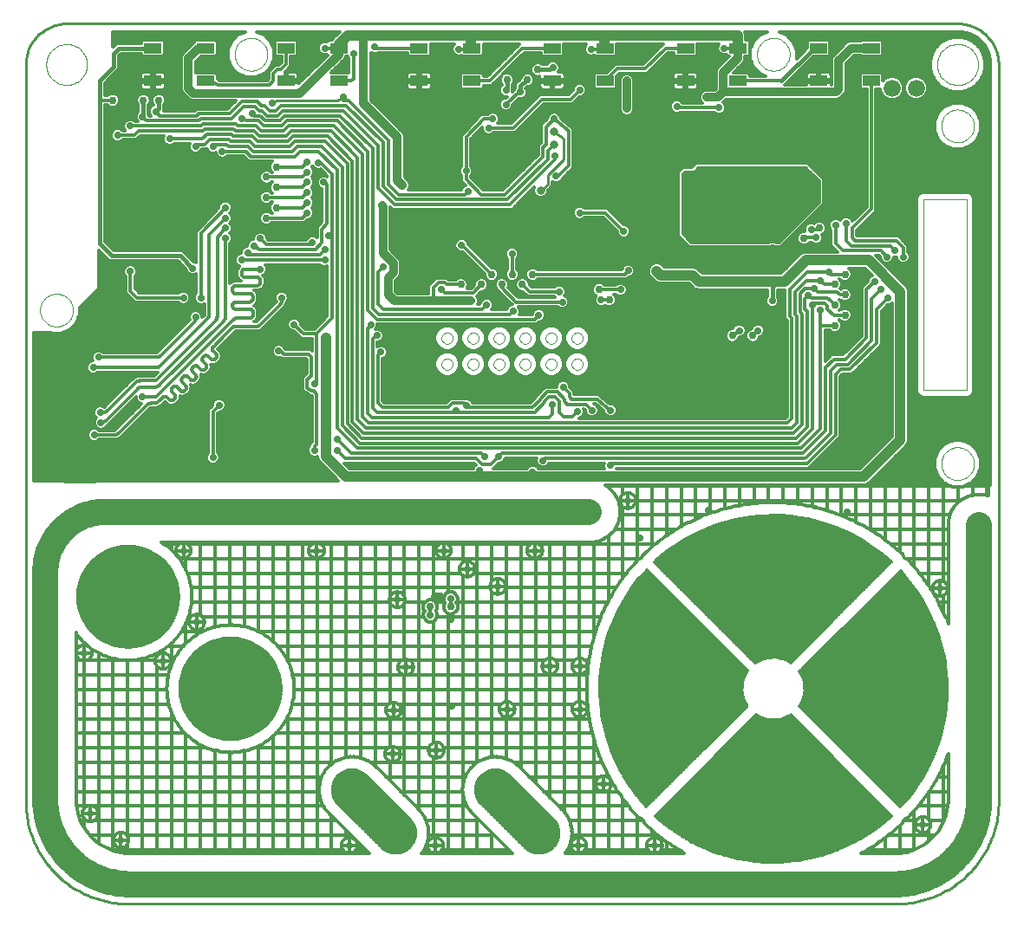
<source format=gbl>
G75*
%MOIN*%
%OFA0B0*%
%FSLAX24Y24*%
%IPPOS*%
%LPD*%
%AMOC8*
5,1,8,0,0,1.08239X$1,22.5*
%
%ADD10C,0.0100*%
%ADD11C,0.0000*%
%ADD12C,0.0039*%
%ADD13R,0.0650X0.0394*%
%ADD14C,0.0050*%
%ADD15R,0.0500X0.0250*%
%ADD16R,0.0250X0.0500*%
%ADD17C,0.0660*%
%ADD18C,0.0277*%
%ADD19C,0.0300*%
%ADD20C,0.0120*%
%ADD21C,0.0320*%
%ADD22C,0.0160*%
%ADD23C,0.0320*%
%ADD24C,0.0400*%
%ADD25C,0.0240*%
%ADD26C,0.0317*%
%ADD27C,0.0984*%
%ADD28C,0.1000*%
D10*
X005927Y004947D02*
X035455Y004947D01*
X035579Y004949D01*
X035702Y004955D01*
X035826Y004964D01*
X035948Y004978D01*
X036071Y004995D01*
X036193Y005017D01*
X036314Y005042D01*
X036434Y005071D01*
X036553Y005103D01*
X036672Y005140D01*
X036789Y005180D01*
X036904Y005223D01*
X037019Y005271D01*
X037131Y005322D01*
X037242Y005376D01*
X037352Y005434D01*
X037459Y005495D01*
X037565Y005560D01*
X037668Y005628D01*
X037769Y005699D01*
X037868Y005773D01*
X037965Y005850D01*
X038059Y005931D01*
X038150Y006014D01*
X038239Y006100D01*
X038325Y006189D01*
X038408Y006280D01*
X038489Y006374D01*
X038566Y006471D01*
X038640Y006570D01*
X038711Y006671D01*
X038779Y006774D01*
X038844Y006880D01*
X038905Y006987D01*
X038963Y007097D01*
X039017Y007208D01*
X039068Y007320D01*
X039116Y007435D01*
X039159Y007550D01*
X039199Y007667D01*
X039236Y007786D01*
X039268Y007905D01*
X039297Y008025D01*
X039322Y008146D01*
X039344Y008268D01*
X039361Y008391D01*
X039375Y008513D01*
X039384Y008637D01*
X039390Y008760D01*
X039392Y008884D01*
X039392Y037231D01*
X039390Y037308D01*
X039384Y037385D01*
X039375Y037462D01*
X039362Y037538D01*
X039345Y037614D01*
X039324Y037688D01*
X039300Y037762D01*
X039272Y037834D01*
X039241Y037904D01*
X039206Y037973D01*
X039168Y038041D01*
X039127Y038106D01*
X039082Y038169D01*
X039034Y038230D01*
X038984Y038289D01*
X038931Y038345D01*
X038875Y038398D01*
X038816Y038448D01*
X038755Y038496D01*
X038692Y038541D01*
X038627Y038582D01*
X038559Y038620D01*
X038490Y038655D01*
X038420Y038686D01*
X038348Y038714D01*
X038274Y038738D01*
X038200Y038759D01*
X038124Y038776D01*
X038048Y038789D01*
X037971Y038798D01*
X037894Y038804D01*
X037817Y038806D01*
X003565Y038806D01*
X003488Y038804D01*
X003411Y038798D01*
X003334Y038789D01*
X003258Y038776D01*
X003182Y038759D01*
X003108Y038738D01*
X003034Y038714D01*
X002962Y038686D01*
X002892Y038655D01*
X002823Y038620D01*
X002755Y038582D01*
X002690Y038541D01*
X002627Y038496D01*
X002566Y038448D01*
X002507Y038398D01*
X002451Y038345D01*
X002398Y038289D01*
X002348Y038230D01*
X002300Y038169D01*
X002255Y038106D01*
X002214Y038041D01*
X002176Y037973D01*
X002141Y037904D01*
X002110Y037834D01*
X002082Y037762D01*
X002058Y037688D01*
X002037Y037614D01*
X002020Y037538D01*
X002007Y037462D01*
X001998Y037385D01*
X001992Y037308D01*
X001990Y037231D01*
X001990Y008884D01*
X001992Y008760D01*
X001998Y008637D01*
X002007Y008513D01*
X002021Y008391D01*
X002038Y008268D01*
X002060Y008146D01*
X002085Y008025D01*
X002114Y007905D01*
X002146Y007786D01*
X002183Y007667D01*
X002223Y007550D01*
X002266Y007435D01*
X002314Y007320D01*
X002365Y007208D01*
X002419Y007097D01*
X002477Y006987D01*
X002538Y006880D01*
X002603Y006774D01*
X002671Y006671D01*
X002742Y006570D01*
X002816Y006471D01*
X002893Y006374D01*
X002974Y006280D01*
X003057Y006189D01*
X003143Y006100D01*
X003232Y006014D01*
X003323Y005931D01*
X003417Y005850D01*
X003514Y005773D01*
X003613Y005699D01*
X003714Y005628D01*
X003817Y005560D01*
X003923Y005495D01*
X004030Y005434D01*
X004140Y005376D01*
X004251Y005322D01*
X004363Y005271D01*
X004478Y005223D01*
X004593Y005180D01*
X004710Y005140D01*
X004829Y005103D01*
X004948Y005071D01*
X005068Y005042D01*
X005189Y005017D01*
X005311Y004995D01*
X005434Y004978D01*
X005556Y004964D01*
X005680Y004955D01*
X005803Y004949D01*
X005927Y004947D01*
X009864Y012034D02*
X010258Y012034D01*
X011439Y013215D01*
X007502Y016758D02*
X005927Y015184D01*
X014959Y008073D02*
X015337Y008058D01*
X015770Y008491D01*
X019707Y009672D02*
X020494Y008884D01*
X020494Y008097D01*
X024195Y013254D02*
X024392Y013254D01*
X024431Y013231D01*
X024431Y013624D01*
X024431Y013475D01*
X024195Y013254D01*
X026794Y008097D02*
X027581Y007310D01*
X030731Y007310D01*
X030719Y006691D01*
X036242Y013215D02*
X035849Y013609D01*
X035849Y017152D01*
X036242Y013215D02*
X037266Y013215D01*
X037262Y013207D01*
X031124Y019121D02*
X030731Y019514D01*
X030723Y019750D01*
X031124Y019121D02*
X027581Y019121D01*
X026794Y018333D01*
X021794Y032388D02*
X022069Y032624D01*
X022069Y032979D01*
X022660Y033569D01*
X022660Y034396D01*
X022305Y034632D01*
X013880Y035853D02*
X011636Y035853D01*
X011479Y035735D01*
X013880Y035853D02*
X013923Y035855D01*
X013965Y035861D01*
X014007Y035870D01*
X014048Y035883D01*
X014088Y035900D01*
X014126Y035921D01*
X014161Y035944D01*
X014195Y035971D01*
D11*
X010022Y037624D02*
X010024Y037674D01*
X010030Y037724D01*
X010040Y037773D01*
X010054Y037821D01*
X010071Y037868D01*
X010092Y037913D01*
X010117Y037957D01*
X010145Y037998D01*
X010177Y038037D01*
X010211Y038074D01*
X010248Y038108D01*
X010288Y038138D01*
X010330Y038165D01*
X010374Y038189D01*
X010420Y038210D01*
X010467Y038226D01*
X010515Y038239D01*
X010565Y038248D01*
X010614Y038253D01*
X010665Y038254D01*
X010715Y038251D01*
X010764Y038244D01*
X010813Y038233D01*
X010861Y038218D01*
X010907Y038200D01*
X010952Y038178D01*
X010995Y038152D01*
X011036Y038123D01*
X011075Y038091D01*
X011111Y038056D01*
X011143Y038018D01*
X011173Y037978D01*
X011200Y037935D01*
X011223Y037891D01*
X011242Y037845D01*
X011258Y037797D01*
X011270Y037748D01*
X011278Y037699D01*
X011282Y037649D01*
X011282Y037599D01*
X011278Y037549D01*
X011270Y037500D01*
X011258Y037451D01*
X011242Y037403D01*
X011223Y037357D01*
X011200Y037313D01*
X011173Y037270D01*
X011143Y037230D01*
X011111Y037192D01*
X011075Y037157D01*
X011036Y037125D01*
X010995Y037096D01*
X010952Y037070D01*
X010907Y037048D01*
X010861Y037030D01*
X010813Y037015D01*
X010764Y037004D01*
X010715Y036997D01*
X010665Y036994D01*
X010614Y036995D01*
X010565Y037000D01*
X010515Y037009D01*
X010467Y037022D01*
X010420Y037038D01*
X010374Y037059D01*
X010330Y037083D01*
X010288Y037110D01*
X010248Y037140D01*
X010211Y037174D01*
X010177Y037211D01*
X010145Y037250D01*
X010117Y037291D01*
X010092Y037335D01*
X010071Y037380D01*
X010054Y037427D01*
X010040Y037475D01*
X010030Y037524D01*
X010024Y037574D01*
X010022Y037624D01*
X002778Y037231D02*
X002780Y037287D01*
X002786Y037342D01*
X002796Y037396D01*
X002809Y037450D01*
X002827Y037503D01*
X002848Y037554D01*
X002872Y037604D01*
X002900Y037652D01*
X002932Y037698D01*
X002966Y037742D01*
X003004Y037783D01*
X003044Y037821D01*
X003087Y037856D01*
X003132Y037888D01*
X003180Y037917D01*
X003229Y037943D01*
X003280Y037965D01*
X003332Y037983D01*
X003386Y037997D01*
X003441Y038008D01*
X003496Y038015D01*
X003551Y038018D01*
X003607Y038017D01*
X003662Y038012D01*
X003717Y038003D01*
X003771Y037991D01*
X003824Y037974D01*
X003876Y037954D01*
X003926Y037930D01*
X003974Y037903D01*
X004021Y037873D01*
X004065Y037839D01*
X004107Y037802D01*
X004145Y037762D01*
X004182Y037720D01*
X004215Y037675D01*
X004244Y037629D01*
X004271Y037580D01*
X004293Y037529D01*
X004313Y037477D01*
X004328Y037423D01*
X004340Y037369D01*
X004348Y037314D01*
X004352Y037259D01*
X004352Y037203D01*
X004348Y037148D01*
X004340Y037093D01*
X004328Y037039D01*
X004313Y036985D01*
X004293Y036933D01*
X004271Y036882D01*
X004244Y036833D01*
X004215Y036787D01*
X004182Y036742D01*
X004145Y036700D01*
X004107Y036660D01*
X004065Y036623D01*
X004021Y036589D01*
X003974Y036559D01*
X003926Y036532D01*
X003876Y036508D01*
X003824Y036488D01*
X003771Y036471D01*
X003717Y036459D01*
X003662Y036450D01*
X003607Y036445D01*
X003551Y036444D01*
X003496Y036447D01*
X003441Y036454D01*
X003386Y036465D01*
X003332Y036479D01*
X003280Y036497D01*
X003229Y036519D01*
X003180Y036545D01*
X003132Y036574D01*
X003087Y036606D01*
X003044Y036641D01*
X003004Y036679D01*
X002966Y036720D01*
X002932Y036764D01*
X002900Y036810D01*
X002872Y036858D01*
X002848Y036908D01*
X002827Y036959D01*
X002809Y037012D01*
X002796Y037066D01*
X002786Y037120D01*
X002780Y037175D01*
X002778Y037231D01*
X002541Y027782D02*
X002543Y027832D01*
X002549Y027882D01*
X002559Y027931D01*
X002573Y027979D01*
X002590Y028026D01*
X002611Y028071D01*
X002636Y028115D01*
X002664Y028156D01*
X002696Y028195D01*
X002730Y028232D01*
X002767Y028266D01*
X002807Y028296D01*
X002849Y028323D01*
X002893Y028347D01*
X002939Y028368D01*
X002986Y028384D01*
X003034Y028397D01*
X003084Y028406D01*
X003133Y028411D01*
X003184Y028412D01*
X003234Y028409D01*
X003283Y028402D01*
X003332Y028391D01*
X003380Y028376D01*
X003426Y028358D01*
X003471Y028336D01*
X003514Y028310D01*
X003555Y028281D01*
X003594Y028249D01*
X003630Y028214D01*
X003662Y028176D01*
X003692Y028136D01*
X003719Y028093D01*
X003742Y028049D01*
X003761Y028003D01*
X003777Y027955D01*
X003789Y027906D01*
X003797Y027857D01*
X003801Y027807D01*
X003801Y027757D01*
X003797Y027707D01*
X003789Y027658D01*
X003777Y027609D01*
X003761Y027561D01*
X003742Y027515D01*
X003719Y027471D01*
X003692Y027428D01*
X003662Y027388D01*
X003630Y027350D01*
X003594Y027315D01*
X003555Y027283D01*
X003514Y027254D01*
X003471Y027228D01*
X003426Y027206D01*
X003380Y027188D01*
X003332Y027173D01*
X003283Y027162D01*
X003234Y027155D01*
X003184Y027152D01*
X003133Y027153D01*
X003084Y027158D01*
X003034Y027167D01*
X002986Y027180D01*
X002939Y027196D01*
X002893Y027217D01*
X002849Y027241D01*
X002807Y027268D01*
X002767Y027298D01*
X002730Y027332D01*
X002696Y027369D01*
X002664Y027408D01*
X002636Y027449D01*
X002611Y027493D01*
X002590Y027538D01*
X002573Y027585D01*
X002559Y027633D01*
X002549Y027682D01*
X002543Y027732D01*
X002541Y027782D01*
X017974Y026707D02*
X017976Y026736D01*
X017982Y026764D01*
X017991Y026792D01*
X018004Y026818D01*
X018021Y026841D01*
X018040Y026863D01*
X018062Y026882D01*
X018087Y026897D01*
X018113Y026910D01*
X018141Y026918D01*
X018169Y026923D01*
X018198Y026924D01*
X018227Y026921D01*
X018255Y026914D01*
X018282Y026904D01*
X018308Y026890D01*
X018331Y026873D01*
X018352Y026853D01*
X018370Y026830D01*
X018385Y026805D01*
X018396Y026778D01*
X018404Y026750D01*
X018408Y026721D01*
X018408Y026693D01*
X018404Y026664D01*
X018396Y026636D01*
X018385Y026609D01*
X018370Y026584D01*
X018352Y026561D01*
X018331Y026541D01*
X018308Y026524D01*
X018282Y026510D01*
X018255Y026500D01*
X018227Y026493D01*
X018198Y026490D01*
X018169Y026491D01*
X018141Y026496D01*
X018113Y026504D01*
X018087Y026517D01*
X018062Y026532D01*
X018040Y026551D01*
X018021Y026573D01*
X018004Y026596D01*
X017991Y026622D01*
X017982Y026650D01*
X017976Y026678D01*
X017974Y026707D01*
X017974Y025707D02*
X017976Y025736D01*
X017982Y025764D01*
X017991Y025792D01*
X018004Y025818D01*
X018021Y025841D01*
X018040Y025863D01*
X018062Y025882D01*
X018087Y025897D01*
X018113Y025910D01*
X018141Y025918D01*
X018169Y025923D01*
X018198Y025924D01*
X018227Y025921D01*
X018255Y025914D01*
X018282Y025904D01*
X018308Y025890D01*
X018331Y025873D01*
X018352Y025853D01*
X018370Y025830D01*
X018385Y025805D01*
X018396Y025778D01*
X018404Y025750D01*
X018408Y025721D01*
X018408Y025693D01*
X018404Y025664D01*
X018396Y025636D01*
X018385Y025609D01*
X018370Y025584D01*
X018352Y025561D01*
X018331Y025541D01*
X018308Y025524D01*
X018282Y025510D01*
X018255Y025500D01*
X018227Y025493D01*
X018198Y025490D01*
X018169Y025491D01*
X018141Y025496D01*
X018113Y025504D01*
X018087Y025517D01*
X018062Y025532D01*
X018040Y025551D01*
X018021Y025573D01*
X018004Y025596D01*
X017991Y025622D01*
X017982Y025650D01*
X017976Y025678D01*
X017974Y025707D01*
X018974Y025707D02*
X018976Y025736D01*
X018982Y025764D01*
X018991Y025792D01*
X019004Y025818D01*
X019021Y025841D01*
X019040Y025863D01*
X019062Y025882D01*
X019087Y025897D01*
X019113Y025910D01*
X019141Y025918D01*
X019169Y025923D01*
X019198Y025924D01*
X019227Y025921D01*
X019255Y025914D01*
X019282Y025904D01*
X019308Y025890D01*
X019331Y025873D01*
X019352Y025853D01*
X019370Y025830D01*
X019385Y025805D01*
X019396Y025778D01*
X019404Y025750D01*
X019408Y025721D01*
X019408Y025693D01*
X019404Y025664D01*
X019396Y025636D01*
X019385Y025609D01*
X019370Y025584D01*
X019352Y025561D01*
X019331Y025541D01*
X019308Y025524D01*
X019282Y025510D01*
X019255Y025500D01*
X019227Y025493D01*
X019198Y025490D01*
X019169Y025491D01*
X019141Y025496D01*
X019113Y025504D01*
X019087Y025517D01*
X019062Y025532D01*
X019040Y025551D01*
X019021Y025573D01*
X019004Y025596D01*
X018991Y025622D01*
X018982Y025650D01*
X018976Y025678D01*
X018974Y025707D01*
X018974Y026707D02*
X018976Y026736D01*
X018982Y026764D01*
X018991Y026792D01*
X019004Y026818D01*
X019021Y026841D01*
X019040Y026863D01*
X019062Y026882D01*
X019087Y026897D01*
X019113Y026910D01*
X019141Y026918D01*
X019169Y026923D01*
X019198Y026924D01*
X019227Y026921D01*
X019255Y026914D01*
X019282Y026904D01*
X019308Y026890D01*
X019331Y026873D01*
X019352Y026853D01*
X019370Y026830D01*
X019385Y026805D01*
X019396Y026778D01*
X019404Y026750D01*
X019408Y026721D01*
X019408Y026693D01*
X019404Y026664D01*
X019396Y026636D01*
X019385Y026609D01*
X019370Y026584D01*
X019352Y026561D01*
X019331Y026541D01*
X019308Y026524D01*
X019282Y026510D01*
X019255Y026500D01*
X019227Y026493D01*
X019198Y026490D01*
X019169Y026491D01*
X019141Y026496D01*
X019113Y026504D01*
X019087Y026517D01*
X019062Y026532D01*
X019040Y026551D01*
X019021Y026573D01*
X019004Y026596D01*
X018991Y026622D01*
X018982Y026650D01*
X018976Y026678D01*
X018974Y026707D01*
X019974Y026707D02*
X019976Y026736D01*
X019982Y026764D01*
X019991Y026792D01*
X020004Y026818D01*
X020021Y026841D01*
X020040Y026863D01*
X020062Y026882D01*
X020087Y026897D01*
X020113Y026910D01*
X020141Y026918D01*
X020169Y026923D01*
X020198Y026924D01*
X020227Y026921D01*
X020255Y026914D01*
X020282Y026904D01*
X020308Y026890D01*
X020331Y026873D01*
X020352Y026853D01*
X020370Y026830D01*
X020385Y026805D01*
X020396Y026778D01*
X020404Y026750D01*
X020408Y026721D01*
X020408Y026693D01*
X020404Y026664D01*
X020396Y026636D01*
X020385Y026609D01*
X020370Y026584D01*
X020352Y026561D01*
X020331Y026541D01*
X020308Y026524D01*
X020282Y026510D01*
X020255Y026500D01*
X020227Y026493D01*
X020198Y026490D01*
X020169Y026491D01*
X020141Y026496D01*
X020113Y026504D01*
X020087Y026517D01*
X020062Y026532D01*
X020040Y026551D01*
X020021Y026573D01*
X020004Y026596D01*
X019991Y026622D01*
X019982Y026650D01*
X019976Y026678D01*
X019974Y026707D01*
X019974Y025707D02*
X019976Y025736D01*
X019982Y025764D01*
X019991Y025792D01*
X020004Y025818D01*
X020021Y025841D01*
X020040Y025863D01*
X020062Y025882D01*
X020087Y025897D01*
X020113Y025910D01*
X020141Y025918D01*
X020169Y025923D01*
X020198Y025924D01*
X020227Y025921D01*
X020255Y025914D01*
X020282Y025904D01*
X020308Y025890D01*
X020331Y025873D01*
X020352Y025853D01*
X020370Y025830D01*
X020385Y025805D01*
X020396Y025778D01*
X020404Y025750D01*
X020408Y025721D01*
X020408Y025693D01*
X020404Y025664D01*
X020396Y025636D01*
X020385Y025609D01*
X020370Y025584D01*
X020352Y025561D01*
X020331Y025541D01*
X020308Y025524D01*
X020282Y025510D01*
X020255Y025500D01*
X020227Y025493D01*
X020198Y025490D01*
X020169Y025491D01*
X020141Y025496D01*
X020113Y025504D01*
X020087Y025517D01*
X020062Y025532D01*
X020040Y025551D01*
X020021Y025573D01*
X020004Y025596D01*
X019991Y025622D01*
X019982Y025650D01*
X019976Y025678D01*
X019974Y025707D01*
X020974Y025707D02*
X020976Y025736D01*
X020982Y025764D01*
X020991Y025792D01*
X021004Y025818D01*
X021021Y025841D01*
X021040Y025863D01*
X021062Y025882D01*
X021087Y025897D01*
X021113Y025910D01*
X021141Y025918D01*
X021169Y025923D01*
X021198Y025924D01*
X021227Y025921D01*
X021255Y025914D01*
X021282Y025904D01*
X021308Y025890D01*
X021331Y025873D01*
X021352Y025853D01*
X021370Y025830D01*
X021385Y025805D01*
X021396Y025778D01*
X021404Y025750D01*
X021408Y025721D01*
X021408Y025693D01*
X021404Y025664D01*
X021396Y025636D01*
X021385Y025609D01*
X021370Y025584D01*
X021352Y025561D01*
X021331Y025541D01*
X021308Y025524D01*
X021282Y025510D01*
X021255Y025500D01*
X021227Y025493D01*
X021198Y025490D01*
X021169Y025491D01*
X021141Y025496D01*
X021113Y025504D01*
X021087Y025517D01*
X021062Y025532D01*
X021040Y025551D01*
X021021Y025573D01*
X021004Y025596D01*
X020991Y025622D01*
X020982Y025650D01*
X020976Y025678D01*
X020974Y025707D01*
X020974Y026707D02*
X020976Y026736D01*
X020982Y026764D01*
X020991Y026792D01*
X021004Y026818D01*
X021021Y026841D01*
X021040Y026863D01*
X021062Y026882D01*
X021087Y026897D01*
X021113Y026910D01*
X021141Y026918D01*
X021169Y026923D01*
X021198Y026924D01*
X021227Y026921D01*
X021255Y026914D01*
X021282Y026904D01*
X021308Y026890D01*
X021331Y026873D01*
X021352Y026853D01*
X021370Y026830D01*
X021385Y026805D01*
X021396Y026778D01*
X021404Y026750D01*
X021408Y026721D01*
X021408Y026693D01*
X021404Y026664D01*
X021396Y026636D01*
X021385Y026609D01*
X021370Y026584D01*
X021352Y026561D01*
X021331Y026541D01*
X021308Y026524D01*
X021282Y026510D01*
X021255Y026500D01*
X021227Y026493D01*
X021198Y026490D01*
X021169Y026491D01*
X021141Y026496D01*
X021113Y026504D01*
X021087Y026517D01*
X021062Y026532D01*
X021040Y026551D01*
X021021Y026573D01*
X021004Y026596D01*
X020991Y026622D01*
X020982Y026650D01*
X020976Y026678D01*
X020974Y026707D01*
X021974Y026707D02*
X021976Y026736D01*
X021982Y026764D01*
X021991Y026792D01*
X022004Y026818D01*
X022021Y026841D01*
X022040Y026863D01*
X022062Y026882D01*
X022087Y026897D01*
X022113Y026910D01*
X022141Y026918D01*
X022169Y026923D01*
X022198Y026924D01*
X022227Y026921D01*
X022255Y026914D01*
X022282Y026904D01*
X022308Y026890D01*
X022331Y026873D01*
X022352Y026853D01*
X022370Y026830D01*
X022385Y026805D01*
X022396Y026778D01*
X022404Y026750D01*
X022408Y026721D01*
X022408Y026693D01*
X022404Y026664D01*
X022396Y026636D01*
X022385Y026609D01*
X022370Y026584D01*
X022352Y026561D01*
X022331Y026541D01*
X022308Y026524D01*
X022282Y026510D01*
X022255Y026500D01*
X022227Y026493D01*
X022198Y026490D01*
X022169Y026491D01*
X022141Y026496D01*
X022113Y026504D01*
X022087Y026517D01*
X022062Y026532D01*
X022040Y026551D01*
X022021Y026573D01*
X022004Y026596D01*
X021991Y026622D01*
X021982Y026650D01*
X021976Y026678D01*
X021974Y026707D01*
X021974Y025707D02*
X021976Y025736D01*
X021982Y025764D01*
X021991Y025792D01*
X022004Y025818D01*
X022021Y025841D01*
X022040Y025863D01*
X022062Y025882D01*
X022087Y025897D01*
X022113Y025910D01*
X022141Y025918D01*
X022169Y025923D01*
X022198Y025924D01*
X022227Y025921D01*
X022255Y025914D01*
X022282Y025904D01*
X022308Y025890D01*
X022331Y025873D01*
X022352Y025853D01*
X022370Y025830D01*
X022385Y025805D01*
X022396Y025778D01*
X022404Y025750D01*
X022408Y025721D01*
X022408Y025693D01*
X022404Y025664D01*
X022396Y025636D01*
X022385Y025609D01*
X022370Y025584D01*
X022352Y025561D01*
X022331Y025541D01*
X022308Y025524D01*
X022282Y025510D01*
X022255Y025500D01*
X022227Y025493D01*
X022198Y025490D01*
X022169Y025491D01*
X022141Y025496D01*
X022113Y025504D01*
X022087Y025517D01*
X022062Y025532D01*
X022040Y025551D01*
X022021Y025573D01*
X022004Y025596D01*
X021991Y025622D01*
X021982Y025650D01*
X021976Y025678D01*
X021974Y025707D01*
X022974Y025707D02*
X022976Y025736D01*
X022982Y025764D01*
X022991Y025792D01*
X023004Y025818D01*
X023021Y025841D01*
X023040Y025863D01*
X023062Y025882D01*
X023087Y025897D01*
X023113Y025910D01*
X023141Y025918D01*
X023169Y025923D01*
X023198Y025924D01*
X023227Y025921D01*
X023255Y025914D01*
X023282Y025904D01*
X023308Y025890D01*
X023331Y025873D01*
X023352Y025853D01*
X023370Y025830D01*
X023385Y025805D01*
X023396Y025778D01*
X023404Y025750D01*
X023408Y025721D01*
X023408Y025693D01*
X023404Y025664D01*
X023396Y025636D01*
X023385Y025609D01*
X023370Y025584D01*
X023352Y025561D01*
X023331Y025541D01*
X023308Y025524D01*
X023282Y025510D01*
X023255Y025500D01*
X023227Y025493D01*
X023198Y025490D01*
X023169Y025491D01*
X023141Y025496D01*
X023113Y025504D01*
X023087Y025517D01*
X023062Y025532D01*
X023040Y025551D01*
X023021Y025573D01*
X023004Y025596D01*
X022991Y025622D01*
X022982Y025650D01*
X022976Y025678D01*
X022974Y025707D01*
X022974Y026707D02*
X022976Y026736D01*
X022982Y026764D01*
X022991Y026792D01*
X023004Y026818D01*
X023021Y026841D01*
X023040Y026863D01*
X023062Y026882D01*
X023087Y026897D01*
X023113Y026910D01*
X023141Y026918D01*
X023169Y026923D01*
X023198Y026924D01*
X023227Y026921D01*
X023255Y026914D01*
X023282Y026904D01*
X023308Y026890D01*
X023331Y026873D01*
X023352Y026853D01*
X023370Y026830D01*
X023385Y026805D01*
X023396Y026778D01*
X023404Y026750D01*
X023408Y026721D01*
X023408Y026693D01*
X023404Y026664D01*
X023396Y026636D01*
X023385Y026609D01*
X023370Y026584D01*
X023352Y026561D01*
X023331Y026541D01*
X023308Y026524D01*
X023282Y026510D01*
X023255Y026500D01*
X023227Y026493D01*
X023198Y026490D01*
X023169Y026491D01*
X023141Y026496D01*
X023113Y026504D01*
X023087Y026517D01*
X023062Y026532D01*
X023040Y026551D01*
X023021Y026573D01*
X023004Y026596D01*
X022991Y026622D01*
X022982Y026650D01*
X022976Y026678D01*
X022974Y026707D01*
X030101Y037624D02*
X030103Y037674D01*
X030109Y037724D01*
X030119Y037773D01*
X030133Y037821D01*
X030150Y037868D01*
X030171Y037913D01*
X030196Y037957D01*
X030224Y037998D01*
X030256Y038037D01*
X030290Y038074D01*
X030327Y038108D01*
X030367Y038138D01*
X030409Y038165D01*
X030453Y038189D01*
X030499Y038210D01*
X030546Y038226D01*
X030594Y038239D01*
X030644Y038248D01*
X030693Y038253D01*
X030744Y038254D01*
X030794Y038251D01*
X030843Y038244D01*
X030892Y038233D01*
X030940Y038218D01*
X030986Y038200D01*
X031031Y038178D01*
X031074Y038152D01*
X031115Y038123D01*
X031154Y038091D01*
X031190Y038056D01*
X031222Y038018D01*
X031252Y037978D01*
X031279Y037935D01*
X031302Y037891D01*
X031321Y037845D01*
X031337Y037797D01*
X031349Y037748D01*
X031357Y037699D01*
X031361Y037649D01*
X031361Y037599D01*
X031357Y037549D01*
X031349Y037500D01*
X031337Y037451D01*
X031321Y037403D01*
X031302Y037357D01*
X031279Y037313D01*
X031252Y037270D01*
X031222Y037230D01*
X031190Y037192D01*
X031154Y037157D01*
X031115Y037125D01*
X031074Y037096D01*
X031031Y037070D01*
X030986Y037048D01*
X030940Y037030D01*
X030892Y037015D01*
X030843Y037004D01*
X030794Y036997D01*
X030744Y036994D01*
X030693Y036995D01*
X030644Y037000D01*
X030594Y037009D01*
X030546Y037022D01*
X030499Y037038D01*
X030453Y037059D01*
X030409Y037083D01*
X030367Y037110D01*
X030327Y037140D01*
X030290Y037174D01*
X030256Y037211D01*
X030224Y037250D01*
X030196Y037291D01*
X030171Y037335D01*
X030150Y037380D01*
X030133Y037427D01*
X030119Y037475D01*
X030109Y037524D01*
X030103Y037574D01*
X030101Y037624D01*
X036518Y032034D02*
X036518Y031561D01*
X037187Y034869D02*
X037189Y034919D01*
X037195Y034969D01*
X037205Y035018D01*
X037219Y035066D01*
X037236Y035113D01*
X037257Y035158D01*
X037282Y035202D01*
X037310Y035243D01*
X037342Y035282D01*
X037376Y035319D01*
X037413Y035353D01*
X037453Y035383D01*
X037495Y035410D01*
X037539Y035434D01*
X037585Y035455D01*
X037632Y035471D01*
X037680Y035484D01*
X037730Y035493D01*
X037779Y035498D01*
X037830Y035499D01*
X037880Y035496D01*
X037929Y035489D01*
X037978Y035478D01*
X038026Y035463D01*
X038072Y035445D01*
X038117Y035423D01*
X038160Y035397D01*
X038201Y035368D01*
X038240Y035336D01*
X038276Y035301D01*
X038308Y035263D01*
X038338Y035223D01*
X038365Y035180D01*
X038388Y035136D01*
X038407Y035090D01*
X038423Y035042D01*
X038435Y034993D01*
X038443Y034944D01*
X038447Y034894D01*
X038447Y034844D01*
X038443Y034794D01*
X038435Y034745D01*
X038423Y034696D01*
X038407Y034648D01*
X038388Y034602D01*
X038365Y034558D01*
X038338Y034515D01*
X038308Y034475D01*
X038276Y034437D01*
X038240Y034402D01*
X038201Y034370D01*
X038160Y034341D01*
X038117Y034315D01*
X038072Y034293D01*
X038026Y034275D01*
X037978Y034260D01*
X037929Y034249D01*
X037880Y034242D01*
X037830Y034239D01*
X037779Y034240D01*
X037730Y034245D01*
X037680Y034254D01*
X037632Y034267D01*
X037585Y034283D01*
X037539Y034304D01*
X037495Y034328D01*
X037453Y034355D01*
X037413Y034385D01*
X037376Y034419D01*
X037342Y034456D01*
X037310Y034495D01*
X037282Y034536D01*
X037257Y034580D01*
X037236Y034625D01*
X037219Y034672D01*
X037205Y034720D01*
X037195Y034769D01*
X037189Y034819D01*
X037187Y034869D01*
X037030Y037231D02*
X037032Y037287D01*
X037038Y037342D01*
X037048Y037396D01*
X037061Y037450D01*
X037079Y037503D01*
X037100Y037554D01*
X037124Y037604D01*
X037152Y037652D01*
X037184Y037698D01*
X037218Y037742D01*
X037256Y037783D01*
X037296Y037821D01*
X037339Y037856D01*
X037384Y037888D01*
X037432Y037917D01*
X037481Y037943D01*
X037532Y037965D01*
X037584Y037983D01*
X037638Y037997D01*
X037693Y038008D01*
X037748Y038015D01*
X037803Y038018D01*
X037859Y038017D01*
X037914Y038012D01*
X037969Y038003D01*
X038023Y037991D01*
X038076Y037974D01*
X038128Y037954D01*
X038178Y037930D01*
X038226Y037903D01*
X038273Y037873D01*
X038317Y037839D01*
X038359Y037802D01*
X038397Y037762D01*
X038434Y037720D01*
X038467Y037675D01*
X038496Y037629D01*
X038523Y037580D01*
X038545Y037529D01*
X038565Y037477D01*
X038580Y037423D01*
X038592Y037369D01*
X038600Y037314D01*
X038604Y037259D01*
X038604Y037203D01*
X038600Y037148D01*
X038592Y037093D01*
X038580Y037039D01*
X038565Y036985D01*
X038545Y036933D01*
X038523Y036882D01*
X038496Y036833D01*
X038467Y036787D01*
X038434Y036742D01*
X038397Y036700D01*
X038359Y036660D01*
X038317Y036623D01*
X038273Y036589D01*
X038226Y036559D01*
X038178Y036532D01*
X038128Y036508D01*
X038076Y036488D01*
X038023Y036471D01*
X037969Y036459D01*
X037914Y036450D01*
X037859Y036445D01*
X037803Y036444D01*
X037748Y036447D01*
X037693Y036454D01*
X037638Y036465D01*
X037584Y036479D01*
X037532Y036497D01*
X037481Y036519D01*
X037432Y036545D01*
X037384Y036574D01*
X037339Y036606D01*
X037296Y036641D01*
X037256Y036679D01*
X037218Y036720D01*
X037184Y036764D01*
X037152Y036810D01*
X037124Y036858D01*
X037100Y036908D01*
X037079Y036959D01*
X037061Y037012D01*
X037048Y037066D01*
X037038Y037120D01*
X037032Y037175D01*
X037030Y037231D01*
X037187Y021876D02*
X037189Y021926D01*
X037195Y021976D01*
X037205Y022025D01*
X037219Y022073D01*
X037236Y022120D01*
X037257Y022165D01*
X037282Y022209D01*
X037310Y022250D01*
X037342Y022289D01*
X037376Y022326D01*
X037413Y022360D01*
X037453Y022390D01*
X037495Y022417D01*
X037539Y022441D01*
X037585Y022462D01*
X037632Y022478D01*
X037680Y022491D01*
X037730Y022500D01*
X037779Y022505D01*
X037830Y022506D01*
X037880Y022503D01*
X037929Y022496D01*
X037978Y022485D01*
X038026Y022470D01*
X038072Y022452D01*
X038117Y022430D01*
X038160Y022404D01*
X038201Y022375D01*
X038240Y022343D01*
X038276Y022308D01*
X038308Y022270D01*
X038338Y022230D01*
X038365Y022187D01*
X038388Y022143D01*
X038407Y022097D01*
X038423Y022049D01*
X038435Y022000D01*
X038443Y021951D01*
X038447Y021901D01*
X038447Y021851D01*
X038443Y021801D01*
X038435Y021752D01*
X038423Y021703D01*
X038407Y021655D01*
X038388Y021609D01*
X038365Y021565D01*
X038338Y021522D01*
X038308Y021482D01*
X038276Y021444D01*
X038240Y021409D01*
X038201Y021377D01*
X038160Y021348D01*
X038117Y021322D01*
X038072Y021300D01*
X038026Y021282D01*
X037978Y021267D01*
X037929Y021256D01*
X037880Y021249D01*
X037830Y021246D01*
X037779Y021247D01*
X037730Y021252D01*
X037680Y021261D01*
X037632Y021274D01*
X037585Y021290D01*
X037539Y021311D01*
X037495Y021335D01*
X037453Y021362D01*
X037413Y021392D01*
X037376Y021426D01*
X037342Y021463D01*
X037310Y021502D01*
X037282Y021543D01*
X037257Y021587D01*
X037236Y021632D01*
X037219Y021679D01*
X037205Y021727D01*
X037195Y021776D01*
X037189Y021826D01*
X037187Y021876D01*
D12*
X036518Y024711D02*
X036518Y032034D01*
X038171Y032034D01*
X038171Y024711D01*
X036518Y024711D01*
D13*
X034501Y036601D03*
X034501Y037861D03*
X032472Y037861D03*
X032472Y036601D03*
X029383Y036601D03*
X029383Y037861D03*
X027354Y037861D03*
X027354Y036601D03*
X024265Y036601D03*
X024265Y037861D03*
X022236Y037861D03*
X022236Y036601D03*
X019147Y036601D03*
X019147Y037861D03*
X017118Y037861D03*
X017118Y036601D03*
X014029Y036601D03*
X014029Y037861D03*
X011999Y037861D03*
X011999Y036601D03*
X008910Y036601D03*
X008910Y037861D03*
X006881Y037861D03*
X006881Y036601D03*
D14*
X005927Y018727D02*
X005670Y018710D01*
X005418Y018660D01*
X005174Y018577D01*
X004943Y018463D01*
X004729Y018320D01*
X004535Y018150D01*
X004366Y017957D01*
X004223Y017743D01*
X004109Y017512D01*
X004026Y017268D01*
X003976Y017015D01*
X003959Y016758D01*
X003976Y016501D01*
X004026Y016249D01*
X004109Y016005D01*
X004223Y015774D01*
X004366Y015560D01*
X004535Y015366D01*
X004729Y015197D01*
X004943Y015054D01*
X005174Y014940D01*
X005418Y014857D01*
X005670Y014807D01*
X005927Y014790D01*
X006184Y014807D01*
X006437Y014857D01*
X006681Y014940D01*
X006912Y015054D01*
X007126Y015197D01*
X007319Y015366D01*
X007489Y015560D01*
X007632Y015774D01*
X007746Y016005D01*
X007829Y016249D01*
X007879Y016501D01*
X007896Y016758D01*
X007879Y017015D01*
X007829Y017268D01*
X007746Y017512D01*
X007632Y017743D01*
X007489Y017957D01*
X007319Y018150D01*
X007126Y018320D01*
X006912Y018463D01*
X006681Y018577D01*
X006437Y018660D01*
X006184Y018710D01*
X005927Y018727D01*
X005513Y018679D02*
X006342Y018679D01*
X006524Y018630D02*
X005330Y018630D01*
X005188Y018582D02*
X006667Y018582D01*
X006770Y018533D02*
X005085Y018533D01*
X004987Y018485D02*
X006868Y018485D01*
X006952Y018436D02*
X004903Y018436D01*
X004830Y018388D02*
X007025Y018388D01*
X007097Y018339D02*
X004758Y018339D01*
X004695Y018291D02*
X007159Y018291D01*
X007215Y018242D02*
X004640Y018242D01*
X004585Y018194D02*
X007270Y018194D01*
X007324Y018145D02*
X004531Y018145D01*
X004488Y018097D02*
X007366Y018097D01*
X007409Y018048D02*
X004446Y018048D01*
X004403Y018000D02*
X007452Y018000D01*
X007493Y017951D02*
X004362Y017951D01*
X004330Y017903D02*
X007525Y017903D01*
X007558Y017854D02*
X004297Y017854D01*
X004265Y017806D02*
X007590Y017806D01*
X007622Y017757D02*
X004232Y017757D01*
X004206Y017709D02*
X007649Y017709D01*
X007673Y017660D02*
X004182Y017660D01*
X004158Y017612D02*
X007697Y017612D01*
X007721Y017563D02*
X004134Y017563D01*
X004110Y017515D02*
X007745Y017515D01*
X007762Y017466D02*
X004093Y017466D01*
X004077Y017418D02*
X007778Y017418D01*
X007794Y017369D02*
X004060Y017369D01*
X004044Y017321D02*
X007811Y017321D01*
X007827Y017272D02*
X004027Y017272D01*
X004017Y017224D02*
X007838Y017224D01*
X007847Y017175D02*
X004008Y017175D01*
X003998Y017127D02*
X007857Y017127D01*
X007867Y017078D02*
X003988Y017078D01*
X003979Y017030D02*
X007876Y017030D01*
X007881Y016981D02*
X003973Y016981D01*
X003970Y016933D02*
X007884Y016933D01*
X007888Y016884D02*
X003967Y016884D01*
X003964Y016836D02*
X007891Y016836D01*
X007894Y016787D02*
X003961Y016787D01*
X003960Y016739D02*
X007895Y016739D01*
X007891Y016690D02*
X003963Y016690D01*
X003967Y016642D02*
X007888Y016642D01*
X007885Y016593D02*
X003970Y016593D01*
X003973Y016545D02*
X007882Y016545D01*
X007878Y016496D02*
X003977Y016496D01*
X003986Y016448D02*
X007868Y016448D01*
X007859Y016399D02*
X003996Y016399D01*
X004006Y016351D02*
X007849Y016351D01*
X007839Y016302D02*
X004015Y016302D01*
X004025Y016254D02*
X007830Y016254D01*
X007814Y016205D02*
X004041Y016205D01*
X004057Y016157D02*
X007798Y016157D01*
X007781Y016108D02*
X004074Y016108D01*
X004090Y016060D02*
X007765Y016060D01*
X007748Y016011D02*
X004107Y016011D01*
X004130Y015963D02*
X007725Y015963D01*
X007701Y015914D02*
X004154Y015914D01*
X004178Y015866D02*
X007677Y015866D01*
X007653Y015817D02*
X004201Y015817D01*
X004226Y015769D02*
X007628Y015769D01*
X007596Y015720D02*
X004259Y015720D01*
X004291Y015672D02*
X007564Y015672D01*
X007531Y015623D02*
X004324Y015623D01*
X004356Y015575D02*
X007499Y015575D01*
X007459Y015526D02*
X004395Y015526D01*
X004438Y015478D02*
X007417Y015478D01*
X007374Y015429D02*
X004480Y015429D01*
X004523Y015381D02*
X007332Y015381D01*
X007280Y015332D02*
X004575Y015332D01*
X004630Y015284D02*
X007225Y015284D01*
X007170Y015235D02*
X004685Y015235D01*
X004744Y015187D02*
X007111Y015187D01*
X007038Y015138D02*
X004817Y015138D01*
X004889Y015090D02*
X006966Y015090D01*
X006886Y015041D02*
X004968Y015041D01*
X005067Y014993D02*
X006788Y014993D01*
X006690Y014944D02*
X005165Y014944D01*
X005304Y014896D02*
X006551Y014896D01*
X006387Y014847D02*
X005467Y014847D01*
X005794Y014799D02*
X006061Y014799D01*
X008046Y013968D02*
X007963Y013725D01*
X007913Y013472D01*
X007896Y013215D01*
X007913Y012958D01*
X007963Y012706D01*
X008046Y012462D01*
X008160Y012231D01*
X008303Y012017D01*
X008472Y011823D01*
X008666Y011653D01*
X008880Y011510D01*
X009111Y011396D01*
X009355Y011314D01*
X009607Y011263D01*
X009864Y011247D01*
X010121Y011263D01*
X010374Y011314D01*
X010618Y011396D01*
X010849Y011510D01*
X011063Y011653D01*
X011256Y011823D01*
X011426Y012017D01*
X011569Y012231D01*
X011683Y012462D01*
X011766Y012706D01*
X011816Y012958D01*
X011833Y013215D01*
X011816Y013472D01*
X011766Y013725D01*
X011683Y013968D01*
X011569Y014199D01*
X011426Y014413D01*
X011256Y014607D01*
X011063Y014777D01*
X010849Y014920D01*
X010618Y015034D01*
X010374Y015116D01*
X010121Y015167D01*
X009864Y015184D01*
X009607Y015167D01*
X009355Y015116D01*
X009111Y015034D01*
X008880Y014920D01*
X008666Y014777D01*
X008472Y014607D01*
X008303Y014413D01*
X008160Y014199D01*
X008046Y013968D01*
X008049Y013974D02*
X011680Y013974D01*
X011698Y013926D02*
X008031Y013926D01*
X008015Y013877D02*
X011714Y013877D01*
X011731Y013829D02*
X007998Y013829D01*
X007982Y013780D02*
X011747Y013780D01*
X011763Y013732D02*
X007965Y013732D01*
X007955Y013683D02*
X011774Y013683D01*
X011784Y013635D02*
X007945Y013635D01*
X007935Y013586D02*
X011793Y013586D01*
X011803Y013538D02*
X007926Y013538D01*
X007916Y013489D02*
X011813Y013489D01*
X011818Y013441D02*
X007911Y013441D01*
X007908Y013392D02*
X011821Y013392D01*
X011824Y013344D02*
X007904Y013344D01*
X007901Y013295D02*
X011828Y013295D01*
X011831Y013247D02*
X007898Y013247D01*
X007897Y013198D02*
X011832Y013198D01*
X011829Y013150D02*
X007900Y013150D01*
X007903Y013101D02*
X011825Y013101D01*
X011822Y013053D02*
X007907Y013053D01*
X007910Y013004D02*
X011819Y013004D01*
X011816Y012956D02*
X007913Y012956D01*
X007923Y012907D02*
X011806Y012907D01*
X011796Y012859D02*
X007933Y012859D01*
X007942Y012810D02*
X011787Y012810D01*
X011777Y012762D02*
X007952Y012762D01*
X007961Y012713D02*
X011767Y012713D01*
X011752Y012665D02*
X007977Y012665D01*
X007993Y012616D02*
X011735Y012616D01*
X011719Y012568D02*
X008010Y012568D01*
X008026Y012519D02*
X011703Y012519D01*
X011686Y012471D02*
X008043Y012471D01*
X008065Y012422D02*
X011664Y012422D01*
X011640Y012374D02*
X008089Y012374D01*
X008113Y012325D02*
X011616Y012325D01*
X011592Y012277D02*
X008137Y012277D01*
X008161Y012228D02*
X011567Y012228D01*
X011535Y012180D02*
X008194Y012180D01*
X008226Y012131D02*
X011503Y012131D01*
X011470Y012083D02*
X008259Y012083D01*
X008291Y012034D02*
X011438Y012034D01*
X011399Y011986D02*
X008330Y011986D01*
X008373Y011937D02*
X011356Y011937D01*
X011314Y011889D02*
X008415Y011889D01*
X008458Y011840D02*
X011271Y011840D01*
X011220Y011792D02*
X008508Y011792D01*
X008564Y011743D02*
X011165Y011743D01*
X011110Y011695D02*
X008619Y011695D01*
X008677Y011646D02*
X011052Y011646D01*
X010979Y011598D02*
X008750Y011598D01*
X008822Y011549D02*
X010907Y011549D01*
X010829Y011501D02*
X008900Y011501D01*
X008998Y011452D02*
X010731Y011452D01*
X010632Y011404D02*
X009097Y011404D01*
X009233Y011355D02*
X010496Y011355D01*
X010338Y011307D02*
X009390Y011307D01*
X009689Y011258D02*
X010040Y011258D01*
X011656Y014023D02*
X008072Y014023D01*
X008096Y014071D02*
X011632Y014071D01*
X011609Y014120D02*
X008120Y014120D01*
X008144Y014168D02*
X011585Y014168D01*
X011558Y014217D02*
X008171Y014217D01*
X008204Y014265D02*
X011525Y014265D01*
X011493Y014314D02*
X008236Y014314D01*
X008268Y014362D02*
X011460Y014362D01*
X011428Y014411D02*
X008301Y014411D01*
X008343Y014459D02*
X011386Y014459D01*
X011344Y014508D02*
X008385Y014508D01*
X008428Y014556D02*
X011301Y014556D01*
X011258Y014605D02*
X008470Y014605D01*
X008525Y014653D02*
X011204Y014653D01*
X011148Y014702D02*
X008580Y014702D01*
X008636Y014750D02*
X011093Y014750D01*
X011030Y014799D02*
X008699Y014799D01*
X008771Y014847D02*
X010958Y014847D01*
X010885Y014896D02*
X008844Y014896D01*
X008929Y014944D02*
X010799Y014944D01*
X010701Y014993D02*
X009028Y014993D01*
X009133Y015041D02*
X010596Y015041D01*
X010453Y015090D02*
X009276Y015090D01*
X009464Y015138D02*
X010265Y015138D01*
X014078Y009963D02*
X013984Y009883D01*
X013904Y009789D01*
X013839Y009683D01*
X013792Y009569D01*
X013763Y009449D01*
X013754Y009326D01*
X013763Y009203D01*
X013792Y009082D01*
X013839Y008968D01*
X013904Y008863D01*
X013984Y008769D01*
X015655Y007099D01*
X015749Y007018D01*
X015854Y006954D01*
X015968Y006907D01*
X016088Y006878D01*
X016211Y006868D01*
X016335Y006878D01*
X016455Y006907D01*
X016569Y006954D01*
X016674Y007018D01*
X016768Y007099D01*
X016848Y007193D01*
X016913Y007298D01*
X016960Y007412D01*
X016989Y007532D01*
X016999Y007655D01*
X016989Y007779D01*
X016960Y007899D01*
X016913Y008013D01*
X016848Y008118D01*
X016768Y008212D01*
X015098Y009883D01*
X015004Y009963D01*
X014899Y010027D01*
X014784Y010075D01*
X014664Y010104D01*
X014541Y010113D01*
X014418Y010104D01*
X014298Y010075D01*
X014184Y010027D01*
X014078Y009963D01*
X014062Y009949D02*
X015021Y009949D01*
X015077Y009900D02*
X014005Y009900D01*
X013958Y009852D02*
X015129Y009852D01*
X015177Y009803D02*
X013916Y009803D01*
X013883Y009755D02*
X015226Y009755D01*
X015274Y009706D02*
X013853Y009706D01*
X013829Y009658D02*
X015323Y009658D01*
X015371Y009609D02*
X013809Y009609D01*
X013790Y009561D02*
X015420Y009561D01*
X015468Y009512D02*
X013778Y009512D01*
X013767Y009464D02*
X015517Y009464D01*
X015565Y009415D02*
X013761Y009415D01*
X013757Y009367D02*
X015614Y009367D01*
X015662Y009318D02*
X013754Y009318D01*
X013758Y009270D02*
X015711Y009270D01*
X015759Y009221D02*
X013762Y009221D01*
X013771Y009173D02*
X015808Y009173D01*
X015856Y009124D02*
X013782Y009124D01*
X013795Y009076D02*
X015905Y009076D01*
X015953Y009027D02*
X013815Y009027D01*
X013835Y008979D02*
X016002Y008979D01*
X016050Y008930D02*
X013863Y008930D01*
X013893Y008882D02*
X016099Y008882D01*
X016147Y008833D02*
X013930Y008833D01*
X013971Y008785D02*
X016196Y008785D01*
X016244Y008736D02*
X014017Y008736D01*
X014066Y008688D02*
X016293Y008688D01*
X016341Y008639D02*
X014114Y008639D01*
X014163Y008591D02*
X016390Y008591D01*
X016438Y008542D02*
X014211Y008542D01*
X014260Y008494D02*
X016487Y008494D01*
X016535Y008445D02*
X014308Y008445D01*
X014357Y008397D02*
X016584Y008397D01*
X016632Y008348D02*
X014405Y008348D01*
X014454Y008300D02*
X016681Y008300D01*
X016729Y008251D02*
X014502Y008251D01*
X014551Y008203D02*
X016776Y008203D01*
X016818Y008154D02*
X014599Y008154D01*
X014648Y008106D02*
X016856Y008106D01*
X016886Y008057D02*
X014696Y008057D01*
X014745Y008009D02*
X016915Y008009D01*
X016935Y007960D02*
X014793Y007960D01*
X014842Y007912D02*
X016955Y007912D01*
X016969Y007863D02*
X014890Y007863D01*
X014939Y007815D02*
X016980Y007815D01*
X016990Y007766D02*
X014987Y007766D01*
X015036Y007718D02*
X016994Y007718D01*
X016998Y007669D02*
X015084Y007669D01*
X015133Y007621D02*
X016996Y007621D01*
X016992Y007572D02*
X015181Y007572D01*
X015230Y007524D02*
X016987Y007524D01*
X016975Y007475D02*
X015278Y007475D01*
X015327Y007427D02*
X016964Y007427D01*
X016946Y007378D02*
X015375Y007378D01*
X015424Y007330D02*
X016926Y007330D01*
X016903Y007281D02*
X015472Y007281D01*
X015521Y007233D02*
X016873Y007233D01*
X016841Y007184D02*
X015569Y007184D01*
X015618Y007136D02*
X016800Y007136D01*
X016755Y007087D02*
X015668Y007087D01*
X015725Y007039D02*
X016698Y007039D01*
X016628Y006990D02*
X015795Y006990D01*
X015884Y006942D02*
X016539Y006942D01*
X016398Y006893D02*
X016025Y006893D01*
X014948Y009997D02*
X014134Y009997D01*
X014227Y010046D02*
X014855Y010046D01*
X014704Y010094D02*
X014378Y010094D01*
X019275Y009449D02*
X019265Y009326D01*
X019275Y009203D01*
X019304Y009082D01*
X019351Y008968D01*
X019416Y008863D01*
X019496Y008769D01*
X021166Y007099D01*
X021260Y007018D01*
X021366Y006954D01*
X021480Y006907D01*
X021600Y006878D01*
X021723Y006868D01*
X021846Y006878D01*
X021967Y006907D01*
X022081Y006954D01*
X022186Y007018D01*
X022280Y007099D01*
X022360Y007193D01*
X022425Y007298D01*
X022472Y007412D01*
X022501Y007532D01*
X022511Y007655D01*
X022501Y007779D01*
X022472Y007899D01*
X022425Y008013D01*
X022360Y008118D01*
X022280Y008212D01*
X020610Y009883D01*
X020516Y009963D01*
X020410Y010027D01*
X020296Y010075D01*
X020176Y010104D01*
X020053Y010113D01*
X019930Y010104D01*
X019810Y010075D01*
X019695Y010027D01*
X019590Y009963D01*
X019496Y009883D01*
X019416Y009789D01*
X019351Y009683D01*
X019304Y009569D01*
X019275Y009449D01*
X019279Y009464D02*
X021029Y009464D01*
X020980Y009512D02*
X019290Y009512D01*
X019302Y009561D02*
X020932Y009561D01*
X020883Y009609D02*
X019321Y009609D01*
X019341Y009658D02*
X020835Y009658D01*
X020786Y009706D02*
X019365Y009706D01*
X019395Y009755D02*
X020738Y009755D01*
X020689Y009803D02*
X019428Y009803D01*
X019470Y009852D02*
X020641Y009852D01*
X020589Y009900D02*
X019517Y009900D01*
X019573Y009949D02*
X020532Y009949D01*
X020460Y009997D02*
X019646Y009997D01*
X019739Y010046D02*
X020366Y010046D01*
X020215Y010094D02*
X019890Y010094D01*
X019272Y009415D02*
X021077Y009415D01*
X021126Y009367D02*
X019269Y009367D01*
X019266Y009318D02*
X021174Y009318D01*
X021223Y009270D02*
X019270Y009270D01*
X019274Y009221D02*
X021271Y009221D01*
X021320Y009173D02*
X019282Y009173D01*
X019294Y009124D02*
X021368Y009124D01*
X021417Y009076D02*
X019307Y009076D01*
X019327Y009027D02*
X021465Y009027D01*
X021514Y008979D02*
X019347Y008979D01*
X019375Y008930D02*
X021562Y008930D01*
X021611Y008882D02*
X019404Y008882D01*
X019441Y008833D02*
X021659Y008833D01*
X021708Y008785D02*
X019483Y008785D01*
X019529Y008736D02*
X021756Y008736D01*
X021805Y008688D02*
X019578Y008688D01*
X019626Y008639D02*
X021853Y008639D01*
X021902Y008591D02*
X019675Y008591D01*
X019723Y008542D02*
X021950Y008542D01*
X021999Y008494D02*
X019772Y008494D01*
X019820Y008445D02*
X022047Y008445D01*
X022096Y008397D02*
X019869Y008397D01*
X019917Y008348D02*
X022144Y008348D01*
X022193Y008300D02*
X019966Y008300D01*
X020014Y008251D02*
X022241Y008251D01*
X022288Y008203D02*
X020063Y008203D01*
X020111Y008154D02*
X022330Y008154D01*
X022368Y008106D02*
X020160Y008106D01*
X020208Y008057D02*
X022398Y008057D01*
X022427Y008009D02*
X020257Y008009D01*
X020305Y007960D02*
X022447Y007960D01*
X022467Y007912D02*
X020354Y007912D01*
X020402Y007863D02*
X022481Y007863D01*
X022492Y007815D02*
X020451Y007815D01*
X020499Y007766D02*
X022502Y007766D01*
X022506Y007718D02*
X020548Y007718D01*
X020596Y007669D02*
X022510Y007669D01*
X022508Y007621D02*
X020645Y007621D01*
X020693Y007572D02*
X022504Y007572D01*
X022499Y007524D02*
X020742Y007524D01*
X020790Y007475D02*
X022487Y007475D01*
X022476Y007427D02*
X020839Y007427D01*
X020887Y007378D02*
X022458Y007378D01*
X022438Y007330D02*
X020936Y007330D01*
X020984Y007281D02*
X022414Y007281D01*
X022385Y007233D02*
X021033Y007233D01*
X021081Y007184D02*
X022353Y007184D01*
X022311Y007136D02*
X021130Y007136D01*
X021180Y007087D02*
X022266Y007087D01*
X022210Y007039D02*
X021237Y007039D01*
X021307Y006990D02*
X022140Y006990D01*
X022051Y006942D02*
X021396Y006942D01*
X021536Y006893D02*
X021910Y006893D01*
X024769Y010191D02*
X027388Y010191D01*
X027436Y010240D02*
X024746Y010240D01*
X024724Y010288D02*
X027485Y010288D01*
X027533Y010337D02*
X024701Y010337D01*
X024678Y010385D02*
X027582Y010385D01*
X027630Y010434D02*
X024656Y010434D01*
X024633Y010482D02*
X027679Y010482D01*
X027727Y010531D02*
X024611Y010531D01*
X024588Y010579D02*
X027776Y010579D01*
X027824Y010628D02*
X024566Y010628D01*
X024543Y010676D02*
X027873Y010676D01*
X027921Y010725D02*
X024520Y010725D01*
X024510Y010747D02*
X024368Y011172D01*
X024290Y011428D01*
X024199Y011794D01*
X024152Y012026D01*
X024116Y012214D01*
X024093Y012404D01*
X024057Y012754D01*
X024049Y012936D01*
X024042Y013254D01*
X024046Y013546D01*
X024073Y013924D01*
X024120Y014278D01*
X024175Y014593D01*
X024234Y014845D01*
X024317Y015152D01*
X024416Y015459D01*
X024502Y015691D01*
X024589Y015896D01*
X024707Y016156D01*
X024860Y016451D01*
X024986Y016676D01*
X025160Y016947D01*
X025317Y017176D01*
X025514Y017432D01*
X025723Y017656D01*
X025864Y017817D01*
X029766Y013916D01*
X029687Y013790D01*
X029628Y013660D01*
X029577Y013487D01*
X029553Y013310D01*
X029549Y013148D01*
X029569Y012991D01*
X029597Y012880D01*
X029640Y012758D01*
X029719Y012601D01*
X029750Y012550D01*
X029731Y012526D01*
X029660Y012463D01*
X025845Y008648D01*
X025786Y008711D01*
X025561Y008971D01*
X025331Y009273D01*
X025116Y009585D01*
X024953Y009844D01*
X024805Y010113D01*
X024510Y010747D01*
X024501Y010773D02*
X027970Y010773D01*
X028018Y010822D02*
X024485Y010822D01*
X024469Y010870D02*
X028067Y010870D01*
X028115Y010919D02*
X024453Y010919D01*
X024437Y010967D02*
X028164Y010967D01*
X028212Y011016D02*
X024420Y011016D01*
X024404Y011064D02*
X028261Y011064D01*
X028309Y011113D02*
X024388Y011113D01*
X024372Y011161D02*
X028358Y011161D01*
X028406Y011210D02*
X024357Y011210D01*
X024342Y011258D02*
X028455Y011258D01*
X028503Y011307D02*
X024327Y011307D01*
X024312Y011355D02*
X028552Y011355D01*
X028600Y011404D02*
X024297Y011404D01*
X024284Y011452D02*
X028649Y011452D01*
X028697Y011501D02*
X024272Y011501D01*
X024260Y011549D02*
X028746Y011549D01*
X028794Y011598D02*
X024248Y011598D01*
X024236Y011646D02*
X028843Y011646D01*
X028891Y011695D02*
X024224Y011695D01*
X024212Y011743D02*
X028940Y011743D01*
X028988Y011792D02*
X024200Y011792D01*
X024190Y011840D02*
X029037Y011840D01*
X029085Y011889D02*
X024180Y011889D01*
X024170Y011937D02*
X029134Y011937D01*
X029182Y011986D02*
X024160Y011986D01*
X024150Y012034D02*
X029231Y012034D01*
X029279Y012083D02*
X024141Y012083D01*
X024132Y012131D02*
X029328Y012131D01*
X029376Y012180D02*
X024123Y012180D01*
X024115Y012228D02*
X029425Y012228D01*
X029473Y012277D02*
X024109Y012277D01*
X024103Y012325D02*
X029522Y012325D01*
X029570Y012374D02*
X024097Y012374D01*
X024091Y012422D02*
X029619Y012422D01*
X029668Y012471D02*
X024086Y012471D01*
X024081Y012519D02*
X029723Y012519D01*
X029739Y012568D02*
X024076Y012568D01*
X024071Y012616D02*
X029711Y012616D01*
X029687Y012665D02*
X024066Y012665D01*
X024062Y012713D02*
X029663Y012713D01*
X029639Y012762D02*
X024057Y012762D01*
X024055Y012810D02*
X029622Y012810D01*
X029604Y012859D02*
X024053Y012859D01*
X024051Y012907D02*
X029590Y012907D01*
X029578Y012956D02*
X024049Y012956D01*
X024048Y013004D02*
X029567Y013004D01*
X029561Y013053D02*
X024047Y013053D01*
X024045Y013101D02*
X029555Y013101D01*
X029549Y013150D02*
X024044Y013150D01*
X024043Y013198D02*
X029551Y013198D01*
X029552Y013247D02*
X024042Y013247D01*
X024042Y013295D02*
X029553Y013295D01*
X029558Y013344D02*
X024043Y013344D01*
X024043Y013392D02*
X029564Y013392D01*
X029571Y013441D02*
X024044Y013441D01*
X024045Y013489D02*
X029578Y013489D01*
X029592Y013538D02*
X024045Y013538D01*
X024048Y013586D02*
X029606Y013586D01*
X029621Y013635D02*
X024052Y013635D01*
X024056Y013683D02*
X029639Y013683D01*
X029661Y013732D02*
X024059Y013732D01*
X024063Y013780D02*
X029683Y013780D01*
X029711Y013829D02*
X024066Y013829D01*
X024070Y013877D02*
X029742Y013877D01*
X029756Y013926D02*
X024073Y013926D01*
X024080Y013974D02*
X029708Y013974D01*
X029659Y014023D02*
X024086Y014023D01*
X024093Y014071D02*
X029611Y014071D01*
X029562Y014120D02*
X024099Y014120D01*
X024106Y014168D02*
X029514Y014168D01*
X029465Y014217D02*
X024112Y014217D01*
X024119Y014265D02*
X029417Y014265D01*
X029368Y014314D02*
X024127Y014314D01*
X024135Y014362D02*
X029320Y014362D01*
X029271Y014411D02*
X024144Y014411D01*
X024152Y014459D02*
X029223Y014459D01*
X029174Y014508D02*
X024160Y014508D01*
X024169Y014556D02*
X029126Y014556D01*
X029077Y014605D02*
X024178Y014605D01*
X024190Y014653D02*
X029029Y014653D01*
X028980Y014702D02*
X024201Y014702D01*
X024212Y014750D02*
X028932Y014750D01*
X028883Y014799D02*
X024224Y014799D01*
X024235Y014847D02*
X028835Y014847D01*
X028786Y014896D02*
X024248Y014896D01*
X024261Y014944D02*
X028738Y014944D01*
X028689Y014993D02*
X024274Y014993D01*
X024287Y015041D02*
X028641Y015041D01*
X028592Y015090D02*
X024300Y015090D01*
X024313Y015138D02*
X028544Y015138D01*
X028495Y015187D02*
X024328Y015187D01*
X024344Y015235D02*
X028447Y015235D01*
X028398Y015284D02*
X024359Y015284D01*
X024375Y015332D02*
X028350Y015332D01*
X028301Y015381D02*
X024390Y015381D01*
X024406Y015429D02*
X028253Y015429D01*
X028204Y015478D02*
X024422Y015478D01*
X024441Y015526D02*
X028156Y015526D01*
X028107Y015575D02*
X024459Y015575D01*
X024477Y015623D02*
X028059Y015623D01*
X028010Y015672D02*
X024495Y015672D01*
X024514Y015720D02*
X027962Y015720D01*
X027913Y015769D02*
X024535Y015769D01*
X024555Y015817D02*
X027865Y015817D01*
X027816Y015866D02*
X024576Y015866D01*
X024597Y015914D02*
X027768Y015914D01*
X027719Y015963D02*
X024619Y015963D01*
X024641Y016011D02*
X027671Y016011D01*
X027622Y016060D02*
X024663Y016060D01*
X024685Y016108D02*
X027574Y016108D01*
X027525Y016157D02*
X024707Y016157D01*
X024732Y016205D02*
X027477Y016205D01*
X027428Y016254D02*
X024758Y016254D01*
X024783Y016302D02*
X027380Y016302D01*
X027331Y016351D02*
X024808Y016351D01*
X024833Y016399D02*
X027283Y016399D01*
X027234Y016448D02*
X024859Y016448D01*
X024886Y016496D02*
X027186Y016496D01*
X027137Y016545D02*
X024913Y016545D01*
X024940Y016593D02*
X027089Y016593D01*
X027040Y016642D02*
X024967Y016642D01*
X024996Y016690D02*
X026992Y016690D01*
X026943Y016739D02*
X025027Y016739D01*
X025058Y016787D02*
X026895Y016787D01*
X026846Y016836D02*
X025088Y016836D01*
X025119Y016884D02*
X026798Y016884D01*
X026749Y016933D02*
X025150Y016933D01*
X025183Y016981D02*
X026701Y016981D01*
X026652Y017030D02*
X025216Y017030D01*
X025250Y017078D02*
X026604Y017078D01*
X026555Y017127D02*
X025283Y017127D01*
X025317Y017175D02*
X026507Y017175D01*
X026458Y017224D02*
X025354Y017224D01*
X025391Y017272D02*
X026410Y017272D01*
X026361Y017321D02*
X025429Y017321D01*
X025466Y017369D02*
X026313Y017369D01*
X026264Y017418D02*
X025503Y017418D01*
X025546Y017466D02*
X026216Y017466D01*
X026167Y017515D02*
X025591Y017515D01*
X025636Y017563D02*
X026119Y017563D01*
X026070Y017612D02*
X025681Y017612D01*
X025726Y017660D02*
X026022Y017660D01*
X025973Y017709D02*
X025769Y017709D01*
X025811Y017757D02*
X025925Y017757D01*
X025876Y017806D02*
X025854Y017806D01*
X026124Y018085D02*
X026183Y018140D01*
X026443Y018365D01*
X026743Y018598D01*
X027053Y018817D01*
X027313Y018980D01*
X027581Y019128D01*
X028215Y019424D01*
X028640Y019577D01*
X028896Y019656D01*
X029262Y019747D01*
X029494Y019794D01*
X029682Y019829D01*
X029872Y019853D01*
X030223Y019888D01*
X030404Y019896D01*
X030723Y019904D01*
X031014Y019900D01*
X031392Y019873D01*
X031746Y019825D01*
X032061Y019770D01*
X032313Y019711D01*
X032620Y019628D01*
X032927Y019530D01*
X033160Y019443D01*
X033364Y019357D01*
X033624Y019239D01*
X033920Y019085D01*
X034144Y018967D01*
X034416Y018794D01*
X034644Y018628D01*
X034900Y018432D01*
X035136Y018250D01*
X035301Y018105D01*
X031392Y014195D01*
X031262Y014274D01*
X031132Y014333D01*
X030955Y014376D01*
X030778Y014400D01*
X030612Y014388D01*
X030459Y014365D01*
X030349Y014337D01*
X030227Y014290D01*
X030077Y014211D01*
X030034Y014172D01*
X030002Y014203D01*
X029939Y014270D01*
X026124Y018085D01*
X026137Y018097D02*
X035293Y018097D01*
X035256Y018145D02*
X026189Y018145D01*
X026245Y018194D02*
X035201Y018194D01*
X035146Y018242D02*
X026301Y018242D01*
X026357Y018291D02*
X035084Y018291D01*
X035020Y018339D02*
X026414Y018339D01*
X026473Y018388D02*
X034957Y018388D01*
X034894Y018436D02*
X026535Y018436D01*
X026597Y018485D02*
X034831Y018485D01*
X034768Y018533D02*
X026659Y018533D01*
X026721Y018582D02*
X034705Y018582D01*
X034642Y018630D02*
X026788Y018630D01*
X026856Y018679D02*
X034575Y018679D01*
X034508Y018727D02*
X026925Y018727D01*
X026994Y018776D02*
X034441Y018776D01*
X034368Y018824D02*
X027064Y018824D01*
X027141Y018873D02*
X034292Y018873D01*
X034216Y018921D02*
X027218Y018921D01*
X027295Y018970D02*
X034139Y018970D01*
X034047Y019018D02*
X027381Y019018D01*
X027469Y019067D02*
X033955Y019067D01*
X033862Y019115D02*
X027557Y019115D01*
X027656Y019164D02*
X033769Y019164D01*
X033675Y019212D02*
X027761Y019212D01*
X027865Y019261D02*
X033576Y019261D01*
X033469Y019309D02*
X027969Y019309D01*
X028073Y019358D02*
X033362Y019358D01*
X033248Y019406D02*
X028177Y019406D01*
X028300Y019455D02*
X033130Y019455D01*
X033000Y019503D02*
X028435Y019503D01*
X028569Y019552D02*
X032860Y019552D01*
X032709Y019600D02*
X028714Y019600D01*
X028872Y019649D02*
X032545Y019649D01*
X032365Y019697D02*
X029062Y019697D01*
X029258Y019746D02*
X032166Y019746D01*
X031924Y019794D02*
X029496Y019794D01*
X029790Y019843D02*
X031616Y019843D01*
X031137Y019891D02*
X030288Y019891D01*
X027325Y016884D02*
X034081Y016884D01*
X034129Y016933D02*
X027277Y016933D01*
X027228Y016981D02*
X034178Y016981D01*
X034226Y017030D02*
X027180Y017030D01*
X027131Y017078D02*
X034275Y017078D01*
X034323Y017127D02*
X027083Y017127D01*
X027034Y017175D02*
X034372Y017175D01*
X034420Y017224D02*
X026986Y017224D01*
X026937Y017272D02*
X034469Y017272D01*
X034517Y017321D02*
X026889Y017321D01*
X026840Y017369D02*
X034566Y017369D01*
X034614Y017418D02*
X026792Y017418D01*
X026743Y017466D02*
X034663Y017466D01*
X034711Y017515D02*
X026695Y017515D01*
X026646Y017563D02*
X034760Y017563D01*
X034808Y017612D02*
X026598Y017612D01*
X026549Y017660D02*
X034857Y017660D01*
X034905Y017709D02*
X026501Y017709D01*
X026452Y017757D02*
X034954Y017757D01*
X035002Y017806D02*
X026404Y017806D01*
X026355Y017854D02*
X035051Y017854D01*
X035099Y017903D02*
X026307Y017903D01*
X026258Y017951D02*
X035148Y017951D01*
X035196Y018000D02*
X026210Y018000D01*
X026161Y018048D02*
X035245Y018048D01*
X035543Y017709D02*
X035682Y017709D01*
X035660Y017735D02*
X035884Y017475D01*
X036116Y017177D01*
X036333Y016869D01*
X036496Y016609D01*
X036644Y016341D01*
X036951Y015711D01*
X037105Y015286D01*
X037183Y015030D01*
X037274Y014664D01*
X037321Y014432D01*
X037356Y014244D01*
X037380Y014054D01*
X037416Y013703D01*
X037423Y013522D01*
X037431Y013203D01*
X037427Y012912D01*
X037400Y012534D01*
X037353Y012180D01*
X037297Y011865D01*
X037238Y011613D01*
X037156Y011306D01*
X037057Y010999D01*
X036971Y010766D01*
X036884Y010561D01*
X036766Y010302D01*
X036612Y010006D01*
X036486Y009782D01*
X036313Y009510D01*
X036156Y009282D01*
X035959Y009026D01*
X035750Y008794D01*
X035612Y008644D01*
X031715Y012550D01*
X031786Y012668D01*
X031845Y012798D01*
X031896Y012971D01*
X031920Y013148D01*
X031916Y013313D01*
X031892Y013467D01*
X031864Y013577D01*
X031817Y013699D01*
X031738Y013849D01*
X031715Y013880D01*
X031742Y013908D01*
X031813Y013971D01*
X035620Y017786D01*
X035660Y017735D01*
X035642Y017757D02*
X035592Y017757D01*
X035495Y017660D02*
X035724Y017660D01*
X035766Y017612D02*
X035446Y017612D01*
X035398Y017563D02*
X035808Y017563D01*
X035850Y017515D02*
X035350Y017515D01*
X035301Y017466D02*
X035891Y017466D01*
X035929Y017418D02*
X035253Y017418D01*
X035204Y017369D02*
X035966Y017369D01*
X036004Y017321D02*
X035156Y017321D01*
X035108Y017272D02*
X036042Y017272D01*
X036080Y017224D02*
X035059Y017224D01*
X035011Y017175D02*
X036117Y017175D01*
X036151Y017127D02*
X034962Y017127D01*
X034914Y017078D02*
X036186Y017078D01*
X036220Y017030D02*
X034866Y017030D01*
X034817Y016981D02*
X036254Y016981D01*
X036288Y016933D02*
X034769Y016933D01*
X034720Y016884D02*
X036322Y016884D01*
X036354Y016836D02*
X034672Y016836D01*
X034624Y016787D02*
X036384Y016787D01*
X036415Y016739D02*
X034575Y016739D01*
X034527Y016690D02*
X036445Y016690D01*
X036476Y016642D02*
X034478Y016642D01*
X034430Y016593D02*
X036505Y016593D01*
X036532Y016545D02*
X034382Y016545D01*
X034333Y016496D02*
X036558Y016496D01*
X036585Y016448D02*
X034285Y016448D01*
X034236Y016399D02*
X036612Y016399D01*
X036639Y016351D02*
X034188Y016351D01*
X034140Y016302D02*
X036663Y016302D01*
X036687Y016254D02*
X034091Y016254D01*
X034043Y016205D02*
X036710Y016205D01*
X036734Y016157D02*
X033994Y016157D01*
X033946Y016108D02*
X036757Y016108D01*
X036781Y016060D02*
X033898Y016060D01*
X033849Y016011D02*
X036805Y016011D01*
X036828Y015963D02*
X033801Y015963D01*
X033752Y015914D02*
X036852Y015914D01*
X036876Y015866D02*
X033704Y015866D01*
X033656Y015817D02*
X036899Y015817D01*
X036923Y015769D02*
X033607Y015769D01*
X033559Y015720D02*
X036947Y015720D01*
X036965Y015672D02*
X033510Y015672D01*
X033462Y015623D02*
X036983Y015623D01*
X037000Y015575D02*
X033414Y015575D01*
X033365Y015526D02*
X037018Y015526D01*
X037035Y015478D02*
X033317Y015478D01*
X033268Y015429D02*
X037053Y015429D01*
X037070Y015381D02*
X033220Y015381D01*
X033172Y015332D02*
X037088Y015332D01*
X037105Y015284D02*
X033123Y015284D01*
X033075Y015235D02*
X037120Y015235D01*
X037135Y015187D02*
X033026Y015187D01*
X032978Y015138D02*
X037150Y015138D01*
X037165Y015090D02*
X032930Y015090D01*
X032881Y015041D02*
X037180Y015041D01*
X037193Y014993D02*
X032833Y014993D01*
X032784Y014944D02*
X037205Y014944D01*
X037217Y014896D02*
X032736Y014896D01*
X032688Y014847D02*
X037229Y014847D01*
X037241Y014799D02*
X032639Y014799D01*
X032591Y014750D02*
X037253Y014750D01*
X037265Y014702D02*
X032542Y014702D01*
X032494Y014653D02*
X037276Y014653D01*
X037286Y014605D02*
X032446Y014605D01*
X032397Y014556D02*
X037296Y014556D01*
X037306Y014508D02*
X032349Y014508D01*
X032300Y014459D02*
X037316Y014459D01*
X037325Y014411D02*
X032252Y014411D01*
X032204Y014362D02*
X037334Y014362D01*
X037343Y014314D02*
X032155Y014314D01*
X032107Y014265D02*
X037352Y014265D01*
X037360Y014217D02*
X032058Y014217D01*
X032010Y014168D02*
X037366Y014168D01*
X037372Y014120D02*
X031962Y014120D01*
X031913Y014071D02*
X037378Y014071D01*
X037383Y014023D02*
X031865Y014023D01*
X031816Y013974D02*
X037388Y013974D01*
X037393Y013926D02*
X031762Y013926D01*
X031717Y013877D02*
X037398Y013877D01*
X037403Y013829D02*
X031749Y013829D01*
X031775Y013780D02*
X037408Y013780D01*
X037413Y013732D02*
X031800Y013732D01*
X031823Y013683D02*
X037416Y013683D01*
X037419Y013635D02*
X031842Y013635D01*
X031861Y013586D02*
X037421Y013586D01*
X037423Y013538D02*
X031874Y013538D01*
X031886Y013489D02*
X037424Y013489D01*
X037425Y013441D02*
X031896Y013441D01*
X031903Y013392D02*
X037427Y013392D01*
X037428Y013344D02*
X031911Y013344D01*
X031916Y013295D02*
X037429Y013295D01*
X037430Y013247D02*
X031917Y013247D01*
X031918Y013198D02*
X037431Y013198D01*
X037431Y013150D02*
X031919Y013150D01*
X031913Y013101D02*
X037430Y013101D01*
X037429Y013053D02*
X031907Y013053D01*
X031900Y013004D02*
X037429Y013004D01*
X037428Y012956D02*
X031891Y012956D01*
X031877Y012907D02*
X037427Y012907D01*
X037424Y012859D02*
X031863Y012859D01*
X031848Y012810D02*
X037420Y012810D01*
X037416Y012762D02*
X031828Y012762D01*
X031806Y012713D02*
X037413Y012713D01*
X037409Y012665D02*
X031784Y012665D01*
X031755Y012616D02*
X037406Y012616D01*
X037402Y012568D02*
X031726Y012568D01*
X031745Y012519D02*
X037398Y012519D01*
X037391Y012471D02*
X031794Y012471D01*
X031842Y012422D02*
X037385Y012422D01*
X037378Y012374D02*
X031891Y012374D01*
X031939Y012325D02*
X037372Y012325D01*
X037366Y012277D02*
X031987Y012277D01*
X032036Y012228D02*
X037359Y012228D01*
X037353Y012180D02*
X032084Y012180D01*
X032133Y012131D02*
X037344Y012131D01*
X037336Y012083D02*
X032181Y012083D01*
X032229Y012034D02*
X037327Y012034D01*
X037319Y011986D02*
X032278Y011986D01*
X032326Y011937D02*
X037310Y011937D01*
X037302Y011889D02*
X032375Y011889D01*
X032423Y011840D02*
X037292Y011840D01*
X037280Y011792D02*
X032471Y011792D01*
X032520Y011743D02*
X037269Y011743D01*
X037258Y011695D02*
X032568Y011695D01*
X032617Y011646D02*
X037246Y011646D01*
X037234Y011598D02*
X032665Y011598D01*
X032713Y011549D02*
X037221Y011549D01*
X037208Y011501D02*
X032762Y011501D01*
X032810Y011452D02*
X037195Y011452D01*
X037182Y011404D02*
X032859Y011404D01*
X032907Y011355D02*
X037169Y011355D01*
X037156Y011307D02*
X032955Y011307D01*
X033004Y011258D02*
X037141Y011258D01*
X037125Y011210D02*
X033052Y011210D01*
X033101Y011161D02*
X037109Y011161D01*
X037094Y011113D02*
X033149Y011113D01*
X033197Y011064D02*
X037078Y011064D01*
X037063Y011016D02*
X033246Y011016D01*
X033294Y010967D02*
X037046Y010967D01*
X037028Y010919D02*
X033343Y010919D01*
X033391Y010870D02*
X037009Y010870D01*
X036991Y010822D02*
X033439Y010822D01*
X033488Y010773D02*
X036973Y010773D01*
X036953Y010725D02*
X033536Y010725D01*
X033585Y010676D02*
X036933Y010676D01*
X036912Y010628D02*
X033633Y010628D01*
X033681Y010579D02*
X036892Y010579D01*
X036870Y010531D02*
X033730Y010531D01*
X033778Y010482D02*
X036848Y010482D01*
X036826Y010434D02*
X033827Y010434D01*
X033875Y010385D02*
X036804Y010385D01*
X036782Y010337D02*
X033923Y010337D01*
X033972Y010288D02*
X036759Y010288D01*
X036734Y010240D02*
X034020Y010240D01*
X034069Y010191D02*
X036708Y010191D01*
X036683Y010143D02*
X034117Y010143D01*
X034165Y010094D02*
X036658Y010094D01*
X036633Y010046D02*
X034214Y010046D01*
X034262Y009997D02*
X036607Y009997D01*
X036580Y009949D02*
X034311Y009949D01*
X034359Y009900D02*
X036553Y009900D01*
X036526Y009852D02*
X034408Y009852D01*
X034456Y009803D02*
X036498Y009803D01*
X036469Y009755D02*
X034504Y009755D01*
X034553Y009706D02*
X036438Y009706D01*
X036407Y009658D02*
X034601Y009658D01*
X034650Y009609D02*
X036376Y009609D01*
X036345Y009561D02*
X034698Y009561D01*
X034746Y009512D02*
X036314Y009512D01*
X036281Y009464D02*
X034795Y009464D01*
X034843Y009415D02*
X036248Y009415D01*
X036214Y009367D02*
X034892Y009367D01*
X034940Y009318D02*
X036181Y009318D01*
X036146Y009270D02*
X034988Y009270D01*
X035037Y009221D02*
X036109Y009221D01*
X036072Y009173D02*
X035085Y009173D01*
X035134Y009124D02*
X036034Y009124D01*
X035997Y009076D02*
X035182Y009076D01*
X035230Y009027D02*
X035960Y009027D01*
X035916Y008979D02*
X035279Y008979D01*
X035327Y008930D02*
X035873Y008930D01*
X035829Y008882D02*
X035376Y008882D01*
X035424Y008833D02*
X035786Y008833D01*
X035742Y008785D02*
X035472Y008785D01*
X035521Y008736D02*
X035697Y008736D01*
X035652Y008688D02*
X035569Y008688D01*
X035230Y008397D02*
X026231Y008397D01*
X026279Y008445D02*
X035182Y008445D01*
X035133Y008494D02*
X026328Y008494D01*
X026376Y008542D02*
X035085Y008542D01*
X035036Y008591D02*
X026425Y008591D01*
X026473Y008639D02*
X034988Y008639D01*
X034939Y008688D02*
X026522Y008688D01*
X026570Y008736D02*
X034891Y008736D01*
X034842Y008785D02*
X026619Y008785D01*
X026667Y008833D02*
X034794Y008833D01*
X034745Y008882D02*
X026716Y008882D01*
X026764Y008930D02*
X034697Y008930D01*
X034648Y008979D02*
X026813Y008979D01*
X026861Y009027D02*
X034600Y009027D01*
X034551Y009076D02*
X026910Y009076D01*
X026958Y009124D02*
X034503Y009124D01*
X034454Y009173D02*
X027007Y009173D01*
X027055Y009221D02*
X034406Y009221D01*
X034357Y009270D02*
X027104Y009270D01*
X027152Y009318D02*
X034309Y009318D01*
X034260Y009367D02*
X027201Y009367D01*
X027249Y009415D02*
X034212Y009415D01*
X034163Y009464D02*
X027298Y009464D01*
X027346Y009512D02*
X034115Y009512D01*
X034066Y009561D02*
X027395Y009561D01*
X027443Y009609D02*
X034018Y009609D01*
X033969Y009658D02*
X027492Y009658D01*
X027540Y009706D02*
X033921Y009706D01*
X033872Y009755D02*
X027589Y009755D01*
X027637Y009803D02*
X033824Y009803D01*
X033775Y009852D02*
X027686Y009852D01*
X027734Y009900D02*
X033727Y009900D01*
X033678Y009949D02*
X027783Y009949D01*
X027831Y009997D02*
X033630Y009997D01*
X033581Y010046D02*
X027880Y010046D01*
X027928Y010094D02*
X033533Y010094D01*
X033484Y010143D02*
X027977Y010143D01*
X028025Y010191D02*
X033436Y010191D01*
X033387Y010240D02*
X028074Y010240D01*
X028122Y010288D02*
X033339Y010288D01*
X033290Y010337D02*
X028171Y010337D01*
X028219Y010385D02*
X033242Y010385D01*
X033193Y010434D02*
X028268Y010434D01*
X028316Y010482D02*
X033145Y010482D01*
X033096Y010531D02*
X028365Y010531D01*
X028413Y010579D02*
X033048Y010579D01*
X032999Y010628D02*
X028462Y010628D01*
X028510Y010676D02*
X032951Y010676D01*
X032902Y010725D02*
X028559Y010725D01*
X028607Y010773D02*
X032854Y010773D01*
X032805Y010822D02*
X028656Y010822D01*
X028704Y010870D02*
X032757Y010870D01*
X032708Y010919D02*
X028753Y010919D01*
X028801Y010967D02*
X032660Y010967D01*
X032611Y011016D02*
X028850Y011016D01*
X028898Y011064D02*
X032563Y011064D01*
X032514Y011113D02*
X028947Y011113D01*
X028995Y011161D02*
X032466Y011161D01*
X032417Y011210D02*
X029044Y011210D01*
X029092Y011258D02*
X032369Y011258D01*
X032320Y011307D02*
X029141Y011307D01*
X029189Y011355D02*
X032272Y011355D01*
X032223Y011404D02*
X029238Y011404D01*
X029286Y011452D02*
X032175Y011452D01*
X032126Y011501D02*
X029335Y011501D01*
X029383Y011549D02*
X032078Y011549D01*
X032029Y011598D02*
X029432Y011598D01*
X029480Y011646D02*
X031981Y011646D01*
X031932Y011695D02*
X029529Y011695D01*
X029577Y011743D02*
X031884Y011743D01*
X031835Y011792D02*
X029626Y011792D01*
X029674Y011840D02*
X031787Y011840D01*
X031738Y011889D02*
X029723Y011889D01*
X029771Y011937D02*
X031690Y011937D01*
X031641Y011986D02*
X029820Y011986D01*
X029868Y012034D02*
X030663Y012034D01*
X030664Y012034D02*
X030829Y012038D01*
X030983Y012061D01*
X031093Y012089D01*
X031215Y012136D01*
X031364Y012215D01*
X031396Y012239D01*
X031423Y012211D01*
X031486Y012140D01*
X035301Y008325D01*
X035258Y008286D01*
X034998Y008061D01*
X034699Y007828D01*
X034388Y007609D01*
X034129Y007446D01*
X033860Y007298D01*
X033227Y007002D01*
X032801Y006849D01*
X032546Y006770D01*
X032179Y006680D01*
X031947Y006632D01*
X031759Y006597D01*
X031569Y006573D01*
X031219Y006538D01*
X031038Y006530D01*
X030719Y006522D01*
X030427Y006526D01*
X030049Y006554D01*
X029695Y006601D01*
X029380Y006656D01*
X029128Y006715D01*
X028821Y006798D01*
X028514Y006896D01*
X028282Y006983D01*
X028077Y007069D01*
X027817Y007187D01*
X027522Y007341D01*
X027297Y007467D01*
X027026Y007640D01*
X026797Y007798D01*
X026542Y007995D01*
X026301Y008195D01*
X026160Y008325D01*
X030069Y012235D01*
X030183Y012168D01*
X030313Y012109D01*
X030486Y012058D01*
X030664Y012034D01*
X030669Y012034D02*
X031593Y012034D01*
X031544Y012083D02*
X031067Y012083D01*
X031201Y012131D02*
X031496Y012131D01*
X031452Y012180D02*
X031297Y012180D01*
X031382Y012228D02*
X031407Y012228D01*
X030402Y012083D02*
X029917Y012083D01*
X029965Y012131D02*
X030264Y012131D01*
X030163Y012180D02*
X030014Y012180D01*
X030062Y012228D02*
X030081Y012228D01*
X030087Y014217D02*
X029990Y014217D01*
X029944Y014265D02*
X030180Y014265D01*
X030288Y014314D02*
X029896Y014314D01*
X029847Y014362D02*
X030449Y014362D01*
X031014Y014362D02*
X031559Y014362D01*
X031607Y014411D02*
X029799Y014411D01*
X029750Y014459D02*
X031656Y014459D01*
X031704Y014508D02*
X029702Y014508D01*
X029653Y014556D02*
X031753Y014556D01*
X031801Y014605D02*
X029605Y014605D01*
X029556Y014653D02*
X031850Y014653D01*
X031898Y014702D02*
X029508Y014702D01*
X029459Y014750D02*
X031947Y014750D01*
X031995Y014799D02*
X029411Y014799D01*
X029362Y014847D02*
X032044Y014847D01*
X032092Y014896D02*
X029314Y014896D01*
X029265Y014944D02*
X032141Y014944D01*
X032189Y014993D02*
X029217Y014993D01*
X029168Y015041D02*
X032238Y015041D01*
X032286Y015090D02*
X029120Y015090D01*
X029071Y015138D02*
X032335Y015138D01*
X032383Y015187D02*
X029023Y015187D01*
X028974Y015235D02*
X032432Y015235D01*
X032480Y015284D02*
X028926Y015284D01*
X028877Y015332D02*
X032529Y015332D01*
X032577Y015381D02*
X028829Y015381D01*
X028780Y015429D02*
X032626Y015429D01*
X032674Y015478D02*
X028732Y015478D01*
X028683Y015526D02*
X032723Y015526D01*
X032771Y015575D02*
X028635Y015575D01*
X028586Y015623D02*
X032820Y015623D01*
X032868Y015672D02*
X028538Y015672D01*
X028489Y015720D02*
X032917Y015720D01*
X032965Y015769D02*
X028441Y015769D01*
X028392Y015817D02*
X033014Y015817D01*
X033062Y015866D02*
X028344Y015866D01*
X028295Y015914D02*
X033111Y015914D01*
X033159Y015963D02*
X028247Y015963D01*
X028198Y016011D02*
X033208Y016011D01*
X033256Y016060D02*
X028150Y016060D01*
X028101Y016108D02*
X033305Y016108D01*
X033353Y016157D02*
X028053Y016157D01*
X028004Y016205D02*
X033402Y016205D01*
X033450Y016254D02*
X027956Y016254D01*
X027907Y016302D02*
X033499Y016302D01*
X033547Y016351D02*
X027859Y016351D01*
X027810Y016399D02*
X033596Y016399D01*
X033644Y016448D02*
X027762Y016448D01*
X027713Y016496D02*
X033693Y016496D01*
X033741Y016545D02*
X027665Y016545D01*
X027616Y016593D02*
X033790Y016593D01*
X033838Y016642D02*
X027568Y016642D01*
X027519Y016690D02*
X033887Y016690D01*
X033935Y016739D02*
X027471Y016739D01*
X027422Y016787D02*
X033984Y016787D01*
X034032Y016836D02*
X027374Y016836D01*
X031175Y014314D02*
X031510Y014314D01*
X031462Y014265D02*
X031277Y014265D01*
X031357Y014217D02*
X031413Y014217D01*
X027339Y010143D02*
X024791Y010143D01*
X024816Y010094D02*
X027291Y010094D01*
X027242Y010046D02*
X024842Y010046D01*
X024869Y009997D02*
X027194Y009997D01*
X027145Y009949D02*
X024896Y009949D01*
X024923Y009900D02*
X027097Y009900D01*
X027048Y009852D02*
X024949Y009852D01*
X024979Y009803D02*
X027000Y009803D01*
X026951Y009755D02*
X025010Y009755D01*
X025040Y009706D02*
X026903Y009706D01*
X026854Y009658D02*
X025071Y009658D01*
X025101Y009609D02*
X026806Y009609D01*
X026757Y009561D02*
X025133Y009561D01*
X025167Y009512D02*
X026709Y009512D01*
X026660Y009464D02*
X025200Y009464D01*
X025233Y009415D02*
X026612Y009415D01*
X026563Y009367D02*
X025267Y009367D01*
X025300Y009318D02*
X026515Y009318D01*
X026466Y009270D02*
X025334Y009270D01*
X025371Y009221D02*
X026418Y009221D01*
X026369Y009173D02*
X025408Y009173D01*
X025445Y009124D02*
X026321Y009124D01*
X026272Y009076D02*
X025482Y009076D01*
X025519Y009027D02*
X026224Y009027D01*
X026175Y008979D02*
X025555Y008979D01*
X025597Y008930D02*
X026127Y008930D01*
X026078Y008882D02*
X025638Y008882D01*
X025680Y008833D02*
X026030Y008833D01*
X025981Y008785D02*
X025722Y008785D01*
X025764Y008736D02*
X025933Y008736D01*
X025884Y008688D02*
X025808Y008688D01*
X026182Y008348D02*
X035279Y008348D01*
X035273Y008300D02*
X026188Y008300D01*
X026241Y008251D02*
X035218Y008251D01*
X035162Y008203D02*
X026294Y008203D01*
X026351Y008154D02*
X035105Y008154D01*
X035049Y008106D02*
X026409Y008106D01*
X026467Y008057D02*
X034993Y008057D01*
X034930Y008009D02*
X026525Y008009D01*
X026586Y007960D02*
X034868Y007960D01*
X034806Y007912D02*
X026650Y007912D01*
X026713Y007863D02*
X034744Y007863D01*
X034680Y007815D02*
X026776Y007815D01*
X026843Y007766D02*
X034611Y007766D01*
X034542Y007718D02*
X026914Y007718D01*
X026984Y007669D02*
X034474Y007669D01*
X034405Y007621D02*
X027057Y007621D01*
X027133Y007572D02*
X034330Y007572D01*
X034252Y007524D02*
X027209Y007524D01*
X027285Y007475D02*
X034175Y007475D01*
X034094Y007427D02*
X027370Y007427D01*
X027456Y007378D02*
X034006Y007378D01*
X033918Y007330D02*
X027544Y007330D01*
X027637Y007281D02*
X033825Y007281D01*
X033721Y007233D02*
X027731Y007233D01*
X027825Y007184D02*
X033616Y007184D01*
X033512Y007136D02*
X027931Y007136D01*
X028038Y007087D02*
X033408Y007087D01*
X033304Y007039D02*
X028150Y007039D01*
X028265Y006990D02*
X033192Y006990D01*
X033058Y006942D02*
X028392Y006942D01*
X028524Y006893D02*
X032924Y006893D01*
X032787Y006845D02*
X028675Y006845D01*
X028827Y006796D02*
X032630Y006796D01*
X032454Y006748D02*
X029008Y006748D01*
X029196Y006699D02*
X032258Y006699D01*
X032036Y006651D02*
X029411Y006651D01*
X029688Y006602D02*
X031786Y006602D01*
X031374Y006554D02*
X030051Y006554D01*
D15*
X030719Y006691D03*
G36*
X020382Y008338D02*
X020735Y007985D01*
X020558Y007808D01*
X020205Y008161D01*
X020382Y008338D01*
G37*
G36*
X014871Y008338D02*
X015224Y007985D01*
X015047Y007808D01*
X014694Y008161D01*
X014871Y008338D01*
G37*
X009864Y011640D03*
X005927Y015184D03*
X030723Y019750D03*
D16*
X024195Y013239D03*
X037262Y013207D03*
D17*
X036219Y036325D03*
X035301Y036317D03*
D18*
X035061Y037428D03*
X035061Y038215D03*
X034274Y037349D03*
X033723Y037861D03*
X033053Y038215D03*
X032423Y037231D03*
X031754Y036758D03*
X031636Y038254D03*
X029904Y038333D03*
X028841Y037861D03*
X029943Y036916D03*
X029353Y035774D03*
X028644Y035577D03*
X028762Y034672D03*
X029353Y034672D03*
X029353Y033884D03*
X028762Y033884D03*
X028880Y032900D03*
X028486Y032506D03*
X028093Y032388D03*
X027699Y032388D03*
X027699Y032900D03*
X028093Y032900D03*
X027542Y033420D03*
X026636Y032821D03*
X026203Y032900D03*
X026203Y033491D03*
X025612Y033491D03*
X025022Y033884D03*
X025612Y034475D03*
X024549Y035656D03*
X023349Y035754D03*
X023349Y035361D03*
X023290Y036247D03*
X023408Y036719D03*
X024234Y037310D03*
X023723Y037821D03*
X022975Y037821D03*
X022463Y037428D03*
X022266Y037113D03*
X022266Y035577D03*
X022305Y035144D03*
X021675Y035105D03*
X021203Y035695D03*
X021006Y036168D03*
X020455Y036247D03*
X020455Y035695D03*
X019943Y035144D03*
X019786Y034790D03*
X020494Y034121D03*
X020809Y033845D03*
X020534Y033530D03*
X021085Y033530D03*
X021124Y034121D03*
X022345Y033727D03*
X022384Y032939D03*
X022857Y031561D03*
X023290Y031522D03*
X023742Y030932D03*
X023742Y030538D03*
X023742Y029947D03*
X023742Y029554D03*
X023683Y028530D03*
X023250Y028373D03*
X022738Y028766D03*
X022502Y028491D03*
X022620Y028097D03*
X021715Y027585D03*
X021085Y028373D03*
X020731Y027743D03*
X019707Y027979D03*
X020297Y029160D03*
X020691Y029947D03*
X021597Y030932D03*
X021754Y028845D03*
X023841Y027388D03*
X024116Y028176D03*
X024786Y028215D03*
X024786Y027900D03*
X024864Y028569D03*
X025160Y029298D03*
X025416Y029554D03*
X025416Y029947D03*
X025416Y030538D03*
X025416Y030932D03*
X024983Y030813D03*
X026242Y029278D03*
X027463Y027979D03*
X027975Y027979D03*
X027699Y028491D03*
X028053Y029436D03*
X028053Y029750D03*
X028053Y030065D03*
X028467Y030046D03*
X029234Y029947D03*
X029510Y029790D03*
X029510Y030144D03*
X030691Y030184D03*
X031085Y029790D03*
X031085Y029436D03*
X031046Y028412D03*
X030691Y028136D03*
X030297Y028097D03*
X030337Y028412D03*
X029589Y028451D03*
X029943Y027310D03*
X030140Y026995D03*
X030297Y026443D03*
X029904Y026247D03*
X029431Y026995D03*
X029195Y027310D03*
X028408Y027231D03*
X027699Y026995D03*
X027975Y026010D03*
X027384Y026010D03*
X026337Y026995D03*
X026144Y026794D03*
X026038Y027054D03*
X025821Y027227D03*
X025569Y027097D03*
X025349Y026924D03*
X025790Y026924D03*
X026231Y027254D03*
X024628Y025813D03*
X024234Y025813D03*
X024431Y025223D03*
X024234Y024632D03*
X024628Y024436D03*
X024471Y023924D03*
X023762Y023924D03*
X023211Y023884D03*
X022660Y024829D03*
X022227Y024160D03*
X021675Y024829D03*
X021675Y025223D03*
X021675Y026207D03*
X020691Y026207D03*
X019707Y026207D03*
X019707Y025223D03*
X019707Y024829D03*
X020691Y024632D03*
X020691Y025223D03*
X018920Y024121D03*
X018526Y023924D03*
X018723Y024829D03*
X017738Y024436D03*
X017148Y024436D03*
X016557Y024436D03*
X015967Y024436D03*
X015967Y025420D03*
X016557Y025420D03*
X017148Y025420D03*
X017542Y025420D03*
X017345Y026207D03*
X017542Y026995D03*
X017148Y026995D03*
X016557Y026995D03*
X016282Y026207D03*
X015652Y026168D03*
X015494Y026798D03*
X015258Y027231D03*
X015967Y026995D03*
X017148Y028766D03*
X017345Y029239D03*
X016754Y029160D03*
X015731Y029436D03*
X016360Y030853D03*
X016360Y031522D03*
X017109Y031522D03*
X017109Y030853D03*
X017857Y030853D03*
X017857Y031522D03*
X018526Y031522D03*
X018526Y030853D03*
X018742Y030282D03*
X018723Y029160D03*
X017975Y028569D03*
X018998Y032349D03*
X019668Y032585D03*
X019707Y032939D03*
X018920Y033136D03*
X018034Y032605D03*
X017345Y032703D03*
X017345Y033294D03*
X016557Y036050D03*
X017148Y037231D03*
X016557Y037585D03*
X015376Y037506D03*
X015416Y037900D03*
X014589Y037664D03*
X014254Y037113D03*
X013486Y037861D03*
X013112Y038097D03*
X013309Y038333D03*
X012876Y038333D03*
X012837Y037939D03*
X011675Y037388D03*
X011479Y038294D03*
X009904Y038294D03*
X008644Y037861D03*
X007738Y037939D03*
X006990Y037388D03*
X006990Y037073D03*
X006321Y038215D03*
X005534Y038215D03*
X005179Y035341D03*
X005179Y034908D03*
X005534Y034514D03*
X006006Y034869D03*
X006479Y035223D03*
X006990Y035420D03*
X007526Y034373D03*
X007109Y033254D03*
X007109Y032388D03*
X007109Y031443D03*
X006321Y030932D03*
X005140Y030932D03*
X004904Y029750D03*
X004904Y029357D03*
X005416Y029514D03*
X006006Y029278D03*
X006321Y029554D03*
X007069Y029554D03*
X008053Y028254D03*
X008723Y028254D03*
X008526Y027506D03*
X007423Y026798D03*
X006754Y026798D03*
X006124Y026798D03*
X005927Y025223D03*
X006479Y024436D03*
X007305Y023648D03*
X007305Y023254D03*
X006321Y022664D03*
X005534Y021876D03*
X004628Y022979D03*
X004879Y023451D03*
X004864Y023845D03*
X004943Y025223D03*
X004589Y025577D03*
X004786Y025971D03*
X004746Y026601D03*
X004353Y026601D03*
X004156Y026995D03*
X004156Y027388D03*
X004156Y027782D03*
X002778Y025026D03*
X002778Y023845D03*
X002778Y022664D03*
X003565Y021876D03*
X007502Y021876D03*
X008880Y022861D03*
X009195Y022113D03*
X010258Y022861D03*
X010849Y022861D03*
X011636Y023451D03*
X012620Y023254D03*
X012620Y024042D03*
X013093Y024947D03*
X012660Y025459D03*
X012660Y025813D03*
X012612Y026365D03*
X012896Y026365D03*
X012305Y027231D03*
X013132Y027703D03*
X013447Y027880D03*
X013211Y029436D03*
X013486Y029711D03*
X013486Y030105D03*
X013014Y030380D03*
X013644Y030656D03*
X013211Y031719D03*
X012817Y031916D03*
X012817Y032310D03*
X012817Y032703D03*
X012817Y033097D03*
X012817Y033491D03*
X013250Y033451D03*
X013211Y033058D03*
X013447Y032703D03*
X013211Y032388D03*
X012817Y031522D03*
X011242Y030813D03*
X011006Y030971D03*
X010770Y030813D03*
X011006Y030538D03*
X010770Y030262D03*
X010534Y029987D03*
X010297Y029711D03*
X009668Y030538D03*
X009668Y030932D03*
X009668Y031325D03*
X009668Y031719D03*
X009471Y032113D03*
X008920Y032388D03*
X008920Y033254D03*
X009471Y033294D03*
X009549Y033884D03*
X009195Y034081D03*
X008526Y034081D03*
X008014Y033254D03*
X008014Y032388D03*
X008014Y031443D03*
X008920Y031443D03*
X008408Y029396D03*
X010022Y026719D03*
X010337Y026719D03*
X010258Y025853D03*
X010652Y025302D03*
X010652Y024042D03*
X009431Y024121D03*
X011716Y026207D03*
X012187Y024987D03*
X013959Y022821D03*
X013959Y022388D03*
X013093Y022388D03*
X012620Y022467D03*
X012227Y022467D03*
X012227Y021876D03*
X012620Y021876D03*
X014825Y021798D03*
X016164Y021798D03*
X017384Y021798D03*
X018368Y021798D03*
X019431Y021601D03*
X019628Y022152D03*
X020179Y022152D03*
X020376Y021837D03*
X021479Y021561D03*
X021872Y021995D03*
X022305Y021798D03*
X023920Y021798D03*
X024471Y021798D03*
X025140Y020459D03*
X025612Y019002D03*
X026794Y018333D03*
X028250Y020065D03*
X028762Y023845D03*
X028762Y024632D03*
X029746Y024239D03*
X030731Y024632D03*
X030731Y023845D03*
X030691Y026247D03*
X031085Y026443D03*
X031164Y027191D03*
X032227Y027979D03*
X032542Y027782D03*
X032069Y028333D03*
X032305Y028609D03*
X032542Y028924D03*
X032857Y029239D03*
X034116Y029278D03*
X034038Y028727D03*
X034628Y028884D03*
X034864Y028569D03*
X035140Y028254D03*
X035061Y027624D03*
X034038Y027743D03*
X034038Y026876D03*
X035061Y026601D03*
X035061Y024239D03*
X035061Y023058D03*
X033880Y022270D03*
X033486Y023058D03*
X033093Y022270D03*
X033486Y024239D03*
X035455Y021483D03*
X036636Y021483D03*
X036636Y022270D03*
X036636Y023058D03*
X036636Y024239D03*
X038605Y024632D03*
X038605Y025813D03*
X038605Y026995D03*
X038605Y028176D03*
X038605Y029357D03*
X038605Y030538D03*
X038605Y031719D03*
X038605Y033294D03*
X037423Y033294D03*
X036636Y034869D03*
X037030Y036247D03*
X036046Y037821D03*
X037030Y038215D03*
X038801Y036247D03*
X038801Y035262D03*
X035849Y033294D03*
X035849Y032113D03*
X034786Y032191D03*
X033880Y033294D03*
X033880Y034081D03*
X033880Y034869D03*
X034786Y034908D03*
X033486Y032113D03*
X033526Y031128D03*
X033132Y031050D03*
X032384Y030577D03*
X032187Y030892D03*
X031636Y031719D03*
X031242Y032113D03*
X030849Y032506D03*
X030455Y032113D03*
X030061Y032506D03*
X029668Y032113D03*
X030061Y031719D03*
X029274Y031719D03*
X028880Y032113D03*
X029274Y032506D03*
X029668Y032900D03*
X030455Y032900D03*
X031242Y032900D03*
X031636Y032506D03*
X032030Y032113D03*
X032030Y032900D03*
X031912Y034081D03*
X031321Y034475D03*
X031912Y034869D03*
X030337Y034672D03*
X030337Y034081D03*
X030849Y031719D03*
X028211Y031168D03*
X027699Y031168D03*
X025022Y032900D03*
X023644Y032506D03*
X023250Y032506D03*
X025612Y036640D03*
X026597Y036640D03*
X027030Y035617D03*
X025573Y037782D03*
X019431Y036168D03*
X018920Y037231D03*
X018644Y037821D03*
X017935Y037821D03*
X017935Y036247D03*
X015376Y036050D03*
X014195Y035971D03*
X011479Y035735D03*
X010691Y035341D03*
X010297Y035144D03*
X009864Y036955D03*
X010652Y033294D03*
X011006Y029357D03*
X011833Y028254D03*
X012423Y029436D03*
X012817Y029436D03*
X006321Y033687D03*
X005140Y033687D03*
X005691Y032506D03*
X008053Y018530D03*
X007502Y016758D03*
X008565Y015774D03*
X007266Y014278D03*
X004234Y014593D03*
X004471Y008412D03*
X005652Y007388D03*
X011439Y013215D03*
X013171Y018530D03*
X016282Y016640D03*
X017542Y016050D03*
X018329Y015892D03*
X018329Y016680D03*
X018959Y017821D03*
X018053Y018530D03*
X020140Y017152D03*
X021557Y018530D03*
X023644Y020026D03*
X023290Y014081D03*
X024195Y013254D03*
X023290Y012428D03*
X022148Y014081D03*
X020494Y012428D03*
X018368Y012546D03*
X017778Y010853D03*
X016095Y010699D03*
X016124Y012388D03*
X016597Y014042D03*
X019707Y009672D03*
X017738Y007191D03*
X015770Y008491D03*
X014431Y007191D03*
X023250Y007191D03*
X024195Y009554D03*
X026164Y007191D03*
X026794Y008097D03*
X035849Y017152D03*
X037148Y017073D03*
X038644Y021286D03*
X038605Y023058D03*
X033565Y020026D03*
X035101Y029829D03*
X035416Y030065D03*
X035731Y029829D03*
X036479Y007979D03*
D19*
X029549Y026404D03*
X029156Y026798D03*
X029943Y026798D03*
X031912Y030538D03*
X032502Y030932D03*
X032109Y032506D03*
X033486Y029160D03*
X033093Y028766D03*
X033486Y028373D03*
X033093Y027979D03*
X033486Y027585D03*
X033093Y027191D03*
X033486Y026837D03*
X024431Y028176D03*
X024038Y028569D03*
X021479Y029160D03*
X021085Y028766D03*
X020691Y029160D03*
X020297Y028766D03*
X019904Y029160D03*
X019510Y028766D03*
X019116Y029160D03*
X018723Y028766D03*
X020494Y036640D03*
X020888Y037034D03*
X021282Y036640D03*
X021675Y037034D03*
X011636Y033294D03*
X011242Y032900D03*
X011636Y032506D03*
X011242Y032113D03*
X011636Y031719D03*
X011242Y031325D03*
X011636Y030932D03*
X007109Y035853D03*
X006518Y035853D03*
X005927Y035853D03*
X005337Y035853D03*
X017935Y016758D03*
X017542Y016365D03*
X018329Y016365D03*
D20*
X018329Y016680D01*
X018230Y016919D02*
X018230Y018289D01*
X018244Y018298D02*
X018285Y018340D01*
X018318Y018388D01*
X018341Y018443D01*
X018352Y018501D01*
X018352Y018530D01*
X018352Y018559D01*
X018341Y018617D01*
X018318Y018672D01*
X018285Y018720D01*
X018244Y018762D01*
X018195Y018795D01*
X018141Y018817D01*
X018083Y018829D01*
X018053Y018829D01*
X018024Y018829D01*
X017966Y018817D01*
X017912Y018795D01*
X017863Y018762D01*
X017821Y018720D01*
X017789Y018672D01*
X017766Y018617D01*
X017755Y018559D01*
X017755Y018530D01*
X017755Y018501D01*
X017766Y018443D01*
X017789Y018388D01*
X017821Y018340D01*
X017863Y018298D01*
X017912Y018265D01*
X017966Y018243D01*
X018024Y018231D01*
X018053Y018231D01*
X018053Y018530D01*
X017755Y018530D01*
X018053Y018530D01*
X018053Y018530D01*
X018053Y018530D01*
X018053Y018829D01*
X018053Y018530D01*
X018053Y018530D01*
X018053Y018231D01*
X018083Y018231D01*
X018141Y018243D01*
X018195Y018265D01*
X018244Y018298D01*
X018230Y018530D02*
X018230Y018530D01*
X018352Y018530D02*
X018053Y018530D01*
X018053Y018530D01*
X018352Y018530D01*
X018230Y018771D02*
X018230Y018844D01*
X018215Y018781D02*
X021395Y018781D01*
X021416Y018795D02*
X021367Y018762D01*
X021325Y018720D01*
X021293Y018672D01*
X021270Y018617D01*
X021259Y018559D01*
X021259Y018530D01*
X021259Y018501D01*
X021270Y018443D01*
X021293Y018388D01*
X021325Y018340D01*
X021367Y018298D01*
X021416Y018265D01*
X021470Y018243D01*
X021528Y018231D01*
X021557Y018231D01*
X021557Y018530D01*
X021259Y018530D01*
X021557Y018530D01*
X021557Y018530D01*
X021557Y018530D01*
X021557Y018829D01*
X021528Y018829D01*
X021470Y018817D01*
X021416Y018795D01*
X021557Y018781D02*
X021557Y018781D01*
X021557Y018829D02*
X021587Y018829D01*
X021644Y018817D01*
X021699Y018795D01*
X021748Y018762D01*
X021789Y018720D01*
X021822Y018672D01*
X021845Y018617D01*
X021856Y018559D01*
X021856Y018530D01*
X021557Y018530D01*
X021557Y018530D01*
X021557Y018231D01*
X021587Y018231D01*
X021644Y018243D01*
X021699Y018265D01*
X021748Y018298D01*
X021789Y018340D01*
X021822Y018388D01*
X021845Y018443D01*
X021856Y018501D01*
X021856Y018530D01*
X021557Y018530D01*
X021557Y018829D01*
X021590Y018828D02*
X021590Y018844D01*
X021719Y018781D02*
X026193Y018781D01*
X026202Y018789D02*
X026139Y018735D01*
X026074Y018683D01*
X026068Y018673D01*
X025935Y018559D01*
X025926Y018555D01*
X025863Y018496D01*
X025861Y018494D01*
X025853Y018491D01*
X025828Y018466D01*
X025798Y018440D01*
X025794Y018432D01*
X025792Y018429D01*
X025728Y018370D01*
X025724Y018362D01*
X025718Y018356D01*
X025685Y018276D01*
X025677Y018259D01*
X025667Y018254D01*
X025593Y018223D01*
X025582Y018212D01*
X025568Y018205D01*
X025515Y018145D01*
X025459Y018089D01*
X025452Y018074D01*
X025367Y017977D01*
X025213Y017810D01*
X025193Y017799D01*
X025148Y017741D01*
X025099Y017688D01*
X025091Y017666D01*
X024988Y017533D01*
X024977Y017526D01*
X024930Y017458D01*
X024880Y017392D01*
X024876Y017380D01*
X024815Y017290D01*
X024807Y017285D01*
X024761Y017212D01*
X024712Y017141D01*
X024710Y017132D01*
X024627Y017002D01*
X024616Y016993D01*
X024576Y016922D01*
X024532Y016853D01*
X024529Y016839D01*
X024486Y016762D01*
X024480Y016757D01*
X024439Y016679D01*
X024396Y016603D01*
X024395Y016595D01*
X024320Y016450D01*
X024311Y016441D01*
X024276Y016366D01*
X024238Y016292D01*
X024237Y016279D01*
X024190Y016175D01*
X024185Y016170D01*
X024150Y016088D01*
X024114Y016008D01*
X024113Y016001D01*
X024094Y015956D01*
X024087Y015948D01*
X024057Y015868D01*
X024024Y015790D01*
X024024Y015780D01*
X023996Y015705D01*
X023989Y015696D01*
X023963Y015616D01*
X023934Y015537D01*
X023934Y015526D01*
X023887Y015378D01*
X023880Y015368D01*
X023858Y015287D01*
X023832Y015207D01*
X023833Y015196D01*
X023795Y015054D01*
X023790Y015047D01*
X023770Y014962D01*
X023747Y014877D01*
X023749Y014869D01*
X023728Y014781D01*
X023720Y014769D01*
X023706Y014689D01*
X023688Y014610D01*
X023690Y014596D01*
X023663Y014444D01*
X023658Y014436D01*
X023647Y014351D01*
X023632Y014267D01*
X023635Y014257D01*
X023609Y014067D01*
X023603Y014053D01*
X023597Y013973D01*
X023586Y013893D01*
X023590Y013878D01*
X023574Y013661D01*
X023568Y013647D01*
X023567Y013566D01*
X023561Y013486D01*
X023566Y013472D01*
X023564Y013347D01*
X023561Y013338D01*
X023563Y013252D01*
X023562Y013166D01*
X023565Y013157D01*
X023569Y013014D01*
X023567Y013010D01*
X023571Y012919D01*
X023573Y012829D01*
X023575Y012824D01*
X023576Y012815D01*
X023571Y012801D01*
X023580Y012720D01*
X023583Y012638D01*
X023589Y012626D01*
X023607Y012445D01*
X023606Y012439D01*
X023617Y012350D01*
X023626Y012261D01*
X023629Y012256D01*
X023632Y012234D01*
X023628Y012219D01*
X023643Y012140D01*
X023653Y012060D01*
X023661Y012047D01*
X023664Y012028D01*
X023664Y012024D01*
X023682Y011934D01*
X023699Y011844D01*
X023701Y011841D01*
X023713Y011782D01*
X023711Y011771D01*
X023732Y011689D01*
X023749Y011605D01*
X023755Y011596D01*
X023805Y011392D01*
X023804Y011378D01*
X023828Y011300D01*
X023848Y011220D01*
X023856Y011209D01*
X023885Y011116D01*
X023884Y011111D01*
X023912Y011026D01*
X023939Y010940D01*
X023942Y010935D01*
X024035Y010659D01*
X024036Y010631D01*
X024065Y010569D01*
X024086Y010505D01*
X024104Y010484D01*
X024338Y009982D01*
X024340Y009965D01*
X024378Y009896D01*
X024412Y009824D01*
X024424Y009813D01*
X024495Y009684D01*
X024497Y009670D01*
X024541Y009601D01*
X024580Y009530D01*
X024591Y009521D01*
X024666Y009402D01*
X024668Y009392D01*
X024716Y009322D01*
X024762Y009250D01*
X024770Y009244D01*
X024890Y009070D01*
X024893Y009058D01*
X024944Y008992D01*
X024991Y008923D01*
X025001Y008916D01*
X025132Y008744D01*
X025137Y008730D01*
X025189Y008669D01*
X025238Y008605D01*
X025251Y008597D01*
X025368Y008463D01*
X025371Y008453D01*
X025430Y008391D01*
X025436Y008383D01*
X025439Y008377D01*
X025460Y008356D01*
X025486Y008326D01*
X025494Y008322D01*
X025501Y008315D01*
X025561Y008251D01*
X025568Y008248D01*
X025574Y008242D01*
X025654Y008209D01*
X025694Y008191D01*
X025721Y008132D01*
X025754Y008054D01*
X025761Y008046D01*
X025766Y008037D01*
X025829Y007979D01*
X025889Y007919D01*
X025898Y007915D01*
X025916Y007899D01*
X025921Y007889D01*
X025986Y007835D01*
X026048Y007778D01*
X026059Y007774D01*
X026169Y007682D01*
X026174Y007673D01*
X026242Y007621D01*
X026308Y007566D01*
X026317Y007563D01*
X026440Y007469D01*
X026447Y007458D01*
X026515Y007411D01*
X026581Y007360D01*
X026594Y007357D01*
X026683Y007295D01*
X026688Y007288D01*
X026761Y007241D01*
X026832Y007192D01*
X026841Y007190D01*
X026972Y007107D01*
X026980Y007096D01*
X027051Y007056D01*
X027120Y007012D01*
X027134Y007010D01*
X027211Y006966D01*
X027217Y006960D01*
X027219Y006959D01*
X027296Y006883D01*
X027308Y006877D01*
X022728Y006877D01*
X022749Y006910D01*
X022786Y006954D01*
X022798Y006991D01*
X022803Y007000D01*
X022831Y007027D01*
X022853Y007080D01*
X022883Y007129D01*
X022889Y007167D01*
X022893Y007177D01*
X022915Y007208D01*
X022929Y007264D01*
X022951Y007317D01*
X022951Y007355D01*
X022953Y007365D01*
X022971Y007400D01*
X022975Y007457D01*
X022989Y007513D01*
X022983Y007551D01*
X022983Y007561D01*
X022995Y007598D01*
X022991Y007655D01*
X022995Y007713D01*
X022983Y007750D01*
X022983Y007760D01*
X022989Y007798D01*
X022975Y007854D01*
X022971Y007911D01*
X022953Y007945D01*
X022951Y007955D01*
X022951Y007994D01*
X022929Y008047D01*
X022915Y008103D01*
X022893Y008134D01*
X022889Y008144D01*
X022883Y008182D01*
X022853Y008231D01*
X022831Y008284D01*
X022803Y008311D01*
X022798Y008320D01*
X022786Y008357D01*
X022749Y008401D01*
X022719Y008450D01*
X022692Y008469D01*
X022686Y008483D01*
X022632Y008537D01*
X022582Y008596D01*
X022565Y008604D01*
X021002Y010167D01*
X020993Y010185D01*
X020935Y010234D01*
X020881Y010288D01*
X020867Y010294D01*
X020847Y010321D01*
X020798Y010351D01*
X020754Y010389D01*
X020718Y010401D01*
X020709Y010406D01*
X020682Y010433D01*
X020628Y010455D01*
X020579Y010485D01*
X020541Y010491D01*
X020532Y010495D01*
X020501Y010518D01*
X020445Y010531D01*
X020391Y010553D01*
X020353Y010553D01*
X020343Y010556D01*
X020309Y010573D01*
X020251Y010578D01*
X020195Y010591D01*
X020157Y010585D01*
X020147Y010586D01*
X020110Y010598D01*
X020053Y010593D01*
X019995Y010598D01*
X019959Y010586D01*
X019949Y010585D01*
X019911Y010591D01*
X019855Y010578D01*
X019797Y010573D01*
X019763Y010556D01*
X019753Y010553D01*
X019714Y010553D01*
X019661Y010531D01*
X019605Y010518D01*
X019574Y010495D01*
X019565Y010491D01*
X019526Y010485D01*
X019477Y010455D01*
X019424Y010433D01*
X019397Y010406D01*
X019388Y010401D01*
X019352Y010389D01*
X019308Y010351D01*
X019259Y010321D01*
X019236Y010290D01*
X019228Y010283D01*
X019194Y010266D01*
X019157Y010222D01*
X019113Y010185D01*
X019095Y010150D01*
X019089Y010143D01*
X019057Y010120D01*
X019027Y010071D01*
X018990Y010027D01*
X018978Y009990D01*
X018973Y009982D01*
X018945Y009954D01*
X018923Y009901D01*
X018893Y009852D01*
X018887Y009814D01*
X018883Y009805D01*
X018861Y009773D01*
X018847Y009718D01*
X018825Y009664D01*
X018825Y009626D01*
X018823Y009616D01*
X018805Y009581D01*
X018801Y009524D01*
X018787Y009468D01*
X018793Y009430D01*
X018793Y009420D01*
X018781Y009383D01*
X018785Y009326D01*
X018781Y009268D01*
X018793Y009232D01*
X018793Y009222D01*
X018787Y009183D01*
X018801Y009128D01*
X018805Y009070D01*
X018823Y009036D01*
X018825Y009026D01*
X018825Y008987D01*
X018847Y008934D01*
X018861Y008878D01*
X018883Y008847D01*
X018887Y008837D01*
X018893Y008799D01*
X018923Y008750D01*
X018945Y008697D01*
X018973Y008670D01*
X018978Y008661D01*
X018990Y008624D01*
X019027Y008581D01*
X019057Y008532D01*
X019084Y008512D01*
X019090Y008498D01*
X019144Y008444D01*
X019194Y008386D01*
X019211Y008377D01*
X020711Y006877D01*
X017217Y006877D01*
X017237Y006910D01*
X017274Y006954D01*
X017286Y006991D01*
X017292Y007000D01*
X017319Y007027D01*
X017341Y007080D01*
X017371Y007129D01*
X017377Y007167D01*
X017381Y007177D01*
X017403Y007208D01*
X017417Y007264D01*
X017439Y007317D01*
X017439Y007355D01*
X017441Y007365D01*
X017459Y007400D01*
X017463Y007457D01*
X017477Y007513D01*
X017471Y007551D01*
X017472Y007561D01*
X017483Y007598D01*
X017479Y007655D01*
X017483Y007713D01*
X017472Y007750D01*
X017471Y007760D01*
X017477Y007798D01*
X017463Y007854D01*
X017459Y007911D01*
X017441Y007945D01*
X017439Y007955D01*
X017439Y007994D01*
X017417Y008047D01*
X017403Y008103D01*
X017381Y008134D01*
X017377Y008144D01*
X017371Y008182D01*
X017341Y008231D01*
X017319Y008284D01*
X017292Y008311D01*
X017286Y008320D01*
X017274Y008357D01*
X017237Y008401D01*
X017207Y008450D01*
X017180Y008469D01*
X017174Y008483D01*
X017120Y008537D01*
X017070Y008596D01*
X017053Y008604D01*
X015490Y010167D01*
X015481Y010185D01*
X015423Y010234D01*
X015369Y010288D01*
X015355Y010294D01*
X015335Y010321D01*
X015286Y010351D01*
X015242Y010389D01*
X015206Y010401D01*
X015197Y010406D01*
X015170Y010433D01*
X015117Y010455D01*
X015067Y010485D01*
X015029Y010491D01*
X015020Y010495D01*
X014989Y010518D01*
X014933Y010531D01*
X014880Y010553D01*
X014841Y010553D01*
X014831Y010556D01*
X014797Y010573D01*
X014739Y010578D01*
X014683Y010591D01*
X014645Y010585D01*
X014635Y010586D01*
X014598Y010598D01*
X014541Y010593D01*
X014484Y010598D01*
X014447Y010586D01*
X014437Y010585D01*
X014399Y010591D01*
X014343Y010578D01*
X014285Y010573D01*
X014251Y010556D01*
X014241Y010553D01*
X014203Y010553D01*
X014149Y010531D01*
X014093Y010518D01*
X014062Y010495D01*
X014053Y010491D01*
X014015Y010485D01*
X013966Y010455D01*
X013912Y010433D01*
X013885Y010406D01*
X013876Y010401D01*
X013840Y010389D01*
X013796Y010351D01*
X013747Y010321D01*
X013724Y010290D01*
X013716Y010283D01*
X013682Y010266D01*
X013645Y010222D01*
X013601Y010185D01*
X013583Y010150D01*
X013577Y010143D01*
X013546Y010120D01*
X013516Y010071D01*
X013478Y010027D01*
X013466Y009990D01*
X013461Y009982D01*
X013434Y009954D01*
X013412Y009901D01*
X013382Y009852D01*
X013376Y009814D01*
X013372Y009805D01*
X013349Y009773D01*
X013336Y009718D01*
X013313Y009664D01*
X013313Y009626D01*
X013311Y009616D01*
X013294Y009581D01*
X013289Y009524D01*
X013276Y009468D01*
X013282Y009430D01*
X013281Y009420D01*
X013269Y009383D01*
X013273Y009326D01*
X013269Y009268D01*
X013281Y009232D01*
X013282Y009222D01*
X013276Y009183D01*
X013289Y009128D01*
X013294Y009070D01*
X013311Y009036D01*
X013313Y009026D01*
X013313Y008987D01*
X013336Y008934D01*
X013349Y008878D01*
X013372Y008847D01*
X013376Y008837D01*
X013382Y008799D01*
X013412Y008750D01*
X013434Y008697D01*
X013461Y008670D01*
X013466Y008661D01*
X013478Y008624D01*
X013516Y008581D01*
X013546Y008532D01*
X013573Y008512D01*
X013578Y008498D01*
X013632Y008444D01*
X013682Y008386D01*
X013699Y008377D01*
X015199Y006877D01*
X006006Y006877D01*
X005824Y006885D01*
X005466Y006948D01*
X005125Y007073D01*
X004810Y007255D01*
X004531Y007488D01*
X004298Y007767D01*
X004116Y008082D01*
X003992Y008423D01*
X003928Y008781D01*
X003920Y008963D01*
X003920Y015365D01*
X003933Y015346D01*
X003943Y015316D01*
X003985Y015268D01*
X004021Y015215D01*
X004047Y015197D01*
X004134Y015098D01*
X004148Y015069D01*
X004196Y015027D01*
X004238Y014979D01*
X004267Y014965D01*
X004366Y014878D01*
X004383Y014853D01*
X004376Y014858D01*
X004322Y014880D01*
X004264Y014892D01*
X004234Y014892D01*
X004205Y014892D01*
X004147Y014880D01*
X004093Y014858D01*
X004044Y014825D01*
X004002Y014783D01*
X003970Y014734D01*
X003947Y014680D01*
X003936Y014622D01*
X003936Y014593D01*
X003936Y014564D01*
X003947Y014506D01*
X003970Y014451D01*
X004002Y014403D01*
X004044Y014361D01*
X004093Y014328D01*
X004147Y014306D01*
X004205Y014294D01*
X004234Y014294D01*
X004234Y014593D01*
X003936Y014593D01*
X004234Y014593D01*
X004234Y014593D01*
X004234Y014593D01*
X004234Y014892D01*
X004234Y014593D01*
X004234Y014593D01*
X004234Y014294D01*
X004264Y014294D01*
X004322Y014306D01*
X004376Y014328D01*
X004425Y014361D01*
X004467Y014403D01*
X004499Y014451D01*
X004522Y014506D01*
X004533Y014564D01*
X004533Y014593D01*
X004533Y014622D01*
X004522Y014680D01*
X004499Y014734D01*
X004467Y014783D01*
X004428Y014822D01*
X004437Y014816D01*
X004485Y014774D01*
X004516Y014764D01*
X004625Y014691D01*
X004646Y014666D01*
X004703Y014638D01*
X004756Y014603D01*
X004788Y014596D01*
X004906Y014538D01*
X004930Y014517D01*
X004991Y014496D01*
X005048Y014468D01*
X005080Y014466D01*
X005204Y014424D01*
X005231Y014406D01*
X005294Y014394D01*
X005354Y014373D01*
X005386Y014375D01*
X005515Y014349D01*
X005544Y014335D01*
X005608Y014331D01*
X005670Y014319D01*
X005702Y014325D01*
X005833Y014316D01*
X005864Y014306D01*
X005927Y014310D01*
X005991Y014306D01*
X006022Y014316D01*
X006153Y014325D01*
X006184Y014319D01*
X006247Y014331D01*
X006311Y014335D01*
X006340Y014349D01*
X006468Y014375D01*
X006501Y014373D01*
X006561Y014394D01*
X006624Y014406D01*
X006650Y014424D01*
X006775Y014466D01*
X006807Y014468D01*
X006864Y014496D01*
X006925Y014517D01*
X006949Y014538D01*
X007067Y014596D01*
X007098Y014603D01*
X007152Y014638D01*
X007209Y014666D01*
X007230Y014691D01*
X007339Y014764D01*
X007370Y014774D01*
X007418Y014816D01*
X007471Y014852D01*
X007489Y014878D01*
X007588Y014965D01*
X007616Y014979D01*
X007659Y015027D01*
X007707Y015069D01*
X007721Y015098D01*
X007807Y015197D01*
X007834Y015215D01*
X007870Y015268D01*
X007912Y015316D01*
X007922Y015346D01*
X007995Y015456D01*
X008019Y015477D01*
X008048Y015534D01*
X008083Y015587D01*
X008089Y015619D01*
X008148Y015737D01*
X008169Y015761D01*
X008189Y015821D01*
X008218Y015879D01*
X008220Y015911D01*
X008262Y016035D01*
X008280Y016062D01*
X008292Y016125D01*
X008313Y016185D01*
X008311Y016217D01*
X008336Y016346D01*
X008351Y016375D01*
X008355Y016439D01*
X008367Y016501D01*
X008361Y016533D01*
X008369Y016664D01*
X008380Y016695D01*
X008376Y016758D01*
X008380Y016822D01*
X008369Y016853D01*
X008361Y016984D01*
X008367Y017015D01*
X008355Y017078D01*
X008351Y017142D01*
X008336Y017170D01*
X008311Y017299D01*
X008313Y017332D01*
X008292Y017392D01*
X008280Y017455D01*
X008262Y017481D01*
X008220Y017606D01*
X008218Y017638D01*
X008189Y017695D01*
X008169Y017756D01*
X008148Y017780D01*
X008089Y017898D01*
X008083Y017929D01*
X008048Y017982D01*
X008019Y018040D01*
X007995Y018061D01*
X007922Y018170D01*
X007912Y018201D01*
X007870Y018249D01*
X007834Y018302D01*
X007807Y018320D01*
X007721Y018419D01*
X007707Y018447D01*
X007659Y018490D01*
X007616Y018538D01*
X007588Y018552D01*
X007489Y018638D01*
X007471Y018665D01*
X007418Y018701D01*
X007370Y018743D01*
X007339Y018753D01*
X007230Y018826D01*
X007214Y018844D01*
X022670Y018844D01*
X022700Y018836D01*
X023801Y018836D01*
X024103Y018917D01*
X024375Y019074D01*
X024596Y019295D01*
X024753Y019567D01*
X024834Y019869D01*
X024834Y020183D01*
X024753Y020485D01*
X024596Y020757D01*
X024375Y020978D01*
X024260Y021045D01*
X034259Y021045D01*
X034376Y021093D01*
X035794Y022511D01*
X035884Y022601D01*
X035932Y022718D01*
X035932Y028554D01*
X035884Y028672D01*
X034670Y029885D01*
X034790Y029885D01*
X034842Y029833D01*
X034842Y029778D01*
X034881Y029683D01*
X034954Y029610D01*
X035049Y029570D01*
X035152Y029570D01*
X035247Y029610D01*
X035320Y029683D01*
X035359Y029778D01*
X035359Y029809D01*
X035364Y029807D01*
X035467Y029807D01*
X035472Y029809D01*
X035472Y029778D01*
X035511Y029683D01*
X035584Y029610D01*
X035679Y029570D01*
X035782Y029570D01*
X035877Y029610D01*
X035950Y029683D01*
X035989Y029778D01*
X035989Y029881D01*
X035950Y029976D01*
X035911Y030015D01*
X035911Y030258D01*
X035805Y030364D01*
X035766Y030403D01*
X035530Y030639D01*
X033955Y030639D01*
X033942Y030652D01*
X033942Y030857D01*
X034379Y031294D01*
X034681Y031596D01*
X034681Y036284D01*
X034851Y036284D01*
X034851Y036228D01*
X034920Y036062D01*
X035047Y035936D01*
X035212Y035867D01*
X035391Y035867D01*
X035556Y035936D01*
X035683Y036062D01*
X035751Y036228D01*
X035751Y036407D01*
X035683Y036572D01*
X035556Y036699D01*
X035391Y036767D01*
X035212Y036767D01*
X035047Y036699D01*
X034946Y036598D01*
X034946Y036847D01*
X034876Y036918D01*
X034126Y036918D01*
X034056Y036847D01*
X034056Y036354D01*
X034126Y036284D01*
X034321Y036284D01*
X034321Y031745D01*
X034124Y031548D01*
X033776Y031200D01*
X033745Y031275D01*
X033672Y031348D01*
X033577Y031387D01*
X033474Y031387D01*
X033379Y031348D01*
X033306Y031275D01*
X033297Y031251D01*
X033279Y031269D01*
X033184Y031308D01*
X033081Y031308D01*
X032986Y031269D01*
X032913Y031196D01*
X032873Y031101D01*
X032873Y030998D01*
X032913Y030903D01*
X032952Y030864D01*
X032952Y030266D01*
X033187Y030031D01*
X031927Y030031D01*
X031809Y029982D01*
X031031Y029204D01*
X027989Y029204D01*
X027892Y029302D01*
X027802Y029392D01*
X027684Y029441D01*
X026532Y029441D01*
X026424Y029549D01*
X026306Y029598D01*
X026179Y029598D01*
X026061Y029549D01*
X025971Y029459D01*
X025922Y029342D01*
X025922Y029214D01*
X025971Y029097D01*
X026129Y028939D01*
X026219Y028849D01*
X026336Y028801D01*
X027488Y028801D01*
X027675Y028613D01*
X027793Y028564D01*
X030491Y028564D01*
X030491Y028302D01*
X030472Y028283D01*
X030432Y028188D01*
X030432Y028085D01*
X030472Y027990D01*
X030545Y027917D01*
X030640Y027878D01*
X030743Y027878D01*
X030838Y027917D01*
X030911Y027990D01*
X030950Y028085D01*
X030950Y028188D01*
X030911Y028283D01*
X030891Y028302D01*
X030891Y028564D01*
X031180Y028564D01*
X031180Y027471D01*
X031259Y027392D01*
X031259Y023683D01*
X031207Y023631D01*
X023276Y023631D01*
X023357Y023665D01*
X023430Y023738D01*
X023470Y023833D01*
X023470Y023936D01*
X023451Y023980D01*
X023503Y023928D01*
X023503Y023872D01*
X023543Y023777D01*
X023615Y023704D01*
X023711Y023665D01*
X023814Y023665D01*
X023909Y023704D01*
X023981Y023777D01*
X024021Y023872D01*
X024021Y023975D01*
X023981Y024070D01*
X023909Y024143D01*
X023827Y024177D01*
X023893Y024177D01*
X024212Y023907D01*
X024212Y023872D01*
X024251Y023777D01*
X024324Y023704D01*
X024419Y023665D01*
X024522Y023665D01*
X024617Y023704D01*
X024690Y023777D01*
X024729Y023872D01*
X024729Y023975D01*
X024690Y024070D01*
X024617Y024143D01*
X024522Y024182D01*
X024444Y024182D01*
X024081Y024489D01*
X024033Y024537D01*
X024025Y024537D01*
X024018Y024542D01*
X023951Y024537D01*
X023076Y024537D01*
X023076Y024668D01*
X022918Y024825D01*
X022918Y024881D01*
X022879Y024976D01*
X022806Y025049D01*
X022711Y025088D01*
X022608Y025088D01*
X022513Y025049D01*
X022440Y024976D01*
X022401Y024881D01*
X022401Y024812D01*
X021955Y024812D01*
X021850Y024707D01*
X021574Y024431D01*
X021574Y024392D01*
X021404Y024222D01*
X019158Y024222D01*
X019139Y024267D01*
X019066Y024340D01*
X018971Y024379D01*
X018333Y024379D01*
X018228Y024274D01*
X018176Y024222D01*
X015766Y024222D01*
X015714Y024274D01*
X015714Y025913D01*
X015798Y025948D01*
X015871Y026021D01*
X015911Y026116D01*
X015911Y026219D01*
X015871Y026314D01*
X015798Y026387D01*
X015703Y026427D01*
X015600Y026427D01*
X015517Y026392D01*
X015517Y026539D01*
X015546Y026539D01*
X015641Y026578D01*
X015714Y026651D01*
X015753Y026746D01*
X015753Y026849D01*
X015714Y026944D01*
X015641Y027017D01*
X015546Y027056D01*
X015450Y027056D01*
X015477Y027084D01*
X015517Y027179D01*
X015517Y027248D01*
X021632Y027248D01*
X021711Y027326D01*
X021766Y027326D01*
X021861Y027366D01*
X021934Y027439D01*
X021974Y027534D01*
X021974Y027637D01*
X021934Y027732D01*
X021861Y027804D01*
X021766Y027844D01*
X021663Y027844D01*
X021568Y027804D01*
X021495Y027732D01*
X021456Y027637D01*
X021456Y027608D01*
X020955Y027608D01*
X020989Y027691D01*
X020989Y027794D01*
X020950Y027889D01*
X020922Y027917D01*
X022434Y027917D01*
X022474Y027878D01*
X022569Y027838D01*
X022672Y027838D01*
X022767Y027878D01*
X022840Y027950D01*
X022879Y028045D01*
X022879Y028148D01*
X022840Y028243D01*
X022767Y028316D01*
X022715Y028338D01*
X022722Y028344D01*
X022761Y028439D01*
X022761Y028542D01*
X022722Y028637D01*
X022649Y028710D01*
X022554Y028749D01*
X022451Y028749D01*
X022356Y028710D01*
X022316Y028671D01*
X021435Y028671D01*
X021355Y028751D01*
X021355Y028820D01*
X021314Y028919D01*
X021238Y028995D01*
X021139Y029036D01*
X021031Y029036D01*
X020932Y028995D01*
X020856Y028919D01*
X020815Y028820D01*
X020815Y028713D01*
X020856Y028613D01*
X020932Y028537D01*
X021031Y028496D01*
X021100Y028496D01*
X021180Y028416D01*
X021286Y028311D01*
X022316Y028311D01*
X022350Y028277D01*
X020923Y028277D01*
X020544Y028656D01*
X020567Y028713D01*
X020567Y028820D01*
X020526Y028919D01*
X020450Y028995D01*
X020351Y029036D01*
X020244Y029036D01*
X020145Y028995D01*
X020069Y028919D01*
X020027Y028820D01*
X020027Y028713D01*
X020069Y028613D01*
X020145Y028537D01*
X020160Y028531D01*
X020669Y028022D01*
X020690Y028001D01*
X020679Y028001D01*
X020584Y027962D01*
X020511Y027889D01*
X020476Y027804D01*
X019899Y027804D01*
X019926Y027832D01*
X019966Y027927D01*
X019966Y028030D01*
X019926Y028125D01*
X019853Y028198D01*
X019758Y028238D01*
X019655Y028238D01*
X019560Y028198D01*
X019488Y028125D01*
X019448Y028030D01*
X019448Y028001D01*
X019364Y028001D01*
X019396Y028081D01*
X019396Y028192D01*
X019354Y028295D01*
X019324Y028325D01*
X019495Y028496D01*
X019564Y028496D01*
X019663Y028537D01*
X019739Y028613D01*
X019780Y028713D01*
X019780Y028820D01*
X019739Y028919D01*
X019663Y028995D01*
X019564Y029036D01*
X019456Y029036D01*
X019357Y028995D01*
X019281Y028919D01*
X019240Y028820D01*
X019240Y028751D01*
X019121Y028631D01*
X018959Y028631D01*
X018993Y028713D01*
X018993Y028820D01*
X018952Y028919D01*
X018876Y028995D01*
X018776Y029036D01*
X018669Y029036D01*
X018570Y028995D01*
X018521Y028946D01*
X018246Y028946D01*
X018167Y029025D01*
X017782Y029025D01*
X017585Y028828D01*
X017480Y028723D01*
X017480Y028416D01*
X016280Y028416D01*
X016207Y028488D01*
X016207Y028901D01*
X016331Y029050D01*
X016362Y029080D01*
X016367Y029092D01*
X016375Y029102D01*
X016388Y029143D01*
X016404Y029183D01*
X016404Y029196D01*
X016408Y029209D01*
X016404Y029251D01*
X016404Y029649D01*
X016362Y029752D01*
X016283Y029830D01*
X016011Y030103D01*
X016011Y031736D01*
X016089Y031657D01*
X020687Y031657D01*
X020792Y031763D01*
X021542Y032512D01*
X021514Y032444D01*
X021514Y032333D01*
X021556Y032230D01*
X021635Y032151D01*
X021738Y032108D01*
X021849Y032108D01*
X021952Y032151D01*
X022031Y032230D01*
X022074Y032333D01*
X022074Y032404D01*
X022132Y032454D01*
X022140Y032454D01*
X022185Y032500D01*
X022233Y032541D01*
X022234Y032549D01*
X022239Y032554D01*
X022239Y032618D01*
X022244Y032682D01*
X022239Y032687D01*
X022239Y032719D01*
X022333Y032681D01*
X022436Y032681D01*
X022531Y032720D01*
X022603Y032793D01*
X022627Y032849D01*
X022931Y033153D01*
X023037Y033259D01*
X023037Y034605D01*
X023042Y034611D01*
X023037Y034679D01*
X023037Y034746D01*
X023031Y034752D01*
X023030Y034760D01*
X022979Y034804D01*
X022931Y034852D01*
X022923Y034852D01*
X022564Y035159D01*
X022564Y035196D01*
X022525Y035291D01*
X022452Y035364D01*
X022357Y035403D01*
X022254Y035403D01*
X022159Y035364D01*
X022086Y035291D01*
X022047Y035196D01*
X022047Y035140D01*
X021916Y035009D01*
X021810Y034904D01*
X021810Y034234D01*
X021798Y034222D01*
X021692Y034116D01*
X021692Y033762D01*
X021535Y033605D01*
X020341Y032411D01*
X019585Y032411D01*
X019100Y032896D01*
X019100Y032950D01*
X019139Y032990D01*
X019178Y033085D01*
X019178Y033188D01*
X019139Y033283D01*
X019100Y033322D01*
X019100Y034364D01*
X019527Y034816D01*
X019527Y034738D01*
X019566Y034643D01*
X019639Y034570D01*
X019734Y034531D01*
X019837Y034531D01*
X019932Y034570D01*
X019972Y034610D01*
X020805Y034610D01*
X020911Y034715D01*
X021907Y035712D01*
X023010Y035712D01*
X023115Y035818D01*
X023285Y035988D01*
X023341Y035988D01*
X023436Y036027D01*
X023509Y036100D01*
X023548Y036195D01*
X023548Y036298D01*
X023509Y036393D01*
X023436Y036466D01*
X023341Y036505D01*
X023238Y036505D01*
X023143Y036466D01*
X023070Y036393D01*
X023031Y036298D01*
X023031Y036242D01*
X022861Y036072D01*
X021758Y036072D01*
X020656Y034970D01*
X020135Y034970D01*
X020162Y034998D01*
X020202Y035093D01*
X020202Y035196D01*
X020162Y035291D01*
X020090Y035364D01*
X019995Y035403D01*
X019892Y035403D01*
X019797Y035364D01*
X019757Y035324D01*
X019660Y035324D01*
X019658Y035326D01*
X019586Y035324D01*
X019514Y035324D01*
X019512Y035322D01*
X019509Y035322D01*
X019460Y035270D01*
X019409Y035219D01*
X019409Y035216D01*
X018790Y034561D01*
X018740Y034510D01*
X018740Y034507D01*
X018737Y034505D01*
X018740Y034433D01*
X018740Y033322D01*
X018700Y033283D01*
X018661Y033188D01*
X018661Y033085D01*
X018700Y032990D01*
X018740Y032950D01*
X018740Y032747D01*
X018845Y032641D01*
X018899Y032588D01*
X018852Y032568D01*
X018779Y032495D01*
X018744Y032411D01*
X016700Y032411D01*
X016716Y032427D01*
X016759Y032529D01*
X016759Y032641D01*
X016716Y032744D01*
X016562Y032898D01*
X016562Y034491D01*
X016519Y034594D01*
X016440Y034673D01*
X015263Y035851D01*
X015263Y037687D01*
X015269Y037681D01*
X015364Y037641D01*
X015467Y037641D01*
X015562Y037681D01*
X016673Y037681D01*
X016673Y037614D01*
X016743Y037544D01*
X017492Y037544D01*
X017563Y037614D01*
X017563Y038013D01*
X018470Y038013D01*
X018425Y037968D01*
X018385Y037873D01*
X018385Y037770D01*
X018425Y037675D01*
X018497Y037602D01*
X018592Y037563D01*
X018695Y037563D01*
X018736Y037580D01*
X018772Y037544D01*
X019075Y037544D01*
X019083Y037541D01*
X019210Y037541D01*
X019218Y037544D01*
X019521Y037544D01*
X019592Y037614D01*
X019592Y038013D01*
X020983Y038013D01*
X020905Y037935D01*
X019750Y036781D01*
X019592Y036781D01*
X019592Y036847D01*
X019521Y036918D01*
X018772Y036918D01*
X018702Y036847D01*
X018702Y036354D01*
X018772Y036284D01*
X019521Y036284D01*
X019592Y036354D01*
X019592Y036421D01*
X019900Y036421D01*
X020261Y036782D01*
X020224Y036694D01*
X020224Y036587D01*
X020265Y036487D01*
X020294Y036458D01*
X020294Y036452D01*
X020236Y036393D01*
X020196Y036298D01*
X020196Y036195D01*
X020236Y036100D01*
X020308Y036027D01*
X020403Y035988D01*
X020504Y035988D01*
X020467Y035954D01*
X020403Y035954D01*
X020308Y035915D01*
X020236Y035842D01*
X020196Y035747D01*
X020196Y035644D01*
X020236Y035549D01*
X020308Y035476D01*
X020403Y035437D01*
X020506Y035437D01*
X020602Y035476D01*
X020674Y035549D01*
X020714Y035644D01*
X020714Y035692D01*
X020952Y035910D01*
X020955Y035909D01*
X021058Y035909D01*
X021153Y035948D01*
X021225Y036021D01*
X021265Y036116D01*
X021265Y036219D01*
X021225Y036314D01*
X021218Y036322D01*
X021274Y036370D01*
X021335Y036370D01*
X021435Y036411D01*
X021511Y036487D01*
X021552Y036587D01*
X021552Y036694D01*
X021511Y036793D01*
X021435Y036869D01*
X021335Y036910D01*
X021228Y036910D01*
X021129Y036869D01*
X021053Y036793D01*
X021012Y036694D01*
X021012Y036672D01*
X020932Y036604D01*
X020923Y036604D01*
X020870Y036551D01*
X020813Y036502D01*
X020812Y036493D01*
X020806Y036487D01*
X020806Y036412D01*
X020800Y036337D01*
X020804Y036332D01*
X020787Y036314D01*
X020747Y036219D01*
X020747Y036211D01*
X020704Y036171D01*
X020714Y036195D01*
X020714Y036298D01*
X020694Y036345D01*
X020694Y036458D01*
X020723Y036487D01*
X020764Y036587D01*
X020764Y036694D01*
X020723Y036793D01*
X020647Y036869D01*
X020548Y036910D01*
X020441Y036910D01*
X020352Y036874D01*
X021159Y037681D01*
X021791Y037681D01*
X021791Y037614D01*
X021861Y037544D01*
X022610Y037544D01*
X022681Y037614D01*
X022681Y038013D01*
X023549Y038013D01*
X023503Y037968D01*
X023464Y037873D01*
X023464Y037770D01*
X023503Y037675D01*
X023576Y037602D01*
X023671Y037563D01*
X023774Y037563D01*
X023843Y037591D01*
X023890Y037544D01*
X024194Y037544D01*
X024201Y037541D01*
X024328Y037541D01*
X024336Y037544D01*
X024640Y037544D01*
X024710Y037614D01*
X024710Y038013D01*
X026495Y038013D01*
X026417Y037935D01*
X025735Y037253D01*
X024663Y037253D01*
X024557Y037148D01*
X024327Y036918D01*
X023890Y036918D01*
X023820Y036847D01*
X023820Y036354D01*
X023890Y036284D01*
X024640Y036284D01*
X024710Y036354D01*
X024710Y036791D01*
X024812Y036893D01*
X025884Y036893D01*
X026671Y037681D01*
X026909Y037681D01*
X026909Y037614D01*
X026979Y037544D01*
X027728Y037544D01*
X027799Y037614D01*
X027799Y038013D01*
X028627Y038013D01*
X028621Y038007D01*
X028582Y037912D01*
X028582Y037809D01*
X028621Y037714D01*
X028694Y037641D01*
X028789Y037602D01*
X028892Y037602D01*
X028938Y037621D01*
X028938Y037614D01*
X029008Y037544D01*
X029033Y037544D01*
X028643Y037153D01*
X028564Y037074D01*
X028521Y036972D01*
X028521Y036284D01*
X028489Y036251D01*
X028116Y036251D01*
X028013Y036208D01*
X027934Y036130D01*
X027891Y036027D01*
X027891Y035915D01*
X027934Y035812D01*
X027989Y035757D01*
X027252Y035757D01*
X027249Y035763D01*
X027176Y035836D01*
X027081Y035875D01*
X026978Y035875D01*
X026883Y035836D01*
X026810Y035763D01*
X026771Y035668D01*
X026771Y035565D01*
X026810Y035470D01*
X026883Y035397D01*
X026978Y035358D01*
X027081Y035358D01*
X027176Y035397D01*
X028458Y035397D01*
X028497Y035358D01*
X028592Y035319D01*
X028695Y035319D01*
X028791Y035358D01*
X028863Y035431D01*
X028903Y035526D01*
X028903Y035629D01*
X028863Y035724D01*
X028808Y035779D01*
X028842Y035812D01*
X028917Y035888D01*
X033188Y035888D01*
X033291Y035930D01*
X033369Y036009D01*
X033369Y036009D01*
X033488Y036127D01*
X033530Y036230D01*
X033530Y037272D01*
X033839Y037581D01*
X034089Y037581D01*
X034126Y037544D01*
X034876Y037544D01*
X034946Y037614D01*
X034946Y038107D01*
X034876Y038178D01*
X034126Y038178D01*
X034089Y038141D01*
X033667Y038141D01*
X033564Y038098D01*
X033485Y038019D01*
X033092Y037626D01*
X033013Y037547D01*
X032970Y037444D01*
X032970Y036448D01*
X032957Y036448D01*
X032957Y036562D01*
X032510Y036562D01*
X032510Y036639D01*
X032433Y036639D01*
X032433Y036562D01*
X031987Y036562D01*
X031987Y036448D01*
X031175Y036448D01*
X032271Y037544D01*
X032847Y037544D01*
X032917Y037614D01*
X032917Y038107D01*
X032847Y038178D01*
X032097Y038178D01*
X032027Y038107D01*
X032027Y037865D01*
X031620Y037459D01*
X031620Y037802D01*
X031485Y038129D01*
X031235Y038379D01*
X030953Y038496D01*
X037817Y038496D01*
X037982Y038485D01*
X038301Y038399D01*
X038587Y038234D01*
X038821Y038001D01*
X038986Y037715D01*
X039071Y037396D01*
X039082Y037231D01*
X039082Y021051D01*
X038160Y021055D01*
X038321Y021122D01*
X038572Y021372D01*
X038707Y021699D01*
X038707Y022053D01*
X038572Y022381D01*
X038321Y022631D01*
X037994Y022766D01*
X037640Y022766D01*
X037313Y022631D01*
X037063Y022381D01*
X036927Y022053D01*
X036927Y021699D01*
X037063Y021372D01*
X037313Y021122D01*
X037467Y021058D01*
X034323Y021071D01*
X034376Y021093D01*
X034387Y021104D01*
X037380Y021094D01*
X037640Y020987D01*
X037994Y020987D01*
X038247Y021091D01*
X038998Y021089D01*
X038998Y020643D01*
X038800Y020696D01*
X038488Y020696D01*
X038188Y020616D01*
X037918Y020460D01*
X037698Y020240D01*
X037542Y019971D01*
X037462Y019670D01*
X037462Y015706D01*
X037425Y015809D01*
X037423Y015835D01*
X037393Y015898D01*
X037369Y015963D01*
X037351Y015983D01*
X037110Y016476D01*
X037109Y016489D01*
X037069Y016562D01*
X037033Y016636D01*
X037023Y016645D01*
X036954Y016769D01*
X036952Y016783D01*
X036908Y016852D01*
X036869Y016924D01*
X036858Y016933D01*
X036782Y017054D01*
X036779Y017066D01*
X036732Y017134D01*
X036688Y017204D01*
X036677Y017211D01*
X036555Y017385D01*
X036552Y017396D01*
X036501Y017462D01*
X036453Y017530D01*
X036442Y017537D01*
X036313Y017704D01*
X036309Y017716D01*
X036254Y017779D01*
X036203Y017844D01*
X036192Y017850D01*
X036037Y018030D01*
X036026Y018057D01*
X035981Y018103D01*
X035942Y018153D01*
X035914Y018169D01*
X035891Y018192D01*
X035832Y018216D01*
X035777Y018248D01*
X035763Y018250D01*
X035738Y018302D01*
X035707Y018376D01*
X035696Y018387D01*
X035689Y018401D01*
X035629Y018454D01*
X035573Y018511D01*
X035558Y018517D01*
X035511Y018558D01*
X035503Y018572D01*
X035440Y018620D01*
X035381Y018673D01*
X035365Y018678D01*
X035192Y018811D01*
X035006Y018954D01*
X035002Y018960D01*
X034930Y019012D01*
X034860Y019066D01*
X034853Y019068D01*
X034762Y019134D01*
X034753Y019146D01*
X034685Y019190D01*
X034619Y019237D01*
X034605Y019241D01*
X034464Y019330D01*
X034451Y019346D01*
X034385Y019381D01*
X034321Y019422D01*
X034301Y019425D01*
X034226Y019465D01*
X034225Y019466D01*
X034141Y019509D01*
X034058Y019553D01*
X034057Y019553D01*
X033918Y019625D01*
X033909Y019635D01*
X033834Y019669D01*
X033761Y019707D01*
X033748Y019708D01*
X033643Y019756D01*
X033639Y019761D01*
X033557Y019795D01*
X033476Y019832D01*
X033469Y019832D01*
X033424Y019851D01*
X033416Y019859D01*
X033337Y019888D01*
X033259Y019921D01*
X033248Y019921D01*
X033173Y019949D01*
X033164Y019957D01*
X033084Y019982D01*
X033005Y020012D01*
X032994Y020011D01*
X032846Y020059D01*
X032837Y020066D01*
X032756Y020088D01*
X032676Y020113D01*
X032664Y020112D01*
X032522Y020151D01*
X032515Y020155D01*
X032430Y020175D01*
X032346Y020198D01*
X032338Y020197D01*
X032249Y020218D01*
X032238Y020225D01*
X032157Y020239D01*
X032078Y020258D01*
X032064Y020256D01*
X031913Y020282D01*
X031904Y020287D01*
X031819Y020298D01*
X031735Y020313D01*
X031725Y020311D01*
X031535Y020336D01*
X031522Y020343D01*
X031441Y020349D01*
X031361Y020360D01*
X031347Y020356D01*
X031129Y020372D01*
X031116Y020377D01*
X031035Y020379D01*
X030954Y020384D01*
X030940Y020380D01*
X030815Y020382D01*
X030806Y020385D01*
X030720Y020383D01*
X030634Y020384D01*
X030625Y020380D01*
X030482Y020377D01*
X030478Y020379D01*
X030387Y020375D01*
X030297Y020372D01*
X030293Y020370D01*
X030283Y020370D01*
X030269Y020374D01*
X030188Y020366D01*
X030107Y020362D01*
X030094Y020356D01*
X029913Y020338D01*
X029907Y020340D01*
X029819Y020329D01*
X029729Y020320D01*
X029724Y020317D01*
X029702Y020314D01*
X029688Y020317D01*
X029608Y020302D01*
X029529Y020292D01*
X029515Y020285D01*
X029496Y020281D01*
X029492Y020282D01*
X029402Y020264D01*
X029312Y020247D01*
X029309Y020245D01*
X029250Y020233D01*
X029240Y020234D01*
X029157Y020214D01*
X029073Y020197D01*
X029065Y020191D01*
X028860Y020140D01*
X028846Y020142D01*
X028768Y020117D01*
X028689Y020098D01*
X028677Y020090D01*
X028579Y020059D01*
X028567Y020060D01*
X028488Y020031D01*
X028408Y020007D01*
X028399Y019999D01*
X028121Y019899D01*
X028099Y019898D01*
X028032Y019867D01*
X027963Y019842D01*
X027946Y019827D01*
X027512Y019624D01*
X027481Y019624D01*
X027296Y019548D01*
X027229Y019481D01*
X027152Y019439D01*
X027139Y019436D01*
X027070Y019393D01*
X026998Y019354D01*
X026989Y019343D01*
X026868Y019266D01*
X026855Y019264D01*
X026788Y019216D01*
X026718Y019172D01*
X026710Y019161D01*
X026535Y019038D01*
X026523Y019034D01*
X026457Y018983D01*
X026389Y018935D01*
X026383Y018925D01*
X026214Y018793D01*
X026202Y018789D01*
X026070Y018678D02*
X026070Y021045D01*
X026630Y021045D02*
X026630Y019105D01*
X026987Y019341D02*
X024622Y019341D01*
X024390Y019090D02*
X024390Y016585D01*
X024368Y016541D02*
X018552Y016541D01*
X018548Y016533D02*
X018588Y016628D01*
X018588Y016731D01*
X018548Y016826D01*
X018476Y016899D01*
X018380Y016938D01*
X018278Y016938D01*
X018182Y016899D01*
X018110Y016826D01*
X018070Y016731D01*
X018070Y016628D01*
X018110Y016533D01*
X018113Y016530D01*
X018100Y016518D01*
X018059Y016418D01*
X018059Y016311D01*
X018100Y016212D01*
X018176Y016136D01*
X018275Y016095D01*
X018383Y016095D01*
X018482Y016136D01*
X018558Y016212D01*
X018599Y016311D01*
X018599Y016418D01*
X018558Y016518D01*
X018545Y016530D01*
X018548Y016533D01*
X018106Y016541D02*
X017747Y016541D01*
X017770Y016518D02*
X017695Y016594D01*
X017595Y016635D01*
X017488Y016635D01*
X017389Y016594D01*
X017313Y016518D01*
X017272Y016418D01*
X017272Y016311D01*
X017313Y016212D01*
X017325Y016199D01*
X017322Y016196D01*
X017283Y016101D01*
X017283Y015998D01*
X017322Y015903D01*
X017395Y015830D01*
X017490Y015791D01*
X017593Y015791D01*
X017688Y015830D01*
X017761Y015903D01*
X017800Y015998D01*
X017800Y016101D01*
X017761Y016196D01*
X017758Y016199D01*
X017770Y016212D01*
X017812Y016311D01*
X017812Y016418D01*
X017770Y016518D01*
X017670Y016604D02*
X017670Y018844D01*
X017891Y018781D02*
X013334Y018781D01*
X013313Y018795D02*
X013259Y018817D01*
X013201Y018829D01*
X013172Y018829D01*
X013172Y018530D01*
X013470Y018530D01*
X013470Y018559D01*
X013459Y018617D01*
X013436Y018672D01*
X013404Y018720D01*
X013362Y018762D01*
X013313Y018795D01*
X013190Y018829D02*
X013190Y018844D01*
X013171Y018829D02*
X013142Y018829D01*
X013084Y018817D01*
X013030Y018795D01*
X012981Y018762D01*
X012939Y018720D01*
X012907Y018672D01*
X012884Y018617D01*
X012873Y018559D01*
X012873Y018530D01*
X012873Y018501D01*
X012884Y018443D01*
X012907Y018388D01*
X012939Y018340D01*
X012981Y018298D01*
X013030Y018265D01*
X013084Y018243D01*
X013142Y018231D01*
X013171Y018231D01*
X013171Y018530D01*
X012873Y018530D01*
X013171Y018530D01*
X013171Y018530D01*
X013172Y018530D01*
X013172Y018530D01*
X013470Y018530D01*
X013470Y018501D01*
X013459Y018443D01*
X013436Y018388D01*
X013404Y018340D01*
X013362Y018298D01*
X013313Y018265D01*
X013259Y018243D01*
X013201Y018231D01*
X013172Y018231D01*
X013172Y018530D01*
X013171Y018530D01*
X013171Y018829D01*
X013171Y018781D02*
X013172Y018781D01*
X013009Y018781D02*
X008215Y018781D01*
X008195Y018795D02*
X008141Y018817D01*
X008083Y018829D01*
X008053Y018829D01*
X008024Y018829D01*
X007966Y018817D01*
X007912Y018795D01*
X007863Y018762D01*
X007821Y018720D01*
X007789Y018672D01*
X007766Y018617D01*
X007755Y018559D01*
X007755Y018530D01*
X007755Y018501D01*
X007766Y018443D01*
X007789Y018388D01*
X007821Y018340D01*
X007863Y018298D01*
X007912Y018265D01*
X007966Y018243D01*
X008024Y018231D01*
X008053Y018231D01*
X008053Y018530D01*
X007755Y018530D01*
X008053Y018530D01*
X008053Y018530D01*
X008053Y018530D01*
X008053Y018829D01*
X008053Y018530D01*
X008053Y018530D01*
X008053Y018231D01*
X008083Y018231D01*
X008141Y018243D01*
X008195Y018265D01*
X008244Y018298D01*
X008285Y018340D01*
X008318Y018388D01*
X008341Y018443D01*
X008352Y018501D01*
X008352Y018530D01*
X008352Y018559D01*
X008341Y018617D01*
X008318Y018672D01*
X008285Y018720D01*
X008244Y018762D01*
X008195Y018795D01*
X008150Y018813D02*
X008150Y018844D01*
X008053Y018781D02*
X008053Y018781D01*
X007891Y018781D02*
X007298Y018781D01*
X007590Y018844D02*
X007590Y018550D01*
X007894Y018221D02*
X025591Y018221D01*
X025510Y018140D02*
X025510Y021045D01*
X025282Y020724D02*
X025227Y020746D01*
X025169Y020758D01*
X025140Y020758D01*
X025111Y020758D01*
X025053Y020746D01*
X024998Y020724D01*
X024950Y020691D01*
X024908Y020650D01*
X024875Y020601D01*
X024853Y020546D01*
X024841Y020489D01*
X024841Y020459D01*
X024841Y020430D01*
X024853Y020372D01*
X024875Y020318D01*
X024908Y020269D01*
X024950Y020227D01*
X024998Y020194D01*
X025053Y020172D01*
X025111Y020160D01*
X025140Y020160D01*
X025169Y020160D01*
X025227Y020172D01*
X025282Y020194D01*
X025330Y020227D01*
X025372Y020269D01*
X025405Y020318D01*
X025427Y020372D01*
X025439Y020430D01*
X025439Y020459D01*
X025140Y020459D01*
X025140Y020160D01*
X025140Y020459D01*
X025140Y020459D01*
X025140Y020459D01*
X024841Y020459D01*
X025140Y020459D01*
X025140Y020459D01*
X025439Y020459D01*
X025439Y020489D01*
X025427Y020546D01*
X025405Y020601D01*
X025372Y020650D01*
X025330Y020691D01*
X025282Y020724D01*
X025140Y020758D02*
X025140Y020459D01*
X025140Y020758D01*
X024950Y020692D02*
X024950Y021045D01*
X024950Y020459D02*
X024950Y020459D01*
X024841Y020461D02*
X024759Y020461D01*
X024950Y020227D02*
X024950Y017487D01*
X025087Y017661D02*
X019211Y017661D01*
X019224Y017680D02*
X019246Y017734D01*
X019258Y017792D01*
X019258Y017821D01*
X018959Y017821D01*
X018959Y017523D01*
X018988Y017523D01*
X019046Y017534D01*
X019100Y017557D01*
X019149Y017589D01*
X019191Y017631D01*
X019224Y017680D01*
X019258Y017821D02*
X018959Y017821D01*
X018959Y017821D01*
X018959Y017821D01*
X018959Y017523D01*
X018929Y017523D01*
X018872Y017534D01*
X018817Y017557D01*
X018768Y017589D01*
X018727Y017631D01*
X018694Y017680D01*
X018672Y017734D01*
X018660Y017792D01*
X018660Y017821D01*
X018959Y017821D01*
X018959Y017821D01*
X018660Y017821D01*
X018660Y017851D01*
X018672Y017908D01*
X018694Y017963D01*
X018727Y018012D01*
X018768Y018053D01*
X018817Y018086D01*
X018872Y018109D01*
X018929Y018120D01*
X018959Y018120D01*
X018988Y018120D01*
X019046Y018109D01*
X019100Y018086D01*
X019149Y018053D01*
X019191Y018012D01*
X019224Y017963D01*
X019246Y017908D01*
X019258Y017851D01*
X019258Y017821D01*
X018959Y017821D02*
X018959Y017821D01*
X018959Y018120D01*
X018959Y017821D01*
X018959Y017661D02*
X018959Y017661D01*
X018790Y017575D02*
X018790Y009480D01*
X018790Y009450D02*
X018790Y009413D01*
X018783Y009261D02*
X016396Y009261D01*
X016550Y009107D02*
X016550Y013746D01*
X016567Y013743D02*
X016597Y013743D01*
X016626Y013743D01*
X016684Y013755D01*
X016738Y013777D01*
X016787Y013810D01*
X016829Y013851D01*
X016861Y013900D01*
X016884Y013955D01*
X016895Y014012D01*
X016895Y014042D01*
X016895Y014071D01*
X016884Y014129D01*
X016861Y014183D01*
X016829Y014232D01*
X016787Y014274D01*
X016738Y014307D01*
X016684Y014329D01*
X016626Y014341D01*
X016597Y014341D01*
X016597Y014042D01*
X016895Y014042D01*
X016597Y014042D01*
X016597Y014042D01*
X016597Y014042D01*
X016597Y014341D01*
X016567Y014341D01*
X016510Y014329D01*
X016455Y014307D01*
X016406Y014274D01*
X016365Y014232D01*
X016332Y014183D01*
X016309Y014129D01*
X016298Y014071D01*
X016298Y014042D01*
X016597Y014042D01*
X016597Y013743D01*
X016597Y014042D01*
X016597Y014042D01*
X016597Y014042D01*
X016298Y014042D01*
X016298Y014012D01*
X016309Y013955D01*
X016332Y013900D01*
X016365Y013851D01*
X016406Y013810D01*
X016455Y013777D01*
X016510Y013755D01*
X016567Y013743D01*
X016550Y014042D02*
X016550Y014042D01*
X016597Y014301D02*
X016597Y014301D01*
X016550Y014337D02*
X016550Y016508D01*
X016546Y016499D02*
X016569Y016553D01*
X016580Y016611D01*
X016580Y016640D01*
X016282Y016640D01*
X016282Y016640D01*
X016282Y016341D01*
X016311Y016341D01*
X016369Y016353D01*
X016423Y016375D01*
X016472Y016408D01*
X016514Y016450D01*
X016546Y016499D01*
X016564Y016541D02*
X017336Y016541D01*
X017542Y016365D02*
X017542Y016050D01*
X017793Y015981D02*
X024105Y015981D01*
X023901Y015421D02*
X010915Y015421D01*
X010886Y015435D02*
X010862Y015456D01*
X010801Y015477D01*
X010744Y015505D01*
X010712Y015507D01*
X010587Y015550D01*
X010561Y015567D01*
X010498Y015580D01*
X010438Y015600D01*
X010405Y015598D01*
X010277Y015624D01*
X010248Y015638D01*
X010184Y015642D01*
X010121Y015655D01*
X010090Y015648D01*
X009959Y015657D01*
X009928Y015667D01*
X009864Y015663D01*
X009801Y015667D01*
X009770Y015657D01*
X009639Y015648D01*
X009607Y015655D01*
X009545Y015642D01*
X009481Y015638D01*
X009452Y015624D01*
X009323Y015598D01*
X009291Y015600D01*
X009231Y015580D01*
X009168Y015567D01*
X009141Y015550D01*
X009017Y015507D01*
X008985Y015505D01*
X008928Y015477D01*
X008867Y015456D01*
X008843Y015435D01*
X008725Y015377D01*
X008693Y015371D01*
X008640Y015335D01*
X008583Y015307D01*
X008562Y015283D01*
X008453Y015210D01*
X008422Y015199D01*
X008374Y015157D01*
X008321Y015122D01*
X008303Y015095D01*
X008204Y015008D01*
X008175Y014994D01*
X008133Y014946D01*
X008085Y014904D01*
X008071Y014875D01*
X007984Y014776D01*
X007958Y014759D01*
X007922Y014705D01*
X007880Y014657D01*
X007870Y014627D01*
X007797Y014518D01*
X007772Y014496D01*
X007744Y014439D01*
X007709Y014386D01*
X007702Y014354D01*
X007644Y014237D01*
X007623Y014212D01*
X007603Y014152D01*
X007574Y014095D01*
X007572Y014063D01*
X007530Y013938D01*
X007512Y013911D01*
X007500Y013849D01*
X007479Y013788D01*
X007481Y013756D01*
X007456Y013627D01*
X007441Y013598D01*
X007437Y013535D01*
X007425Y013472D01*
X007431Y013440D01*
X007422Y013309D01*
X007412Y013279D01*
X007416Y013215D01*
X007412Y013151D01*
X007422Y013121D01*
X007431Y012990D01*
X007425Y012958D01*
X007437Y012895D01*
X007441Y012832D01*
X007456Y012803D01*
X007481Y012674D01*
X007479Y012642D01*
X007500Y012581D01*
X007512Y012519D01*
X007530Y012492D01*
X007572Y012368D01*
X007574Y012335D01*
X007603Y012278D01*
X007623Y012218D01*
X007644Y012193D01*
X007702Y012076D01*
X007709Y012044D01*
X007744Y011991D01*
X007772Y011934D01*
X007797Y011912D01*
X007870Y011803D01*
X007880Y011773D01*
X007922Y011725D01*
X007958Y011672D01*
X007984Y011654D01*
X008071Y011555D01*
X008085Y011526D01*
X008133Y011484D01*
X008175Y011436D01*
X008204Y011422D01*
X008303Y011335D01*
X008321Y011308D01*
X008374Y011273D01*
X008422Y011231D01*
X008453Y011220D01*
X008562Y011147D01*
X008583Y011123D01*
X008640Y011095D01*
X008693Y011059D01*
X008725Y011053D01*
X008843Y010995D01*
X008867Y010974D01*
X008928Y010953D01*
X008985Y010925D01*
X009017Y010923D01*
X009141Y010881D01*
X009168Y010863D01*
X009231Y010850D01*
X009291Y010830D01*
X009323Y010832D01*
X009452Y010806D01*
X009481Y010792D01*
X009545Y010788D01*
X009607Y010775D01*
X009639Y010782D01*
X009770Y010773D01*
X009801Y010763D01*
X009864Y010767D01*
X009928Y010763D01*
X009959Y010773D01*
X010090Y010782D01*
X010121Y010775D01*
X010184Y010788D01*
X010248Y010792D01*
X010277Y010806D01*
X010405Y010832D01*
X010438Y010830D01*
X010498Y010850D01*
X010561Y010863D01*
X010587Y010881D01*
X010712Y010923D01*
X010744Y010925D01*
X010801Y010953D01*
X010862Y010974D01*
X010886Y010995D01*
X011004Y011053D01*
X011035Y011059D01*
X011089Y011095D01*
X011146Y011123D01*
X011167Y011147D01*
X011276Y011220D01*
X011307Y011231D01*
X011355Y011273D01*
X011408Y011308D01*
X011426Y011335D01*
X011525Y011422D01*
X011553Y011436D01*
X011596Y011484D01*
X011644Y011526D01*
X011658Y011555D01*
X011744Y011654D01*
X011771Y011672D01*
X011807Y011725D01*
X011849Y011773D01*
X011859Y011803D01*
X011932Y011912D01*
X011956Y011934D01*
X011985Y011991D01*
X012020Y012044D01*
X012026Y012076D01*
X012085Y012193D01*
X012106Y012218D01*
X012126Y012278D01*
X012155Y012335D01*
X012157Y012368D01*
X012199Y012492D01*
X012217Y012519D01*
X012229Y012581D01*
X012250Y012642D01*
X012248Y012674D01*
X012273Y012803D01*
X012288Y012832D01*
X012292Y012895D01*
X012304Y012958D01*
X012298Y012990D01*
X012306Y013121D01*
X012317Y013151D01*
X012313Y013215D01*
X012317Y013279D01*
X012306Y013309D01*
X012298Y013440D01*
X012304Y013472D01*
X012292Y013535D01*
X012288Y013598D01*
X012273Y013627D01*
X012248Y013756D01*
X012250Y013788D01*
X012229Y013849D01*
X012217Y013911D01*
X012199Y013938D01*
X012157Y014063D01*
X012155Y014095D01*
X012126Y014152D01*
X012106Y014212D01*
X012085Y014237D01*
X012026Y014354D01*
X012020Y014386D01*
X011985Y014439D01*
X011956Y014496D01*
X011932Y014518D01*
X011859Y014627D01*
X011849Y014657D01*
X011807Y014705D01*
X011771Y014759D01*
X011744Y014776D01*
X011658Y014875D01*
X011644Y014904D01*
X011596Y014946D01*
X011553Y014994D01*
X011525Y015008D01*
X011426Y015095D01*
X011408Y015122D01*
X011355Y015157D01*
X011307Y015199D01*
X011276Y015210D01*
X011167Y015283D01*
X011146Y015307D01*
X011089Y015335D01*
X011035Y015371D01*
X011004Y015377D01*
X010886Y015435D01*
X010950Y015403D02*
X010950Y018844D01*
X011510Y018844D02*
X011510Y015021D01*
X011670Y014861D02*
X023747Y014861D01*
X023830Y015185D02*
X023830Y018844D01*
X023270Y018836D02*
X023270Y014380D01*
X023260Y014380D02*
X023202Y014368D01*
X023148Y014346D01*
X023099Y014313D01*
X023058Y014272D01*
X023025Y014223D01*
X023002Y014168D01*
X022991Y014111D01*
X022991Y014081D01*
X022991Y014052D01*
X023002Y013994D01*
X023025Y013940D01*
X023058Y013891D01*
X023099Y013849D01*
X023148Y013816D01*
X023202Y013794D01*
X023260Y013782D01*
X023290Y013782D01*
X023319Y013782D01*
X023377Y013794D01*
X023431Y013816D01*
X023480Y013849D01*
X023522Y013891D01*
X023554Y013940D01*
X023577Y013994D01*
X023588Y014052D01*
X023588Y014081D01*
X023290Y014081D01*
X023290Y014081D01*
X023588Y014081D01*
X023588Y014111D01*
X023577Y014168D01*
X023554Y014223D01*
X023522Y014272D01*
X023480Y014313D01*
X023431Y014346D01*
X023377Y014368D01*
X023319Y014380D01*
X023290Y014380D01*
X023290Y014081D01*
X023290Y013782D01*
X023290Y014081D01*
X023290Y014081D01*
X023290Y014081D01*
X022991Y014081D01*
X023290Y014081D01*
X023290Y014081D01*
X023290Y014380D01*
X023260Y014380D01*
X023290Y014301D02*
X023290Y014301D01*
X023492Y014301D02*
X023638Y014301D01*
X023270Y014081D02*
X023270Y014081D01*
X023087Y014301D02*
X022351Y014301D01*
X022338Y014313D02*
X022289Y014346D01*
X022235Y014368D01*
X022177Y014380D01*
X022148Y014380D01*
X022148Y014081D01*
X022148Y013782D01*
X022177Y013782D01*
X022235Y013794D01*
X022289Y013816D01*
X022338Y013849D01*
X022380Y013891D01*
X022413Y013940D01*
X022435Y013994D01*
X022447Y014052D01*
X022447Y014081D01*
X022148Y014081D01*
X022148Y014081D01*
X022148Y014081D01*
X022148Y013782D01*
X022118Y013782D01*
X022061Y013794D01*
X022006Y013816D01*
X021957Y013849D01*
X021916Y013891D01*
X021883Y013940D01*
X021861Y013994D01*
X021849Y014052D01*
X021849Y014081D01*
X022148Y014081D01*
X022447Y014081D01*
X022447Y014111D01*
X022435Y014168D01*
X022413Y014223D01*
X022380Y014272D01*
X022338Y014313D01*
X022148Y014301D02*
X022148Y014301D01*
X022148Y014380D02*
X022118Y014380D01*
X022061Y014368D01*
X022006Y014346D01*
X021957Y014313D01*
X021916Y014272D01*
X021883Y014223D01*
X021861Y014168D01*
X021849Y014111D01*
X021849Y014081D01*
X022148Y014081D01*
X022148Y014081D01*
X022148Y014081D01*
X022148Y014380D01*
X022150Y014380D02*
X022150Y018844D01*
X022710Y018836D02*
X022710Y008456D01*
X022468Y008701D02*
X025162Y008701D01*
X024950Y008982D02*
X024950Y006877D01*
X025510Y006877D02*
X025510Y008305D01*
X025717Y008141D02*
X022890Y008141D01*
X022990Y007581D02*
X026290Y007581D01*
X026251Y007479D02*
X026193Y007490D01*
X026164Y007490D01*
X026164Y007191D01*
X026164Y007191D01*
X026462Y007191D01*
X026462Y007162D01*
X026451Y007104D01*
X026428Y007050D01*
X026396Y007001D01*
X026354Y006959D01*
X026305Y006927D01*
X026251Y006904D01*
X026193Y006893D01*
X026164Y006893D01*
X026164Y007191D01*
X026164Y007191D01*
X026462Y007191D01*
X026462Y007221D01*
X026451Y007279D01*
X026428Y007333D01*
X026396Y007382D01*
X026354Y007423D01*
X026305Y007456D01*
X026251Y007479D01*
X026164Y007490D02*
X026134Y007490D01*
X026076Y007479D01*
X026022Y007456D01*
X025973Y007423D01*
X025932Y007382D01*
X025899Y007333D01*
X025876Y007279D01*
X025865Y007221D01*
X025865Y007191D01*
X025865Y007162D01*
X025876Y007104D01*
X025899Y007050D01*
X025932Y007001D01*
X025973Y006959D01*
X026022Y006927D01*
X026076Y006904D01*
X026134Y006893D01*
X026164Y006893D01*
X026164Y007191D01*
X025865Y007191D01*
X026164Y007191D01*
X026164Y007191D01*
X026164Y007191D01*
X026164Y007490D01*
X026070Y007476D02*
X026070Y007765D01*
X026070Y007191D02*
X026070Y007191D01*
X026164Y007021D02*
X026164Y007021D01*
X026070Y006907D02*
X026070Y006877D01*
X025918Y007021D02*
X023496Y007021D01*
X023482Y007001D02*
X023515Y007050D01*
X023537Y007104D01*
X023549Y007162D01*
X023549Y007191D01*
X023250Y007191D01*
X023250Y007191D01*
X023250Y006893D01*
X023221Y006893D01*
X023163Y006904D01*
X023109Y006927D01*
X023060Y006959D01*
X023018Y007001D01*
X022985Y007050D01*
X022963Y007104D01*
X022951Y007162D01*
X022951Y007191D01*
X023250Y007191D01*
X023250Y007191D01*
X023250Y006893D01*
X023280Y006893D01*
X023337Y006904D01*
X023392Y006927D01*
X023441Y006959D01*
X023482Y007001D01*
X023549Y007191D02*
X023549Y007221D01*
X023537Y007279D01*
X023515Y007333D01*
X023482Y007382D01*
X023441Y007423D01*
X023392Y007456D01*
X023337Y007479D01*
X023280Y007490D01*
X023250Y007490D01*
X023221Y007490D01*
X023163Y007479D01*
X023109Y007456D01*
X023060Y007423D01*
X023018Y007382D01*
X022985Y007333D01*
X022963Y007279D01*
X022951Y007221D01*
X022951Y007191D01*
X023250Y007191D01*
X023250Y007191D01*
X023250Y007490D01*
X023250Y007191D01*
X023250Y007191D01*
X023549Y007191D01*
X023270Y007191D02*
X023270Y007191D01*
X023250Y007021D02*
X023250Y007021D01*
X023270Y006893D02*
X023270Y006877D01*
X023005Y007021D02*
X022825Y007021D01*
X023270Y007490D02*
X023270Y012129D01*
X023260Y012129D02*
X023290Y012129D01*
X023319Y012129D01*
X023377Y012140D01*
X023431Y012163D01*
X023480Y012196D01*
X023522Y012237D01*
X023554Y012286D01*
X023577Y012340D01*
X023588Y012398D01*
X023588Y012428D01*
X023588Y012457D01*
X023577Y012515D01*
X023554Y012569D01*
X023522Y012618D01*
X023480Y012660D01*
X023431Y012692D01*
X023377Y012715D01*
X023319Y012726D01*
X023290Y012726D01*
X023290Y012428D01*
X023588Y012428D01*
X023290Y012428D01*
X023290Y012428D01*
X023290Y012428D01*
X023290Y012726D01*
X023260Y012726D01*
X023202Y012715D01*
X023148Y012692D01*
X023099Y012660D01*
X023058Y012618D01*
X023025Y012569D01*
X023002Y012515D01*
X022991Y012457D01*
X022991Y012428D01*
X023290Y012428D01*
X023290Y012129D01*
X023290Y012428D01*
X023290Y012428D01*
X023290Y012428D01*
X022991Y012428D01*
X022991Y012398D01*
X023002Y012340D01*
X023025Y012286D01*
X023058Y012237D01*
X023099Y012196D01*
X023148Y012163D01*
X023202Y012140D01*
X023260Y012129D01*
X023270Y012428D02*
X023270Y012428D01*
X023290Y012621D02*
X023290Y012621D01*
X023270Y012726D02*
X023270Y013782D01*
X023580Y013741D02*
X012251Y013741D01*
X012070Y014265D02*
X012070Y018844D01*
X012630Y018844D02*
X012630Y006877D01*
X012070Y006877D02*
X012070Y012165D01*
X012023Y012061D02*
X023653Y012061D01*
X023590Y012621D02*
X023519Y012621D01*
X023061Y012621D02*
X020723Y012621D01*
X020726Y012618D02*
X020685Y012660D01*
X020636Y012692D01*
X020581Y012715D01*
X020524Y012726D01*
X020494Y012726D01*
X020465Y012726D01*
X020407Y012715D01*
X020353Y012692D01*
X020304Y012660D01*
X020262Y012618D01*
X020230Y012569D01*
X020207Y012515D01*
X020196Y012457D01*
X020196Y012428D01*
X020494Y012428D01*
X020494Y012726D01*
X020494Y012428D01*
X020494Y012428D01*
X020494Y012428D01*
X020196Y012428D01*
X020196Y012398D01*
X020207Y012340D01*
X020230Y012286D01*
X020262Y012237D01*
X020304Y012196D01*
X020353Y012163D01*
X020407Y012140D01*
X020465Y012129D01*
X020494Y012129D01*
X020494Y012428D01*
X020793Y012428D01*
X020793Y012457D01*
X020782Y012515D01*
X020759Y012569D01*
X020726Y012618D01*
X020793Y012428D02*
X020494Y012428D01*
X020494Y012428D01*
X020494Y012428D01*
X020494Y012129D01*
X020524Y012129D01*
X020581Y012140D01*
X020636Y012163D01*
X020685Y012196D01*
X020726Y012237D01*
X020759Y012286D01*
X020782Y012340D01*
X020793Y012398D01*
X020793Y012428D01*
X020470Y012428D02*
X020470Y012428D01*
X020494Y012621D02*
X020494Y012621D01*
X020470Y012726D02*
X020470Y018844D01*
X021030Y018844D02*
X021030Y010139D01*
X020763Y010381D02*
X024152Y010381D01*
X024390Y009870D02*
X024390Y009781D01*
X024386Y009786D02*
X024337Y009818D01*
X024282Y009841D01*
X024225Y009852D01*
X024195Y009852D01*
X024166Y009852D01*
X024108Y009841D01*
X024054Y009818D01*
X024005Y009786D01*
X023963Y009744D01*
X023930Y009695D01*
X023908Y009641D01*
X023896Y009583D01*
X023896Y009554D01*
X024195Y009554D01*
X024195Y009852D01*
X024195Y009554D01*
X024195Y009554D01*
X024195Y009554D01*
X024494Y009554D01*
X024494Y009583D01*
X024482Y009641D01*
X024460Y009695D01*
X024427Y009744D01*
X024386Y009786D01*
X024415Y009821D02*
X024330Y009821D01*
X024195Y009821D02*
X024195Y009821D01*
X024060Y009821D02*
X021348Y009821D01*
X021590Y009579D02*
X021590Y018232D01*
X021590Y018530D02*
X021590Y018530D01*
X021557Y018530D02*
X021557Y018530D01*
X020372Y017342D02*
X020405Y017294D01*
X020427Y017239D01*
X020439Y017181D01*
X020439Y017152D01*
X020140Y017152D01*
X020140Y016853D01*
X020169Y016853D01*
X020227Y016865D01*
X020282Y016887D01*
X020330Y016920D01*
X020372Y016962D01*
X020405Y017011D01*
X020427Y017065D01*
X020439Y017123D01*
X020439Y017152D01*
X020140Y017152D01*
X020140Y017152D01*
X020140Y016853D01*
X020111Y016853D01*
X020053Y016865D01*
X019998Y016887D01*
X019950Y016920D01*
X019908Y016962D01*
X019875Y017011D01*
X019853Y017065D01*
X019841Y017123D01*
X019841Y017152D01*
X020140Y017152D01*
X020140Y017152D01*
X020140Y017152D01*
X019841Y017152D01*
X019841Y017181D01*
X019853Y017239D01*
X019875Y017294D01*
X019908Y017342D01*
X019950Y017384D01*
X019998Y017417D01*
X020053Y017439D01*
X020111Y017451D01*
X020140Y017451D01*
X020140Y017152D01*
X020140Y017152D01*
X020140Y017451D01*
X020169Y017451D01*
X020227Y017439D01*
X020282Y017417D01*
X020330Y017384D01*
X020372Y017342D01*
X020434Y017101D02*
X024690Y017101D01*
X024834Y019901D02*
X028127Y019901D01*
X028310Y019967D02*
X028310Y021045D01*
X027750Y021045D02*
X027750Y019735D01*
X027190Y019460D02*
X027190Y021045D01*
X028870Y021045D02*
X028870Y020143D01*
X029430Y020269D02*
X029430Y021045D01*
X029990Y021045D02*
X029990Y020346D01*
X030550Y020379D02*
X030550Y021045D01*
X031110Y021045D02*
X031110Y020378D01*
X031670Y020318D02*
X031670Y021045D01*
X032230Y021045D02*
X032230Y020227D01*
X032790Y020078D02*
X032790Y021045D01*
X033350Y021045D02*
X033350Y019883D01*
X033307Y019901D02*
X037524Y019901D01*
X037830Y020372D02*
X037830Y020987D01*
X038077Y021021D02*
X038998Y021021D01*
X038950Y021089D02*
X038950Y020656D01*
X039082Y021102D02*
X038272Y021102D01*
X038390Y021091D02*
X038390Y020670D01*
X037920Y020461D02*
X025439Y020461D01*
X025140Y020461D02*
X025140Y020461D01*
X025140Y020459D02*
X025140Y020459D01*
X024390Y020962D02*
X024390Y021045D01*
X024300Y021021D02*
X037557Y021021D01*
X037362Y021102D02*
X034385Y021102D01*
X034470Y021104D02*
X034470Y019327D01*
X034456Y019341D02*
X037462Y019341D01*
X037462Y018781D02*
X035231Y018781D01*
X035030Y018935D02*
X035030Y021102D01*
X034740Y021457D02*
X037028Y021457D01*
X036979Y021576D02*
X034859Y021576D01*
X034977Y021694D02*
X036929Y021694D01*
X036927Y021813D02*
X035096Y021813D01*
X035214Y021931D02*
X036927Y021931D01*
X036927Y022050D02*
X035333Y022050D01*
X035451Y022168D02*
X036975Y022168D01*
X037024Y022287D02*
X035570Y022287D01*
X035688Y022405D02*
X037087Y022405D01*
X037206Y022524D02*
X035807Y022524D01*
X035901Y022642D02*
X037340Y022642D01*
X037626Y022761D02*
X035932Y022761D01*
X035932Y022879D02*
X039082Y022879D01*
X039082Y022761D02*
X038008Y022761D01*
X038294Y022642D02*
X039082Y022642D01*
X039082Y022524D02*
X038429Y022524D01*
X038547Y022405D02*
X039082Y022405D01*
X039082Y022287D02*
X038611Y022287D01*
X038660Y022168D02*
X039082Y022168D01*
X039082Y022050D02*
X038707Y022050D01*
X038707Y021931D02*
X039082Y021931D01*
X039082Y021813D02*
X038707Y021813D01*
X038705Y021694D02*
X039082Y021694D01*
X039082Y021576D02*
X038656Y021576D01*
X038607Y021457D02*
X039082Y021457D01*
X039082Y021339D02*
X038538Y021339D01*
X038419Y021220D02*
X039082Y021220D01*
X039082Y022998D02*
X035932Y022998D01*
X035932Y023116D02*
X039082Y023116D01*
X039082Y023235D02*
X035932Y023235D01*
X035932Y023353D02*
X039082Y023353D01*
X039082Y023472D02*
X035932Y023472D01*
X035932Y023590D02*
X039082Y023590D01*
X039082Y023709D02*
X035932Y023709D01*
X035932Y023827D02*
X039082Y023827D01*
X039082Y023946D02*
X035932Y023946D01*
X035932Y024064D02*
X039082Y024064D01*
X039082Y024183D02*
X035932Y024183D01*
X035932Y024301D02*
X039082Y024301D01*
X039082Y024420D02*
X035932Y024420D01*
X035932Y024538D02*
X036295Y024538D01*
X036281Y024553D02*
X036360Y024474D01*
X036462Y024431D01*
X036574Y024431D01*
X038227Y024431D01*
X038330Y024474D01*
X038409Y024553D01*
X038451Y024655D01*
X038451Y032090D01*
X038409Y032192D01*
X038330Y032271D01*
X038227Y032314D01*
X036462Y032314D01*
X036360Y032271D01*
X036281Y032192D01*
X036238Y032090D01*
X036238Y024655D01*
X036281Y024553D01*
X036238Y024657D02*
X035932Y024657D01*
X035932Y024775D02*
X036238Y024775D01*
X036238Y024894D02*
X035932Y024894D01*
X035932Y025012D02*
X036238Y025012D01*
X036238Y025131D02*
X035932Y025131D01*
X035932Y025249D02*
X036238Y025249D01*
X036238Y025368D02*
X035932Y025368D01*
X035932Y025486D02*
X036238Y025486D01*
X036238Y025605D02*
X035932Y025605D01*
X035932Y025723D02*
X036238Y025723D01*
X036238Y025842D02*
X035932Y025842D01*
X035932Y025960D02*
X036238Y025960D01*
X036238Y026079D02*
X035932Y026079D01*
X035932Y026197D02*
X036238Y026197D01*
X036238Y026316D02*
X035932Y026316D01*
X035932Y026434D02*
X036238Y026434D01*
X036238Y026553D02*
X035932Y026553D01*
X035932Y026671D02*
X036238Y026671D01*
X036238Y026790D02*
X035932Y026790D01*
X035932Y026908D02*
X036238Y026908D01*
X036238Y027027D02*
X035932Y027027D01*
X035932Y027145D02*
X036238Y027145D01*
X036238Y027264D02*
X035932Y027264D01*
X035932Y027382D02*
X036238Y027382D01*
X036238Y027501D02*
X035932Y027501D01*
X035932Y027619D02*
X036238Y027619D01*
X036238Y027738D02*
X035932Y027738D01*
X035932Y027856D02*
X036238Y027856D01*
X036238Y027975D02*
X035932Y027975D01*
X035932Y028093D02*
X036238Y028093D01*
X036238Y028212D02*
X035932Y028212D01*
X035932Y028330D02*
X036238Y028330D01*
X036238Y028449D02*
X035932Y028449D01*
X035927Y028567D02*
X036238Y028567D01*
X036238Y028686D02*
X035870Y028686D01*
X035752Y028804D02*
X036238Y028804D01*
X036238Y028923D02*
X035633Y028923D01*
X035515Y029041D02*
X036238Y029041D01*
X036238Y029160D02*
X035396Y029160D01*
X035278Y029278D02*
X036238Y029278D01*
X036238Y029397D02*
X035159Y029397D01*
X035041Y029515D02*
X036238Y029515D01*
X036238Y029634D02*
X035901Y029634D01*
X035979Y029752D02*
X036238Y029752D01*
X036238Y029871D02*
X035989Y029871D01*
X035937Y029989D02*
X036238Y029989D01*
X036238Y030108D02*
X035911Y030108D01*
X035911Y030226D02*
X036238Y030226D01*
X036238Y030345D02*
X035824Y030345D01*
X035706Y030463D02*
X036238Y030463D01*
X036238Y030582D02*
X035587Y030582D01*
X035455Y030459D02*
X035691Y030223D01*
X035731Y030184D01*
X035731Y029829D01*
X035560Y029634D02*
X035271Y029634D01*
X035349Y029752D02*
X035482Y029752D01*
X035416Y030065D02*
X035219Y030262D01*
X033723Y030262D01*
X033526Y030459D01*
X033526Y031128D01*
X033728Y031293D02*
X033868Y031293D01*
X033987Y031411D02*
X032202Y031411D01*
X032320Y031530D02*
X034105Y031530D01*
X034124Y031548D02*
X034124Y031548D01*
X034224Y031648D02*
X032439Y031648D01*
X032546Y031755D02*
X032663Y031872D01*
X032663Y032825D01*
X032151Y033337D01*
X032034Y033454D01*
X027774Y033454D01*
X027616Y033297D01*
X027262Y033297D01*
X027066Y033101D01*
X027066Y032935D01*
X027066Y030818D01*
X027066Y030652D01*
X027381Y030337D01*
X027498Y030220D01*
X031010Y030220D01*
X032546Y031755D01*
X032557Y031767D02*
X034321Y031767D01*
X034321Y031885D02*
X032663Y031885D01*
X032663Y032004D02*
X034321Y032004D01*
X034321Y032122D02*
X032663Y032122D01*
X032663Y032241D02*
X034321Y032241D01*
X034321Y032359D02*
X032663Y032359D01*
X032663Y032478D02*
X034321Y032478D01*
X034321Y032596D02*
X032663Y032596D01*
X032663Y032715D02*
X034321Y032715D01*
X034321Y032833D02*
X032655Y032833D01*
X032537Y032952D02*
X034321Y032952D01*
X034321Y033070D02*
X032418Y033070D01*
X032300Y033189D02*
X034321Y033189D01*
X034321Y033307D02*
X032181Y033307D01*
X032063Y033426D02*
X034321Y033426D01*
X034321Y033544D02*
X023037Y033544D01*
X023037Y033426D02*
X027745Y033426D01*
X027626Y033307D02*
X023037Y033307D01*
X022967Y033189D02*
X027154Y033189D01*
X027066Y033070D02*
X022848Y033070D01*
X022730Y032952D02*
X027066Y032952D01*
X027066Y032833D02*
X022620Y032833D01*
X022517Y032715D02*
X027066Y032715D01*
X027066Y032596D02*
X022239Y032596D01*
X022239Y032715D02*
X022251Y032715D01*
X022163Y032478D02*
X027066Y032478D01*
X027066Y032359D02*
X022074Y032359D01*
X022035Y032241D02*
X027066Y032241D01*
X027066Y032122D02*
X021883Y032122D01*
X021705Y032122D02*
X021152Y032122D01*
X021033Y032004D02*
X027066Y032004D01*
X027066Y031885D02*
X020915Y031885D01*
X020796Y031767D02*
X023204Y031767D01*
X023238Y031781D02*
X023143Y031741D01*
X023070Y031669D01*
X023031Y031574D01*
X023031Y031471D01*
X023070Y031376D01*
X023143Y031303D01*
X023238Y031263D01*
X023341Y031263D01*
X023436Y031303D01*
X023476Y031342D01*
X024199Y031342D01*
X024724Y030818D01*
X024724Y030762D01*
X024763Y030667D01*
X024836Y030594D01*
X024931Y030555D01*
X025034Y030555D01*
X025129Y030594D01*
X025202Y030667D01*
X025241Y030762D01*
X025241Y030865D01*
X025202Y030960D01*
X025129Y031033D01*
X025034Y031072D01*
X024978Y031072D01*
X024348Y031702D01*
X023476Y031702D01*
X023436Y031741D01*
X023341Y031781D01*
X023238Y031781D01*
X023376Y031767D02*
X027066Y031767D01*
X027066Y031648D02*
X024402Y031648D01*
X024521Y031530D02*
X027066Y031530D01*
X027066Y031411D02*
X024639Y031411D01*
X024758Y031293D02*
X027066Y031293D01*
X027066Y031174D02*
X024876Y031174D01*
X025074Y031056D02*
X027066Y031056D01*
X027066Y030937D02*
X025211Y030937D01*
X025241Y030819D02*
X027066Y030819D01*
X027066Y030700D02*
X025216Y030700D01*
X025099Y030582D02*
X027136Y030582D01*
X027255Y030463D02*
X018927Y030463D01*
X018962Y030429D02*
X018889Y030501D01*
X018794Y030541D01*
X018691Y030541D01*
X018596Y030501D01*
X018523Y030429D01*
X018484Y030333D01*
X018484Y030231D01*
X018523Y030135D01*
X018596Y030063D01*
X018691Y030023D01*
X018786Y030023D01*
X019634Y029175D01*
X019634Y029106D01*
X019675Y029007D01*
X019751Y028931D01*
X019850Y028890D01*
X019957Y028890D01*
X020057Y028931D01*
X020133Y029007D01*
X020174Y029106D01*
X020174Y029214D01*
X020133Y029313D01*
X020057Y029389D01*
X019957Y029430D01*
X019888Y029430D01*
X019001Y030317D01*
X019001Y030333D01*
X018962Y030429D01*
X018996Y030345D02*
X027373Y030345D01*
X027492Y030226D02*
X019092Y030226D01*
X019211Y030108D02*
X020486Y030108D01*
X020472Y030094D02*
X020432Y029999D01*
X020432Y029896D01*
X020472Y029801D01*
X020511Y029761D01*
X020511Y029362D01*
X020462Y029313D01*
X020421Y029214D01*
X020421Y029106D01*
X020462Y029007D01*
X020538Y028931D01*
X020637Y028890D01*
X020745Y028890D01*
X020844Y028931D01*
X020920Y029007D01*
X020961Y029106D01*
X020961Y029214D01*
X020920Y029313D01*
X020871Y029362D01*
X020871Y029761D01*
X020911Y029801D01*
X020950Y029896D01*
X020950Y029999D01*
X020911Y030094D01*
X020838Y030167D01*
X020743Y030206D01*
X020640Y030206D01*
X020545Y030167D01*
X020472Y030094D01*
X020432Y029989D02*
X019329Y029989D01*
X019448Y029871D02*
X020443Y029871D01*
X020511Y029752D02*
X019566Y029752D01*
X019685Y029634D02*
X020511Y029634D01*
X020511Y029515D02*
X019803Y029515D01*
X020038Y029397D02*
X020511Y029397D01*
X020448Y029278D02*
X020147Y029278D01*
X020174Y029160D02*
X020421Y029160D01*
X020448Y029041D02*
X020147Y029041D01*
X020072Y028923D02*
X020036Y028923D01*
X020027Y028804D02*
X019780Y028804D01*
X019771Y028923D02*
X019736Y028923D01*
X019661Y029041D02*
X016324Y029041D01*
X016395Y029160D02*
X019634Y029160D01*
X019531Y029278D02*
X016404Y029278D01*
X016404Y029397D02*
X019413Y029397D01*
X019294Y029515D02*
X016404Y029515D01*
X016404Y029634D02*
X019176Y029634D01*
X019057Y029752D02*
X016361Y029752D01*
X016283Y029830D02*
X016283Y029830D01*
X016243Y029871D02*
X018939Y029871D01*
X018820Y029989D02*
X016124Y029989D01*
X016011Y030108D02*
X018551Y030108D01*
X018485Y030226D02*
X016011Y030226D01*
X016011Y030345D02*
X018488Y030345D01*
X018558Y030463D02*
X016011Y030463D01*
X016011Y030582D02*
X024866Y030582D01*
X024749Y030700D02*
X016011Y030700D01*
X016011Y030819D02*
X024723Y030819D01*
X024604Y030937D02*
X016011Y030937D01*
X016011Y031056D02*
X024486Y031056D01*
X024367Y031174D02*
X016011Y031174D01*
X016011Y031293D02*
X023168Y031293D01*
X023056Y031411D02*
X016011Y031411D01*
X016011Y031530D02*
X023031Y031530D01*
X023062Y031648D02*
X016011Y031648D01*
X016164Y031837D02*
X015534Y032467D01*
X015534Y034121D01*
X014195Y035459D01*
X011912Y035459D01*
X011872Y035459D01*
X011675Y035262D01*
X011282Y035262D01*
X011085Y035459D01*
X010967Y035459D01*
X010809Y035617D01*
X010376Y035617D01*
X009904Y035144D01*
X008723Y035144D01*
X008644Y035065D01*
X006636Y035065D01*
X006479Y035223D01*
X006718Y035321D02*
X006718Y035671D01*
X006747Y035700D01*
X006788Y035799D01*
X006788Y035907D01*
X006747Y036006D01*
X006671Y036082D01*
X006572Y036123D01*
X006464Y036123D01*
X006365Y036082D01*
X006289Y036006D01*
X006248Y035907D01*
X006248Y035799D01*
X006289Y035700D01*
X006318Y035671D01*
X006318Y035428D01*
X006259Y035369D01*
X006220Y035274D01*
X006220Y035171D01*
X006259Y035076D01*
X006287Y035049D01*
X006192Y035049D01*
X006153Y035088D01*
X006058Y035127D01*
X005955Y035127D01*
X005860Y035088D01*
X005787Y035015D01*
X005747Y034920D01*
X005747Y034817D01*
X005787Y034722D01*
X005815Y034694D01*
X005720Y034694D01*
X005680Y034734D01*
X005585Y034773D01*
X005482Y034773D01*
X005387Y034734D01*
X005314Y034661D01*
X005275Y034566D01*
X005275Y034463D01*
X005314Y034368D01*
X005387Y034295D01*
X005482Y034256D01*
X005585Y034256D01*
X005680Y034295D01*
X005720Y034334D01*
X006238Y034334D01*
X006396Y034492D01*
X007295Y034492D01*
X007267Y034424D01*
X007267Y034321D01*
X007306Y034226D01*
X007379Y034153D01*
X007474Y034114D01*
X007577Y034114D01*
X007672Y034153D01*
X007712Y034193D01*
X008292Y034193D01*
X008267Y034133D01*
X008267Y034030D01*
X008306Y033935D01*
X008379Y033862D01*
X008474Y033822D01*
X008577Y033822D01*
X008672Y033862D01*
X008745Y033935D01*
X008764Y033980D01*
X008955Y033980D01*
X008956Y033982D01*
X008976Y033935D01*
X009049Y033862D01*
X009144Y033822D01*
X009247Y033822D01*
X009291Y033841D01*
X009291Y033833D01*
X009330Y033738D01*
X009403Y033665D01*
X009498Y033626D01*
X009601Y033626D01*
X009696Y033665D01*
X009735Y033704D01*
X010380Y033704D01*
X010577Y033507D01*
X011468Y033507D01*
X011407Y033447D01*
X011366Y033347D01*
X011366Y033240D01*
X011407Y033141D01*
X011468Y033080D01*
X011444Y033080D01*
X011395Y033129D01*
X011296Y033170D01*
X011189Y033170D01*
X011089Y033129D01*
X011013Y033053D01*
X010972Y032954D01*
X010972Y032846D01*
X011013Y032747D01*
X011089Y032671D01*
X011189Y032630D01*
X011296Y032630D01*
X011395Y032671D01*
X011444Y032720D01*
X011468Y032720D01*
X011407Y032659D01*
X011366Y032560D01*
X011366Y032453D01*
X011407Y032353D01*
X011468Y032293D01*
X011444Y032293D01*
X011395Y032342D01*
X011296Y032383D01*
X011189Y032383D01*
X011089Y032342D01*
X011013Y032266D01*
X010972Y032166D01*
X010972Y032059D01*
X011013Y031960D01*
X011089Y031884D01*
X011189Y031843D01*
X011296Y031843D01*
X011395Y031884D01*
X011444Y031933D01*
X011468Y031933D01*
X011407Y031872D01*
X011366Y031773D01*
X011366Y031665D01*
X011407Y031566D01*
X011468Y031505D01*
X011444Y031505D01*
X011395Y031554D01*
X011296Y031595D01*
X011189Y031595D01*
X011089Y031554D01*
X011013Y031478D01*
X010972Y031379D01*
X010972Y031272D01*
X011013Y031172D01*
X011089Y031096D01*
X011189Y031055D01*
X011296Y031055D01*
X011395Y031096D01*
X011444Y031145D01*
X012695Y031145D01*
X012800Y031251D01*
X012813Y031263D01*
X012869Y031263D01*
X012964Y031303D01*
X013037Y031376D01*
X013076Y031471D01*
X013076Y031574D01*
X013037Y031669D01*
X012986Y031719D01*
X013037Y031769D01*
X013076Y031864D01*
X013076Y031967D01*
X013037Y032062D01*
X012986Y032113D01*
X013037Y032163D01*
X013076Y032258D01*
X013076Y032361D01*
X013037Y032456D01*
X012986Y032506D01*
X013037Y032557D01*
X013076Y032652D01*
X013076Y032755D01*
X013037Y032850D01*
X012986Y032900D01*
X013037Y032950D01*
X013076Y033045D01*
X013076Y033148D01*
X013037Y033243D01*
X012986Y033294D01*
X013021Y033329D01*
X013031Y033305D01*
X013104Y033232D01*
X013199Y033193D01*
X013302Y033193D01*
X013324Y033202D01*
X013582Y032944D01*
X013582Y032927D01*
X013499Y032962D01*
X013396Y032962D01*
X013301Y032923D01*
X013228Y032850D01*
X013188Y032755D01*
X013188Y032652D01*
X013228Y032557D01*
X013301Y032484D01*
X013385Y032449D01*
X013385Y031194D01*
X013235Y031014D01*
X013188Y030967D01*
X013188Y030957D01*
X013182Y030950D01*
X013188Y030884D01*
X013188Y030572D01*
X013161Y030600D01*
X013065Y030639D01*
X012963Y030639D01*
X012867Y030600D01*
X012795Y030527D01*
X012776Y030482D01*
X011317Y030482D01*
X011265Y030534D01*
X011265Y030589D01*
X011225Y030684D01*
X011153Y030757D01*
X011058Y030797D01*
X010955Y030797D01*
X010860Y030757D01*
X010787Y030684D01*
X010747Y030589D01*
X010747Y030521D01*
X010718Y030521D01*
X010623Y030482D01*
X010551Y030409D01*
X010511Y030314D01*
X010511Y030245D01*
X010482Y030245D01*
X010387Y030206D01*
X010314Y030133D01*
X010275Y030038D01*
X010275Y029970D01*
X010246Y029970D01*
X010151Y029930D01*
X010078Y029858D01*
X010039Y029763D01*
X010039Y029660D01*
X010078Y029565D01*
X010151Y029492D01*
X010216Y029465D01*
X010199Y029455D01*
X010117Y029313D01*
X010117Y029085D01*
X010199Y028944D01*
X010199Y028944D01*
X010199Y028944D01*
X010263Y028907D01*
X009986Y028907D01*
X009848Y028827D01*
X009848Y030352D01*
X009887Y030391D01*
X009926Y030486D01*
X009926Y030589D01*
X009887Y030684D01*
X009837Y030735D01*
X009887Y030785D01*
X009926Y030880D01*
X009926Y030983D01*
X009887Y031078D01*
X009837Y031128D01*
X009887Y031179D01*
X009926Y031274D01*
X009926Y031377D01*
X009887Y031472D01*
X009837Y031522D01*
X009887Y031572D01*
X009926Y031668D01*
X009926Y031770D01*
X009887Y031866D01*
X009814Y031938D01*
X009719Y031978D01*
X009616Y031978D01*
X009521Y031938D01*
X009448Y031866D01*
X009409Y031770D01*
X009409Y031709D01*
X008594Y030861D01*
X008543Y030809D01*
X008543Y030807D01*
X008541Y030806D01*
X008543Y030733D01*
X008543Y029620D01*
X008459Y029655D01*
X008432Y029655D01*
X008135Y029951D01*
X008135Y029951D01*
X008018Y030069D01*
X005380Y030069D01*
X005025Y030424D01*
X005025Y035673D01*
X005135Y035673D01*
X005184Y035624D01*
X005283Y035583D01*
X005391Y035583D01*
X005490Y035624D01*
X005566Y035700D01*
X005607Y035799D01*
X005607Y035907D01*
X005566Y036006D01*
X005490Y036082D01*
X005391Y036123D01*
X005283Y036123D01*
X005184Y036082D01*
X005135Y036033D01*
X005025Y036033D01*
X005025Y036518D01*
X005576Y037069D01*
X005576Y037581D01*
X005656Y037661D01*
X006436Y037661D01*
X006436Y037614D01*
X006507Y037544D01*
X007256Y037544D01*
X007326Y037614D01*
X007326Y038107D01*
X007256Y038178D01*
X006507Y038178D01*
X006436Y038107D01*
X006436Y038061D01*
X005490Y038061D01*
X005339Y037909D01*
X005339Y038496D01*
X010429Y038496D01*
X010148Y038379D01*
X009897Y038129D01*
X009762Y037802D01*
X009762Y037447D01*
X009897Y037120D01*
X010148Y036870D01*
X010475Y036735D01*
X010829Y036735D01*
X011156Y036870D01*
X011406Y037120D01*
X011542Y037447D01*
X011542Y037802D01*
X011406Y038129D01*
X011156Y038379D01*
X010874Y038496D01*
X014062Y038496D01*
X013847Y038280D01*
X013757Y038190D01*
X013752Y038178D01*
X013654Y038178D01*
X013584Y038107D01*
X013584Y038101D01*
X013538Y038119D01*
X013435Y038119D01*
X013340Y038080D01*
X013267Y038007D01*
X013228Y037912D01*
X013228Y037809D01*
X013267Y037714D01*
X013340Y037641D01*
X013435Y037602D01*
X013538Y037602D01*
X013584Y037621D01*
X013584Y037614D01*
X013607Y037590D01*
X013566Y037548D01*
X012484Y036501D01*
X012484Y036562D01*
X012038Y036562D01*
X012038Y036639D01*
X012484Y036639D01*
X012484Y036819D01*
X012474Y036859D01*
X012452Y036896D01*
X012423Y036926D01*
X012386Y036947D01*
X012346Y036958D01*
X012038Y036958D01*
X012038Y036639D01*
X011961Y036639D01*
X011961Y036947D01*
X012074Y037060D01*
X012179Y037165D01*
X012179Y037544D01*
X012374Y037544D01*
X012444Y037614D01*
X012444Y038107D01*
X012374Y038178D01*
X011625Y038178D01*
X011554Y038107D01*
X011554Y037614D01*
X011625Y037544D01*
X011819Y037544D01*
X011819Y037314D01*
X011719Y037214D01*
X011601Y037214D01*
X011495Y037108D01*
X011338Y036951D01*
X011338Y036675D01*
X011286Y036623D01*
X009427Y036623D01*
X009355Y036695D01*
X009355Y036847D01*
X009285Y036918D01*
X008536Y036918D01*
X008530Y036912D01*
X008530Y037351D01*
X008723Y037544D01*
X009285Y037544D01*
X009355Y037614D01*
X009355Y038107D01*
X009285Y038178D01*
X008536Y038178D01*
X008465Y038107D01*
X008465Y038078D01*
X008407Y038019D01*
X008013Y037626D01*
X007970Y037523D01*
X007970Y036270D01*
X007294Y036270D01*
X007305Y036276D02*
X007334Y036306D01*
X007355Y036342D01*
X007366Y036383D01*
X007366Y036562D01*
X006920Y036562D01*
X006920Y036244D01*
X007227Y036244D01*
X007268Y036255D01*
X007305Y036276D01*
X007366Y036388D02*
X007970Y036388D01*
X007970Y036270D02*
X008013Y036167D01*
X008092Y036088D01*
X008288Y035891D01*
X008391Y035848D01*
X010078Y035848D01*
X009750Y035521D01*
X008569Y035521D01*
X008491Y035442D01*
X007296Y035442D01*
X007309Y035455D01*
X007309Y035671D01*
X007337Y035700D01*
X007379Y035799D01*
X007379Y035907D01*
X007337Y036006D01*
X007261Y036082D01*
X007162Y036123D01*
X007055Y036123D01*
X006956Y036082D01*
X006880Y036006D01*
X006839Y035907D01*
X006839Y035799D01*
X006880Y035700D01*
X006909Y035671D01*
X006909Y035666D01*
X006844Y035639D01*
X006771Y035566D01*
X006732Y035471D01*
X006732Y035368D01*
X006771Y035273D01*
X006799Y035245D01*
X006737Y035245D01*
X006737Y035274D01*
X006718Y035321D01*
X006718Y035322D02*
X006751Y035322D01*
X006732Y035440D02*
X006718Y035440D01*
X006718Y035559D02*
X006768Y035559D01*
X006724Y035677D02*
X006902Y035677D01*
X006840Y035796D02*
X006786Y035796D01*
X006785Y035914D02*
X006842Y035914D01*
X006906Y036033D02*
X006720Y036033D01*
X006843Y036244D02*
X006535Y036244D01*
X006495Y036255D01*
X006458Y036276D01*
X006428Y036306D01*
X006407Y036342D01*
X006396Y036383D01*
X006396Y036562D01*
X006843Y036562D01*
X006920Y036562D01*
X006920Y036639D01*
X007366Y036639D01*
X007366Y036819D01*
X007355Y036859D01*
X007334Y036896D01*
X007305Y036926D01*
X007268Y036947D01*
X007227Y036958D01*
X006920Y036958D01*
X006920Y036639D01*
X006843Y036639D01*
X006843Y036562D01*
X006843Y036244D01*
X006843Y036270D02*
X006920Y036270D01*
X006920Y036388D02*
X006843Y036388D01*
X006843Y036507D02*
X006920Y036507D01*
X006920Y036625D02*
X007970Y036625D01*
X007970Y036507D02*
X007366Y036507D01*
X007366Y036744D02*
X007970Y036744D01*
X007970Y036862D02*
X007354Y036862D01*
X006920Y036862D02*
X006843Y036862D01*
X006843Y036958D02*
X006535Y036958D01*
X006495Y036947D01*
X006458Y036926D01*
X006428Y036896D01*
X006407Y036859D01*
X006396Y036819D01*
X006396Y036639D01*
X006843Y036639D01*
X006843Y036958D01*
X006843Y036744D02*
X006920Y036744D01*
X006843Y036625D02*
X005132Y036625D01*
X005025Y036507D02*
X006396Y036507D01*
X006396Y036388D02*
X005025Y036388D01*
X005025Y036270D02*
X006469Y036270D01*
X006316Y036033D02*
X005539Y036033D01*
X005604Y035914D02*
X006251Y035914D01*
X006249Y035796D02*
X005605Y035796D01*
X005543Y035677D02*
X006312Y035677D01*
X006318Y035559D02*
X005025Y035559D01*
X005025Y035440D02*
X006318Y035440D01*
X006239Y035322D02*
X005025Y035322D01*
X005025Y035203D02*
X006220Y035203D01*
X006256Y035085D02*
X006156Y035085D01*
X006006Y034869D02*
X008723Y034869D01*
X008801Y034947D01*
X010061Y034947D01*
X010140Y034869D01*
X010849Y034869D01*
X011046Y034672D01*
X011912Y034672D01*
X012109Y034869D01*
X013841Y034869D01*
X014943Y033766D01*
X014943Y023687D01*
X015179Y023451D01*
X031282Y023451D01*
X031439Y023609D01*
X031439Y027467D01*
X031360Y027546D01*
X031360Y028569D01*
X032030Y029239D01*
X032857Y029239D01*
X032935Y029160D01*
X033486Y029160D01*
X033285Y028980D02*
X033334Y028931D01*
X033433Y028890D01*
X033540Y028890D01*
X033639Y028931D01*
X033715Y029007D01*
X033756Y029106D01*
X033756Y029214D01*
X033715Y029313D01*
X033639Y029389D01*
X033634Y029391D01*
X034259Y029391D01*
X034528Y029123D01*
X034482Y029104D01*
X034409Y029031D01*
X034369Y028936D01*
X034369Y028880D01*
X034239Y028749D01*
X034133Y028644D01*
X034133Y026794D01*
X033412Y026072D01*
X032979Y026072D01*
X032722Y025815D01*
X032722Y027011D01*
X032891Y027011D01*
X032940Y026963D01*
X033039Y026921D01*
X033146Y026921D01*
X033246Y026963D01*
X033322Y027038D01*
X033363Y027138D01*
X033363Y027245D01*
X033322Y027344D01*
X033261Y027405D01*
X033285Y027405D01*
X033334Y027356D01*
X033433Y027315D01*
X033540Y027315D01*
X033639Y027356D01*
X033715Y027432D01*
X033756Y027531D01*
X033756Y027639D01*
X033715Y027738D01*
X033639Y027814D01*
X033540Y027855D01*
X033433Y027855D01*
X033334Y027814D01*
X033285Y027765D01*
X033261Y027765D01*
X033322Y027826D01*
X033363Y027925D01*
X033363Y028033D01*
X033322Y028132D01*
X033261Y028193D01*
X033285Y028193D01*
X033334Y028144D01*
X033433Y028103D01*
X033540Y028103D01*
X033639Y028144D01*
X033715Y028220D01*
X033756Y028319D01*
X033756Y028426D01*
X033715Y028525D01*
X033639Y028601D01*
X033540Y028643D01*
X033433Y028643D01*
X033334Y028601D01*
X033324Y028592D01*
X033313Y028604D01*
X033322Y028613D01*
X033363Y028713D01*
X033363Y028820D01*
X033322Y028919D01*
X033261Y028980D01*
X033285Y028980D01*
X033318Y028923D02*
X033354Y028923D01*
X033363Y028804D02*
X034293Y028804D01*
X034369Y028923D02*
X033619Y028923D01*
X033729Y029041D02*
X034419Y029041D01*
X034491Y029160D02*
X033756Y029160D01*
X033730Y029278D02*
X034372Y029278D01*
X034628Y028884D02*
X034313Y028569D01*
X034313Y026719D01*
X033486Y025892D01*
X033053Y025892D01*
X032738Y025577D01*
X032738Y025420D01*
X032738Y023136D01*
X031872Y022270D01*
X031833Y022270D01*
X031754Y022270D01*
X020297Y022270D01*
X020179Y022152D01*
X019864Y021837D01*
X019549Y021837D01*
X019313Y022073D01*
X014274Y022073D01*
X013959Y022388D01*
X013959Y022821D02*
X014510Y022270D01*
X019510Y022270D01*
X019628Y022152D01*
X019304Y021828D02*
X019285Y021820D01*
X019212Y021747D01*
X019186Y021685D01*
X014446Y021685D01*
X014237Y021893D01*
X019239Y021893D01*
X019304Y021828D01*
X019277Y021813D02*
X014318Y021813D01*
X014436Y021694D02*
X019190Y021694D01*
X019431Y021601D02*
X019431Y021404D01*
X019392Y021365D01*
X019967Y021685D02*
X020044Y021763D01*
X020175Y021893D01*
X020231Y021893D01*
X020326Y021933D01*
X020399Y022005D01*
X020434Y022090D01*
X021632Y022090D01*
X021614Y022046D01*
X021614Y021943D01*
X021653Y021848D01*
X021726Y021775D01*
X021821Y021736D01*
X021924Y021736D01*
X022019Y021775D01*
X022092Y021848D01*
X022110Y021893D01*
X024230Y021893D01*
X024212Y021849D01*
X024212Y021746D01*
X024237Y021685D01*
X021708Y021685D01*
X021698Y021708D01*
X021625Y021781D01*
X021530Y021820D01*
X021427Y021820D01*
X021332Y021781D01*
X021259Y021708D01*
X021250Y021685D01*
X019967Y021685D01*
X019976Y021694D02*
X021253Y021694D01*
X021409Y021813D02*
X020094Y021813D01*
X020322Y021931D02*
X021619Y021931D01*
X021615Y022050D02*
X020417Y022050D01*
X021400Y021483D02*
X021400Y021365D01*
X021400Y021483D02*
X021479Y021561D01*
X021549Y021813D02*
X021688Y021813D01*
X021704Y021694D02*
X024234Y021694D01*
X024212Y021813D02*
X022056Y021813D01*
X021872Y021995D02*
X021951Y022073D01*
X031951Y022073D01*
X031990Y022113D01*
X032030Y022152D01*
X032935Y023058D01*
X032935Y025184D01*
X032935Y025459D01*
X033132Y025656D01*
X033171Y025695D01*
X033329Y025695D01*
X033605Y025695D01*
X034510Y026601D01*
X034510Y028215D01*
X034864Y028569D01*
X035140Y028254D02*
X034707Y027821D01*
X034707Y026522D01*
X033683Y025499D01*
X033329Y025499D01*
X033171Y025341D01*
X033132Y025302D01*
X033132Y025223D01*
X033132Y022979D01*
X032030Y021876D01*
X024549Y021876D01*
X024471Y021798D01*
X024709Y021696D02*
X032104Y021696D01*
X032210Y021802D01*
X033312Y022904D01*
X033312Y025227D01*
X033351Y025266D01*
X033404Y025319D01*
X033758Y025319D01*
X033863Y025424D01*
X034887Y026448D01*
X034887Y027747D01*
X035136Y027996D01*
X035191Y027996D01*
X035287Y028035D01*
X035292Y028041D01*
X035292Y022915D01*
X034063Y021685D01*
X024704Y021685D01*
X024709Y021696D01*
X024708Y021694D02*
X034072Y021694D01*
X034190Y021813D02*
X032220Y021813D01*
X032339Y021931D02*
X034309Y021931D01*
X034427Y022050D02*
X032457Y022050D01*
X032576Y022168D02*
X034546Y022168D01*
X034664Y022287D02*
X032694Y022287D01*
X032813Y022405D02*
X034783Y022405D01*
X034901Y022524D02*
X032931Y022524D01*
X033050Y022642D02*
X035020Y022642D01*
X035138Y022761D02*
X033168Y022761D01*
X033287Y022879D02*
X035257Y022879D01*
X035292Y022998D02*
X033312Y022998D01*
X033312Y023116D02*
X035292Y023116D01*
X035292Y023235D02*
X033312Y023235D01*
X033312Y023353D02*
X035292Y023353D01*
X035292Y023472D02*
X033312Y023472D01*
X033312Y023590D02*
X035292Y023590D01*
X035292Y023709D02*
X033312Y023709D01*
X033312Y023827D02*
X035292Y023827D01*
X035292Y023946D02*
X033312Y023946D01*
X033312Y024064D02*
X035292Y024064D01*
X035292Y024183D02*
X033312Y024183D01*
X033312Y024301D02*
X035292Y024301D01*
X035292Y024420D02*
X033312Y024420D01*
X033312Y024538D02*
X035292Y024538D01*
X035292Y024657D02*
X033312Y024657D01*
X033312Y024775D02*
X035292Y024775D01*
X035292Y024894D02*
X033312Y024894D01*
X033312Y025012D02*
X035292Y025012D01*
X035292Y025131D02*
X033312Y025131D01*
X033334Y025249D02*
X035292Y025249D01*
X035292Y025368D02*
X033807Y025368D01*
X033925Y025486D02*
X035292Y025486D01*
X035292Y025605D02*
X034044Y025605D01*
X034162Y025723D02*
X035292Y025723D01*
X035292Y025842D02*
X034281Y025842D01*
X034399Y025960D02*
X035292Y025960D01*
X035292Y026079D02*
X034518Y026079D01*
X034636Y026197D02*
X035292Y026197D01*
X035292Y026316D02*
X034755Y026316D01*
X034873Y026434D02*
X035292Y026434D01*
X035292Y026553D02*
X034887Y026553D01*
X034887Y026671D02*
X035292Y026671D01*
X035292Y026790D02*
X034887Y026790D01*
X034887Y026908D02*
X035292Y026908D01*
X035292Y027027D02*
X034887Y027027D01*
X034887Y027145D02*
X035292Y027145D01*
X035292Y027264D02*
X034887Y027264D01*
X034887Y027382D02*
X035292Y027382D01*
X035292Y027501D02*
X034887Y027501D01*
X034887Y027619D02*
X035292Y027619D01*
X035292Y027738D02*
X034887Y027738D01*
X034996Y027856D02*
X035292Y027856D01*
X035292Y027975D02*
X035115Y027975D01*
X034133Y027975D02*
X033363Y027975D01*
X033338Y028093D02*
X034133Y028093D01*
X034133Y028212D02*
X033707Y028212D01*
X033756Y028330D02*
X034133Y028330D01*
X034133Y028449D02*
X033747Y028449D01*
X033674Y028567D02*
X034133Y028567D01*
X034175Y028686D02*
X033352Y028686D01*
X033171Y028491D02*
X032423Y028491D01*
X032305Y028609D01*
X031951Y028609D01*
X031754Y028412D01*
X031754Y027703D01*
X031833Y027624D01*
X031833Y023373D01*
X031518Y023058D01*
X014983Y023058D01*
X014549Y023491D01*
X014549Y033530D01*
X013605Y034475D01*
X012266Y034475D01*
X012069Y034278D01*
X010888Y034278D01*
X010691Y034475D01*
X009983Y034475D01*
X009904Y034554D01*
X008959Y034554D01*
X008778Y034373D01*
X007526Y034373D01*
X007267Y034374D02*
X006278Y034374D01*
X006164Y034514D02*
X006321Y034672D01*
X008801Y034672D01*
X008880Y034750D01*
X009983Y034750D01*
X010061Y034672D01*
X010770Y034672D01*
X010967Y034475D01*
X011990Y034475D01*
X012187Y034672D01*
X013723Y034672D01*
X014668Y033727D01*
X014746Y033648D01*
X014746Y033491D01*
X014746Y023569D01*
X015061Y023254D01*
X031439Y023254D01*
X031636Y023451D01*
X031636Y027546D01*
X031557Y027624D01*
X031557Y028491D01*
X031990Y028924D01*
X032542Y028924D01*
X032699Y028766D01*
X033093Y028766D01*
X033171Y028491D02*
X033290Y028373D01*
X033486Y028373D01*
X033334Y027856D02*
X034133Y027856D01*
X034133Y027738D02*
X033716Y027738D01*
X033756Y027619D02*
X034133Y027619D01*
X034133Y027501D02*
X033744Y027501D01*
X033665Y027382D02*
X034133Y027382D01*
X034133Y027264D02*
X033355Y027264D01*
X033363Y027145D02*
X034133Y027145D01*
X034133Y027027D02*
X033310Y027027D01*
X033093Y027191D02*
X032542Y027191D01*
X032542Y023215D01*
X031794Y022467D01*
X014746Y022467D01*
X013959Y023254D01*
X013959Y033176D01*
X013250Y033884D01*
X012542Y033884D01*
X012345Y033687D01*
X010691Y033687D01*
X010652Y033687D01*
X010455Y033884D01*
X009549Y033884D01*
X009312Y033781D02*
X005025Y033781D01*
X005025Y033663D02*
X009409Y033663D01*
X009690Y033663D02*
X010422Y033663D01*
X010541Y033544D02*
X005025Y033544D01*
X005025Y033426D02*
X011398Y033426D01*
X011366Y033307D02*
X005025Y033307D01*
X005025Y033189D02*
X011387Y033189D01*
X011636Y033294D02*
X012620Y033294D01*
X012817Y033491D01*
X013000Y033307D02*
X013030Y033307D01*
X013059Y033189D02*
X013337Y033189D01*
X013456Y033070D02*
X013076Y033070D01*
X013037Y032952D02*
X013371Y032952D01*
X013524Y032952D02*
X013574Y032952D01*
X013762Y033018D02*
X013329Y033451D01*
X013250Y033451D01*
X012817Y033097D02*
X012620Y032900D01*
X011242Y032900D01*
X011046Y032715D02*
X005025Y032715D01*
X005025Y032833D02*
X010978Y032833D01*
X010972Y032952D02*
X005025Y032952D01*
X005025Y033070D02*
X011031Y033070D01*
X011439Y032715D02*
X011462Y032715D01*
X011381Y032596D02*
X005025Y032596D01*
X005025Y032478D02*
X011366Y032478D01*
X011353Y032359D02*
X011405Y032359D01*
X011132Y032359D02*
X005025Y032359D01*
X005025Y032241D02*
X011003Y032241D01*
X010972Y032122D02*
X005025Y032122D01*
X005025Y032004D02*
X010995Y032004D01*
X011088Y031885D02*
X009867Y031885D01*
X009926Y031767D02*
X011366Y031767D01*
X011373Y031648D02*
X009918Y031648D01*
X009844Y031530D02*
X011065Y031530D01*
X010986Y031411D02*
X009912Y031411D01*
X009926Y031293D02*
X010972Y031293D01*
X011013Y031174D02*
X009882Y031174D01*
X009896Y031056D02*
X011188Y031056D01*
X011297Y031056D02*
X013270Y031056D01*
X013184Y030937D02*
X009926Y030937D01*
X009901Y030819D02*
X013188Y030819D01*
X013188Y030700D02*
X011210Y030700D01*
X011265Y030582D02*
X012849Y030582D01*
X013014Y030380D02*
X012935Y030302D01*
X011242Y030302D01*
X011006Y030538D01*
X010802Y030700D02*
X009871Y030700D01*
X009926Y030582D02*
X010747Y030582D01*
X010605Y030463D02*
X009917Y030463D01*
X009848Y030345D02*
X010524Y030345D01*
X010436Y030226D02*
X009848Y030226D01*
X009848Y030108D02*
X010304Y030108D01*
X010275Y029989D02*
X009848Y029989D01*
X009848Y029871D02*
X010091Y029871D01*
X010039Y029752D02*
X009848Y029752D01*
X009848Y029634D02*
X010050Y029634D01*
X010128Y029515D02*
X009848Y029515D01*
X009848Y029397D02*
X010165Y029397D01*
X010199Y029455D02*
X010199Y029455D01*
X010199Y029455D01*
X010117Y029278D02*
X009848Y029278D01*
X009848Y029160D02*
X010117Y029160D01*
X010143Y029041D02*
X009848Y029041D01*
X009848Y028923D02*
X010236Y028923D01*
X010422Y029042D02*
X010881Y029042D01*
X010901Y029040D01*
X010920Y029036D01*
X010938Y029028D01*
X010954Y029018D01*
X010969Y029005D01*
X010982Y028990D01*
X010992Y028974D01*
X011000Y028956D01*
X011004Y028937D01*
X011006Y028917D01*
X011006Y028852D01*
X011004Y028832D01*
X011000Y028813D01*
X010992Y028795D01*
X010982Y028779D01*
X010969Y028764D01*
X010954Y028751D01*
X010938Y028741D01*
X010920Y028733D01*
X010901Y028729D01*
X010881Y028727D01*
X010876Y028727D01*
X010068Y028727D01*
X010048Y028725D01*
X010029Y028721D01*
X010011Y028713D01*
X009995Y028703D01*
X009980Y028690D01*
X009967Y028675D01*
X009957Y028659D01*
X009949Y028641D01*
X009945Y028622D01*
X009943Y028602D01*
X009943Y028537D01*
X009945Y028517D01*
X009949Y028498D01*
X009957Y028480D01*
X009967Y028464D01*
X009980Y028449D01*
X009995Y028436D01*
X010011Y028426D01*
X010029Y028418D01*
X010048Y028414D01*
X010068Y028412D01*
X010606Y028412D01*
X010626Y028410D01*
X010645Y028406D01*
X010663Y028398D01*
X010679Y028388D01*
X010694Y028375D01*
X010707Y028360D01*
X010717Y028344D01*
X010725Y028326D01*
X010729Y028307D01*
X010731Y028287D01*
X010731Y028222D01*
X010729Y028202D01*
X010725Y028183D01*
X010717Y028165D01*
X010707Y028149D01*
X010694Y028134D01*
X010679Y028121D01*
X010663Y028111D01*
X010645Y028103D01*
X010626Y028099D01*
X010606Y028097D01*
X010068Y028097D01*
X010048Y028095D01*
X010029Y028091D01*
X010011Y028083D01*
X009995Y028073D01*
X009980Y028060D01*
X009967Y028045D01*
X009957Y028029D01*
X009949Y028011D01*
X009945Y027992D01*
X009943Y027972D01*
X009943Y027946D01*
X009945Y027926D01*
X009949Y027907D01*
X009957Y027889D01*
X009967Y027873D01*
X009980Y027858D01*
X009995Y027845D01*
X010011Y027835D01*
X010029Y027827D01*
X010048Y027823D01*
X010068Y027821D01*
X010606Y027821D01*
X010626Y027819D01*
X010645Y027815D01*
X010663Y027807D01*
X010679Y027797D01*
X010694Y027784D01*
X010707Y027769D01*
X010717Y027753D01*
X010725Y027735D01*
X010729Y027716D01*
X010731Y027696D01*
X010731Y027598D01*
X010731Y027592D01*
X010729Y027572D01*
X010725Y027553D01*
X010717Y027535D01*
X010707Y027519D01*
X010694Y027504D01*
X010679Y027491D01*
X010663Y027481D01*
X010645Y027473D01*
X010626Y027469D01*
X010606Y027467D01*
X010416Y027467D01*
X010074Y027467D01*
X010337Y027467D01*
X010074Y027467D02*
X010054Y027465D01*
X010035Y027461D01*
X010017Y027453D01*
X010001Y027443D01*
X009986Y027430D01*
X009985Y027430D02*
X007064Y024509D01*
X007103Y024272D02*
X007082Y024254D01*
X007059Y024237D01*
X007034Y024224D01*
X007009Y024213D01*
X006982Y024205D01*
X006954Y024201D01*
X006926Y024199D01*
X006818Y024199D01*
X006818Y024019D02*
X007012Y024019D01*
X007170Y024085D01*
X007178Y024093D01*
X007345Y024260D01*
X007359Y024246D01*
X007368Y024237D01*
X007372Y024215D01*
X007419Y024186D01*
X007457Y024147D01*
X007480Y024147D01*
X007505Y024131D01*
X007670Y024124D01*
X007753Y024167D01*
X007764Y024167D01*
X007776Y024179D01*
X007816Y024200D01*
X007832Y024224D01*
X007856Y024240D01*
X007877Y024280D01*
X007889Y024292D01*
X007889Y024303D01*
X007932Y024386D01*
X007928Y024486D01*
X008009Y024460D01*
X008176Y024500D01*
X008237Y024561D01*
X008289Y024614D01*
X008309Y024633D01*
X008309Y024633D01*
X008311Y024636D01*
X008355Y024784D01*
X008355Y024784D01*
X008329Y024908D01*
X008408Y024887D01*
X008566Y024929D01*
X008571Y024934D01*
X008623Y024987D01*
X008676Y025040D01*
X008696Y025060D01*
X008701Y025065D01*
X008744Y025223D01*
X008722Y025302D01*
X008801Y025281D01*
X008959Y025323D01*
X008959Y025323D01*
X008964Y025328D01*
X009017Y025381D01*
X009070Y025434D01*
X009090Y025454D01*
X009095Y025459D01*
X009137Y025617D01*
X009116Y025696D01*
X009195Y025674D01*
X009195Y025674D01*
X009353Y025717D01*
X009358Y025722D01*
X009358Y025722D01*
X009484Y025847D01*
X009484Y025847D01*
X009489Y025852D01*
X009489Y025852D01*
X009531Y026010D01*
X009531Y026010D01*
X009489Y026168D01*
X009484Y026173D01*
X009430Y026227D01*
X009378Y026279D01*
X009371Y026286D01*
X009778Y026693D01*
X010057Y026972D01*
X010950Y026972D01*
X010960Y026982D01*
X011025Y027009D01*
X011039Y027009D01*
X011241Y027211D01*
X011940Y027910D01*
X011947Y027918D01*
X012008Y028063D01*
X012052Y028108D01*
X012092Y028203D01*
X012092Y028306D01*
X012052Y028401D01*
X011979Y028474D01*
X011884Y028513D01*
X011781Y028513D01*
X011686Y028474D01*
X011614Y028401D01*
X011574Y028306D01*
X011574Y028203D01*
X011614Y028108D01*
X011621Y028100D01*
X010986Y027466D01*
X010853Y027332D01*
X010765Y027332D01*
X010829Y027369D01*
X010911Y027510D01*
X010911Y027778D01*
X010829Y027920D01*
X010760Y027959D01*
X010829Y027999D01*
X010911Y028140D01*
X010911Y028369D01*
X010829Y028510D01*
X010829Y028510D01*
X010829Y028510D01*
X010765Y028547D01*
X010963Y028547D01*
X011104Y028629D01*
X011186Y028770D01*
X011186Y028999D01*
X011115Y029122D01*
X011153Y029137D01*
X011225Y029210D01*
X011265Y029305D01*
X011265Y029408D01*
X011225Y029503D01*
X011198Y029531D01*
X013301Y029531D01*
X013340Y029492D01*
X013435Y029452D01*
X013538Y029452D01*
X013582Y029471D01*
X013582Y027542D01*
X013097Y027056D01*
X012734Y027056D01*
X012564Y027227D01*
X012564Y027282D01*
X012525Y027377D01*
X012452Y027450D01*
X012357Y027490D01*
X012254Y027490D01*
X012159Y027450D01*
X012086Y027377D01*
X012047Y027282D01*
X012047Y027179D01*
X012086Y027084D01*
X012159Y027011D01*
X012254Y026972D01*
X012310Y026972D01*
X012480Y026802D01*
X012585Y026696D01*
X012991Y026696D01*
X012991Y026209D01*
X012931Y026269D01*
X011986Y026269D01*
X011959Y026296D01*
X011935Y026354D01*
X011862Y026427D01*
X011767Y026466D01*
X011664Y026466D01*
X011569Y026427D01*
X011496Y026354D01*
X011457Y026259D01*
X011457Y026156D01*
X011496Y026061D01*
X011569Y025988D01*
X011664Y025948D01*
X011767Y025948D01*
X011789Y025957D01*
X011837Y025909D01*
X012782Y025909D01*
X012795Y025896D01*
X012795Y025337D01*
X012637Y025179D01*
X012637Y024850D01*
X012628Y024838D01*
X012637Y024777D01*
X012637Y024715D01*
X012647Y024705D01*
X012650Y024691D01*
X012699Y024654D01*
X012743Y024610D01*
X012757Y024610D01*
X012856Y024535D01*
X012900Y024492D01*
X012915Y024492D01*
X012926Y024483D01*
X012980Y024491D01*
X012991Y024479D01*
X012991Y022699D01*
X012913Y022620D01*
X012913Y022574D01*
X012873Y022535D01*
X012834Y022440D01*
X012834Y022337D01*
X012873Y022242D01*
X012946Y022169D01*
X013041Y022130D01*
X013144Y022130D01*
X013206Y022155D01*
X013206Y022088D01*
X013255Y021971D01*
X014017Y021208D01*
X005212Y021208D01*
X005207Y021209D01*
X005056Y021208D01*
X004906Y021208D01*
X004901Y021207D01*
X004704Y021205D01*
X004658Y021196D01*
X002300Y021205D01*
X002300Y026914D01*
X002942Y026914D01*
X002994Y026892D01*
X003349Y026892D01*
X003676Y027028D01*
X003926Y027278D01*
X004061Y027605D01*
X004061Y027872D01*
X004717Y028528D01*
X004788Y028598D01*
X004788Y030096D01*
X005097Y029786D01*
X005215Y029669D01*
X007852Y029669D01*
X008149Y029372D01*
X008149Y029345D01*
X008188Y029250D01*
X008261Y029177D01*
X008356Y029137D01*
X008459Y029137D01*
X008543Y029172D01*
X008543Y028440D01*
X008503Y028401D01*
X008464Y028306D01*
X008464Y028203D01*
X008503Y028108D01*
X008576Y028035D01*
X008671Y027996D01*
X008774Y027996D01*
X008858Y028030D01*
X008858Y027610D01*
X008856Y027596D01*
X008846Y027571D01*
X008837Y027560D01*
X008785Y027508D01*
X008785Y027558D01*
X008745Y027653D01*
X008672Y027726D01*
X008577Y027765D01*
X008474Y027765D01*
X008379Y027726D01*
X008306Y027653D01*
X008267Y027558D01*
X008267Y027455D01*
X008288Y027405D01*
X007037Y026154D01*
X007035Y026153D01*
X007032Y026151D01*
X007030Y026151D01*
X004972Y026151D01*
X004932Y026190D01*
X004837Y026230D01*
X004734Y026230D01*
X004639Y026190D01*
X004566Y026118D01*
X004527Y026022D01*
X004527Y025919D01*
X004562Y025836D01*
X004537Y025836D01*
X004442Y025797D01*
X004369Y025724D01*
X004330Y025629D01*
X004330Y025526D01*
X004369Y025431D01*
X004442Y025358D01*
X004537Y025319D01*
X004640Y025319D01*
X004735Y025358D01*
X004775Y025397D01*
X007068Y025397D01*
X006989Y025319D01*
X006945Y025274D01*
X006936Y025266D01*
X006926Y025257D01*
X006900Y025247D01*
X006887Y025245D01*
X006300Y025245D01*
X006142Y025180D01*
X006134Y025172D01*
X005060Y024098D01*
X005019Y024057D01*
X005011Y024064D01*
X005026Y024064D01*
X005011Y024064D02*
X004916Y024104D01*
X004813Y024104D01*
X004718Y024064D01*
X004645Y023992D01*
X004606Y023896D01*
X004606Y023793D01*
X004645Y023698D01*
X004703Y023641D01*
X004660Y023598D01*
X004620Y023503D01*
X004620Y023400D01*
X004660Y023305D01*
X004732Y023232D01*
X004827Y023193D01*
X004930Y023193D01*
X005026Y023232D01*
X005098Y023305D01*
X005109Y023331D01*
X005123Y023337D01*
X005130Y023344D01*
X005195Y023409D01*
X005236Y023450D01*
X006220Y024434D01*
X006220Y024384D01*
X006259Y024289D01*
X006332Y024216D01*
X006427Y024177D01*
X006438Y024177D01*
X005440Y023179D01*
X005430Y023171D01*
X005404Y023160D01*
X005391Y023159D01*
X004814Y023159D01*
X004775Y023198D01*
X004680Y023238D01*
X004577Y023238D01*
X004482Y023198D01*
X004409Y023125D01*
X004369Y023030D01*
X004369Y022927D01*
X004409Y022832D01*
X004482Y022759D01*
X004577Y022720D01*
X004680Y022720D01*
X004775Y022759D01*
X004814Y022799D01*
X005476Y022799D01*
X005634Y022864D01*
X005642Y022872D01*
X005642Y022872D01*
X006716Y023946D01*
X006757Y023987D01*
X006769Y023999D01*
X006779Y024007D01*
X006805Y024018D01*
X006818Y024019D01*
X006818Y024199D02*
X006790Y024197D01*
X006762Y024193D01*
X006735Y024185D01*
X006710Y024174D01*
X006685Y024161D01*
X006662Y024144D01*
X006641Y024126D01*
X006642Y024126D02*
X005568Y023052D01*
X005649Y022879D02*
X009015Y022879D01*
X009015Y022761D02*
X004776Y022761D01*
X004628Y022979D02*
X005391Y022979D01*
X005419Y022981D01*
X005447Y022985D01*
X005474Y022993D01*
X005499Y023004D01*
X005524Y023017D01*
X005547Y023034D01*
X005568Y023052D01*
X005496Y023235D02*
X005028Y023235D01*
X005123Y023337D02*
X005123Y023337D01*
X005139Y023353D02*
X005614Y023353D01*
X005733Y023472D02*
X005257Y023472D01*
X005376Y023590D02*
X005851Y023590D01*
X005970Y023709D02*
X005494Y023709D01*
X005613Y023827D02*
X006088Y023827D01*
X006207Y023946D02*
X005731Y023946D01*
X005850Y024064D02*
X006325Y024064D01*
X006413Y024183D02*
X005968Y024183D01*
X006087Y024301D02*
X006254Y024301D01*
X006220Y024420D02*
X006205Y024420D01*
X006479Y024436D02*
X006887Y024436D01*
X006915Y024438D01*
X006943Y024442D01*
X006970Y024450D01*
X006995Y024461D01*
X007020Y024474D01*
X007043Y024491D01*
X007064Y024509D01*
X007256Y024426D02*
X007103Y024273D01*
X007268Y024183D02*
X007422Y024183D01*
X007505Y024131D02*
X007505Y024131D01*
X007670Y024124D02*
X007670Y024124D01*
X007783Y024183D02*
X009177Y024183D01*
X009173Y024172D02*
X009173Y024116D01*
X009015Y023959D01*
X009015Y022299D01*
X008976Y022259D01*
X008936Y022164D01*
X008936Y022061D01*
X008976Y021966D01*
X009049Y021893D01*
X009144Y021854D01*
X009247Y021854D01*
X009342Y021893D01*
X009414Y021966D01*
X009454Y022061D01*
X009454Y022164D01*
X009414Y022259D01*
X009375Y022299D01*
X009375Y023810D01*
X009427Y023862D01*
X009483Y023862D01*
X009578Y023901D01*
X009651Y023974D01*
X009690Y024069D01*
X009690Y024172D01*
X009651Y024267D01*
X009578Y024340D01*
X009483Y024379D01*
X009380Y024379D01*
X009285Y024340D01*
X009212Y024267D01*
X009173Y024172D01*
X009120Y024064D02*
X007120Y024064D01*
X007170Y024085D02*
X007170Y024085D01*
X007178Y024093D02*
X007178Y024093D01*
X007257Y024425D02*
X007272Y024438D01*
X007288Y024448D01*
X007306Y024456D01*
X007325Y024460D01*
X007345Y024462D01*
X007365Y024460D01*
X007384Y024456D01*
X007402Y024448D01*
X007418Y024438D01*
X007433Y024425D01*
X007433Y024426D02*
X007532Y024327D01*
X007550Y024318D01*
X007569Y024311D01*
X007589Y024308D01*
X007609Y024307D01*
X007629Y024310D01*
X007648Y024316D01*
X007666Y024325D01*
X007683Y024336D01*
X007697Y024350D01*
X007709Y024366D01*
X007689Y024347D01*
X007690Y024347D02*
X007706Y024359D01*
X007720Y024373D01*
X007731Y024390D01*
X007740Y024408D01*
X007746Y024427D01*
X007749Y024447D01*
X007748Y024467D01*
X007745Y024487D01*
X007738Y024506D01*
X007729Y024524D01*
X007630Y024623D01*
X007617Y024638D01*
X007607Y024654D01*
X007599Y024672D01*
X007595Y024691D01*
X007593Y024711D01*
X007595Y024731D01*
X007599Y024750D01*
X007607Y024768D01*
X007617Y024784D01*
X007630Y024799D01*
X007643Y024813D01*
X007643Y024812D02*
X007658Y024826D01*
X007676Y024836D01*
X007695Y024844D01*
X007715Y024848D01*
X007736Y024849D01*
X007756Y024846D01*
X007776Y024841D01*
X007794Y024832D01*
X007811Y024820D01*
X007826Y024805D01*
X007926Y024695D01*
X007926Y024696D02*
X007941Y024681D01*
X007958Y024669D01*
X007976Y024660D01*
X007996Y024655D01*
X008016Y024652D01*
X008037Y024653D01*
X008057Y024657D01*
X008076Y024665D01*
X008094Y024675D01*
X008109Y024689D01*
X008109Y024688D02*
X008129Y024708D01*
X008143Y024723D01*
X008153Y024741D01*
X008161Y024761D01*
X008165Y024781D01*
X008166Y024802D01*
X008163Y024822D01*
X008157Y024842D01*
X008148Y024861D01*
X008136Y024877D01*
X008136Y024878D02*
X008011Y025017D01*
X007999Y025033D01*
X007990Y025052D01*
X007984Y025072D01*
X007981Y025092D01*
X007982Y025113D01*
X007986Y025133D01*
X007994Y025153D01*
X008004Y025171D01*
X008018Y025186D01*
X008017Y025187D02*
X008044Y025213D01*
X008059Y025226D01*
X008075Y025236D01*
X008093Y025244D01*
X008112Y025248D01*
X008132Y025250D01*
X008152Y025248D01*
X008171Y025244D01*
X008189Y025236D01*
X008205Y025226D01*
X008220Y025213D01*
X008221Y025213D02*
X008319Y025114D01*
X008320Y025115D02*
X008335Y025102D01*
X008351Y025092D01*
X008369Y025084D01*
X008388Y025080D01*
X008408Y025078D01*
X008428Y025080D01*
X008447Y025084D01*
X008465Y025092D01*
X008481Y025102D01*
X008496Y025115D01*
X008496Y025114D02*
X008516Y025135D01*
X008529Y025150D01*
X008539Y025166D01*
X008547Y025184D01*
X008551Y025203D01*
X008553Y025223D01*
X008551Y025243D01*
X008547Y025262D01*
X008539Y025280D01*
X008529Y025296D01*
X008516Y025311D01*
X008417Y025410D01*
X008418Y025411D02*
X008405Y025426D01*
X008395Y025442D01*
X008387Y025460D01*
X008383Y025479D01*
X008381Y025499D01*
X008383Y025519D01*
X008387Y025538D01*
X008395Y025556D01*
X008405Y025572D01*
X008418Y025587D01*
X008417Y025587D02*
X008437Y025607D01*
X008438Y025607D02*
X008453Y025620D01*
X008469Y025630D01*
X008487Y025638D01*
X008506Y025642D01*
X008526Y025644D01*
X008546Y025642D01*
X008565Y025638D01*
X008583Y025630D01*
X008599Y025620D01*
X008614Y025607D01*
X008713Y025508D01*
X008713Y025509D02*
X008728Y025496D01*
X008744Y025486D01*
X008762Y025478D01*
X008781Y025474D01*
X008801Y025472D01*
X008821Y025474D01*
X008840Y025478D01*
X008858Y025486D01*
X008874Y025496D01*
X008889Y025509D01*
X008890Y025508D02*
X008910Y025528D01*
X008909Y025529D02*
X008922Y025544D01*
X008932Y025560D01*
X008940Y025578D01*
X008944Y025597D01*
X008946Y025617D01*
X008944Y025637D01*
X008940Y025656D01*
X008932Y025674D01*
X008922Y025690D01*
X008909Y025705D01*
X008910Y025705D02*
X008811Y025804D01*
X008798Y025819D01*
X008788Y025835D01*
X008780Y025853D01*
X008776Y025872D01*
X008774Y025892D01*
X008776Y025912D01*
X008780Y025931D01*
X008788Y025949D01*
X008798Y025965D01*
X008811Y025980D01*
X008811Y025981D02*
X008831Y026001D01*
X008832Y026000D02*
X008847Y026013D01*
X008863Y026023D01*
X008881Y026031D01*
X008900Y026035D01*
X008920Y026037D01*
X008940Y026035D01*
X008959Y026031D01*
X008977Y026023D01*
X008993Y026013D01*
X009008Y026000D01*
X009008Y026001D02*
X009107Y025902D01*
X009122Y025889D01*
X009138Y025879D01*
X009156Y025871D01*
X009175Y025867D01*
X009195Y025865D01*
X009215Y025867D01*
X009234Y025871D01*
X009252Y025879D01*
X009268Y025889D01*
X009283Y025902D01*
X009284Y025902D02*
X009304Y025922D01*
X009303Y025922D02*
X009316Y025937D01*
X009326Y025953D01*
X009334Y025971D01*
X009338Y025990D01*
X009340Y026010D01*
X009338Y026030D01*
X009334Y026049D01*
X009326Y026067D01*
X009316Y026083D01*
X009303Y026098D01*
X009304Y026099D02*
X009205Y026198D01*
X009192Y026213D01*
X009182Y026229D01*
X009174Y026247D01*
X009170Y026266D01*
X009168Y026286D01*
X009170Y026306D01*
X009174Y026325D01*
X009182Y026343D01*
X009192Y026359D01*
X009205Y026374D01*
X009225Y026394D01*
X009598Y026768D01*
X009946Y027115D01*
X010034Y027152D02*
X010876Y027152D01*
X010964Y027189D02*
X011166Y027391D01*
X011760Y027984D01*
X011886Y027856D02*
X013582Y027856D01*
X013582Y027738D02*
X011767Y027738D01*
X011649Y027619D02*
X013582Y027619D01*
X013541Y027501D02*
X011530Y027501D01*
X011412Y027382D02*
X012091Y027382D01*
X012047Y027264D02*
X011293Y027264D01*
X011175Y027145D02*
X012061Y027145D01*
X012144Y027027D02*
X011056Y027027D01*
X010964Y027189D02*
X010949Y027176D01*
X010933Y027166D01*
X010915Y027158D01*
X010896Y027154D01*
X010876Y027152D01*
X010829Y027369D02*
X010829Y027369D01*
X010829Y027369D01*
X010837Y027382D02*
X010903Y027382D01*
X010905Y027501D02*
X011021Y027501D01*
X010911Y027619D02*
X011140Y027619D01*
X011258Y027738D02*
X010911Y027738D01*
X010866Y027856D02*
X011377Y027856D01*
X011495Y027975D02*
X010787Y027975D01*
X010829Y027999D02*
X010829Y027999D01*
X010829Y027999D01*
X010829Y027920D02*
X010829Y027920D01*
X010829Y027920D01*
X010883Y028093D02*
X011614Y028093D01*
X011760Y027984D02*
X011778Y028005D01*
X011795Y028028D01*
X011808Y028053D01*
X011819Y028078D01*
X011827Y028105D01*
X011831Y028133D01*
X011833Y028161D01*
X011833Y028254D01*
X012005Y028449D02*
X013582Y028449D01*
X013582Y028567D02*
X010998Y028567D01*
X011104Y028629D02*
X011104Y028629D01*
X011104Y028629D01*
X011137Y028686D02*
X013582Y028686D01*
X013582Y028804D02*
X011186Y028804D01*
X011186Y028923D02*
X013582Y028923D01*
X013582Y029041D02*
X011162Y029041D01*
X011175Y029160D02*
X013582Y029160D01*
X013582Y029278D02*
X011254Y029278D01*
X011265Y029397D02*
X013582Y029397D01*
X013317Y029515D02*
X011214Y029515D01*
X011006Y029357D02*
X010422Y029357D01*
X010402Y029355D01*
X010383Y029351D01*
X010365Y029343D01*
X010349Y029333D01*
X010334Y029320D01*
X010321Y029305D01*
X010311Y029289D01*
X010303Y029271D01*
X010299Y029252D01*
X010297Y029232D01*
X010297Y029167D01*
X010299Y029147D01*
X010303Y029128D01*
X010311Y029110D01*
X010321Y029094D01*
X010334Y029079D01*
X010349Y029066D01*
X010365Y029056D01*
X010383Y029048D01*
X010402Y029044D01*
X010422Y029042D01*
X010864Y028449D02*
X011661Y028449D01*
X011584Y028330D02*
X010911Y028330D01*
X010911Y028212D02*
X011574Y028212D01*
X011971Y027975D02*
X013582Y027975D01*
X013582Y028093D02*
X012037Y028093D01*
X012092Y028212D02*
X013582Y028212D01*
X013582Y028330D02*
X012082Y028330D01*
X011947Y027918D02*
X011947Y027918D01*
X011940Y027910D02*
X011940Y027910D01*
X012305Y027231D02*
X012660Y026876D01*
X013171Y026876D01*
X013762Y027467D01*
X013762Y027900D01*
X013762Y030774D01*
X013644Y030656D01*
X013762Y030774D02*
X013762Y033018D01*
X013565Y032585D02*
X013565Y031128D01*
X013368Y030892D01*
X013368Y030380D01*
X013132Y030105D01*
X010967Y030105D01*
X010809Y030262D01*
X010770Y030262D01*
X010534Y029987D02*
X010612Y029908D01*
X013290Y029908D01*
X013486Y030105D01*
X013486Y029711D02*
X010297Y029711D01*
X009668Y030538D02*
X009668Y027531D01*
X009594Y027354D02*
X007142Y024902D01*
X006966Y024829D02*
X006464Y024829D01*
X006385Y025065D02*
X006357Y025063D01*
X006329Y025059D01*
X006302Y025051D01*
X006277Y025040D01*
X006252Y025027D01*
X006229Y025010D01*
X006208Y024992D01*
X006209Y024992D02*
X005134Y023918D01*
X004958Y023845D02*
X004864Y023845D01*
X005056Y023524D02*
X005035Y023506D01*
X005012Y023489D01*
X004987Y023476D01*
X004962Y023465D01*
X004935Y023457D01*
X004907Y023453D01*
X004879Y023451D01*
X005056Y023524D02*
X006287Y024756D01*
X006308Y024774D01*
X006331Y024791D01*
X006356Y024804D01*
X006381Y024815D01*
X006408Y024823D01*
X006436Y024827D01*
X006464Y024829D01*
X006385Y025065D02*
X006887Y025065D01*
X006966Y024829D02*
X006994Y024831D01*
X007022Y024835D01*
X007049Y024843D01*
X007074Y024854D01*
X007099Y024867D01*
X007122Y024884D01*
X007143Y024902D01*
X007064Y025139D02*
X009279Y027354D01*
X009353Y027531D02*
X009353Y030380D01*
X009353Y030577D01*
X009668Y030932D01*
X009668Y031325D02*
X009038Y030695D01*
X009038Y027610D01*
X009353Y027531D02*
X009351Y027503D01*
X009347Y027475D01*
X009339Y027448D01*
X009328Y027423D01*
X009315Y027398D01*
X009298Y027375D01*
X009280Y027354D01*
X009595Y027354D02*
X009613Y027375D01*
X009630Y027398D01*
X009643Y027423D01*
X009654Y027448D01*
X009662Y027475D01*
X009666Y027503D01*
X009668Y027531D01*
X009946Y027115D02*
X009961Y027128D01*
X009977Y027138D01*
X009995Y027146D01*
X010014Y027150D01*
X010034Y027152D01*
X009993Y026908D02*
X012374Y026908D01*
X012492Y026790D02*
X009875Y026790D01*
X009756Y026671D02*
X012991Y026671D01*
X012991Y026553D02*
X009638Y026553D01*
X009519Y026434D02*
X011587Y026434D01*
X011481Y026316D02*
X009401Y026316D01*
X009460Y026197D02*
X011457Y026197D01*
X011489Y026079D02*
X009513Y026079D01*
X009489Y026168D02*
X009489Y026168D01*
X009517Y025960D02*
X011636Y025960D01*
X011716Y026207D02*
X011794Y026207D01*
X011912Y026089D01*
X012857Y026089D01*
X012975Y025971D01*
X012975Y025420D01*
X012975Y025262D01*
X012817Y025105D01*
X012817Y024790D01*
X012975Y024672D01*
X013053Y024672D01*
X013171Y024554D01*
X013171Y022624D01*
X013093Y022546D01*
X013093Y022388D01*
X012855Y022287D02*
X009387Y022287D01*
X009375Y022405D02*
X012834Y022405D01*
X012869Y022524D02*
X009375Y022524D01*
X009375Y022642D02*
X012935Y022642D01*
X012991Y022761D02*
X009375Y022761D01*
X009375Y022879D02*
X012991Y022879D01*
X012991Y022998D02*
X009375Y022998D01*
X009375Y023116D02*
X012991Y023116D01*
X012991Y023235D02*
X009375Y023235D01*
X009375Y023353D02*
X012991Y023353D01*
X012991Y023472D02*
X009375Y023472D01*
X009375Y023590D02*
X012991Y023590D01*
X012991Y023709D02*
X009375Y023709D01*
X009392Y023827D02*
X012991Y023827D01*
X012991Y023946D02*
X009622Y023946D01*
X009688Y024064D02*
X012991Y024064D01*
X012991Y024183D02*
X009686Y024183D01*
X009617Y024301D02*
X012991Y024301D01*
X012991Y024420D02*
X007931Y024420D01*
X007932Y024386D02*
X007932Y024386D01*
X007889Y024301D02*
X009246Y024301D01*
X009431Y024121D02*
X009195Y023884D01*
X009195Y022113D01*
X009003Y022287D02*
X002300Y022287D01*
X002300Y022405D02*
X009015Y022405D01*
X009015Y022524D02*
X002300Y022524D01*
X002300Y022642D02*
X009015Y022642D01*
X009015Y022998D02*
X005768Y022998D01*
X005886Y023116D02*
X009015Y023116D01*
X009015Y023235D02*
X006005Y023235D01*
X006123Y023353D02*
X009015Y023353D01*
X009015Y023472D02*
X006242Y023472D01*
X006360Y023590D02*
X009015Y023590D01*
X009015Y023709D02*
X006479Y023709D01*
X006597Y023827D02*
X009015Y023827D01*
X009015Y023946D02*
X006716Y023946D01*
X005855Y024894D02*
X002300Y024894D01*
X002300Y025012D02*
X005974Y025012D01*
X006092Y025131D02*
X002300Y025131D01*
X002300Y025249D02*
X006906Y025249D01*
X006887Y025065D02*
X006915Y025067D01*
X006943Y025071D01*
X006970Y025079D01*
X006995Y025090D01*
X007020Y025103D01*
X007043Y025120D01*
X007064Y025138D01*
X007038Y025368D02*
X004745Y025368D01*
X004589Y025577D02*
X007005Y025577D01*
X007182Y025650D02*
X008964Y027433D01*
X008837Y027560D02*
X008837Y027560D01*
X008858Y027619D02*
X008759Y027619D01*
X008965Y027433D02*
X008983Y027454D01*
X009000Y027477D01*
X009013Y027502D01*
X009024Y027527D01*
X009032Y027554D01*
X009036Y027582D01*
X009038Y027610D01*
X008858Y027738D02*
X008644Y027738D01*
X008408Y027738D02*
X004061Y027738D01*
X004061Y027856D02*
X008858Y027856D01*
X008858Y027975D02*
X004164Y027975D01*
X004282Y028093D02*
X006189Y028093D01*
X006207Y028074D02*
X007867Y028074D01*
X007907Y028035D01*
X008002Y027996D01*
X008105Y027996D01*
X008200Y028035D01*
X008273Y028108D01*
X008312Y028203D01*
X008312Y028306D01*
X008273Y028401D01*
X008200Y028474D01*
X008105Y028513D01*
X008002Y028513D01*
X007907Y028474D01*
X007867Y028434D01*
X006356Y028434D01*
X006186Y028605D01*
X006186Y029092D01*
X006225Y029131D01*
X006265Y029227D01*
X006265Y029329D01*
X006225Y029425D01*
X006153Y029497D01*
X006058Y029537D01*
X005955Y029537D01*
X005860Y029497D01*
X005787Y029425D01*
X005747Y029329D01*
X005747Y029227D01*
X005787Y029131D01*
X005826Y029092D01*
X005826Y028455D01*
X005932Y028350D01*
X006207Y028074D01*
X006070Y028212D02*
X004401Y028212D01*
X004519Y028330D02*
X005952Y028330D01*
X005833Y028449D02*
X004638Y028449D01*
X004756Y028567D02*
X005826Y028567D01*
X005826Y028686D02*
X004788Y028686D01*
X004788Y028804D02*
X005826Y028804D01*
X005826Y028923D02*
X004788Y028923D01*
X004788Y029041D02*
X005826Y029041D01*
X005775Y029160D02*
X004788Y029160D01*
X004788Y029278D02*
X005747Y029278D01*
X005775Y029397D02*
X004788Y029397D01*
X004788Y029515D02*
X005902Y029515D01*
X006110Y029515D02*
X008006Y029515D01*
X008124Y029397D02*
X006237Y029397D01*
X006265Y029278D02*
X008177Y029278D01*
X008303Y029160D02*
X006237Y029160D01*
X006186Y029041D02*
X008543Y029041D01*
X008543Y028923D02*
X006186Y028923D01*
X006186Y028804D02*
X008543Y028804D01*
X008543Y028686D02*
X006186Y028686D01*
X006224Y028567D02*
X008543Y028567D01*
X008543Y028449D02*
X008225Y028449D01*
X008302Y028330D02*
X008474Y028330D01*
X008464Y028212D02*
X008312Y028212D01*
X008258Y028093D02*
X008518Y028093D01*
X008723Y028254D02*
X008723Y028412D01*
X008723Y030735D01*
X009668Y031719D01*
X009468Y031885D02*
X005025Y031885D01*
X005025Y031767D02*
X009409Y031767D01*
X009350Y031648D02*
X005025Y031648D01*
X005025Y031530D02*
X009236Y031530D01*
X009122Y031411D02*
X005025Y031411D01*
X005025Y031293D02*
X009009Y031293D01*
X008895Y031174D02*
X005025Y031174D01*
X005025Y031056D02*
X008781Y031056D01*
X008667Y030937D02*
X005025Y030937D01*
X005025Y030819D02*
X008552Y030819D01*
X008543Y030700D02*
X005025Y030700D01*
X005025Y030582D02*
X008543Y030582D01*
X008543Y030463D02*
X005025Y030463D01*
X005104Y030345D02*
X008543Y030345D01*
X008543Y030226D02*
X005223Y030226D01*
X005341Y030108D02*
X008543Y030108D01*
X008543Y029989D02*
X008098Y029989D01*
X008216Y029871D02*
X008543Y029871D01*
X008543Y029752D02*
X008335Y029752D01*
X008511Y029634D02*
X008543Y029634D01*
X008513Y029160D02*
X008543Y029160D01*
X008723Y028412D02*
X008723Y028254D01*
X008053Y028254D02*
X006282Y028254D01*
X006006Y028530D01*
X006006Y029278D01*
X006342Y028449D02*
X007882Y028449D01*
X008292Y027619D02*
X004061Y027619D01*
X004018Y027501D02*
X008267Y027501D01*
X008265Y027382D02*
X003969Y027382D01*
X003912Y027264D02*
X008147Y027264D01*
X008028Y027145D02*
X003793Y027145D01*
X003673Y027027D02*
X007910Y027027D01*
X007791Y026908D02*
X003387Y026908D01*
X002956Y026908D02*
X002300Y026908D01*
X002300Y026790D02*
X007673Y026790D01*
X007554Y026671D02*
X002300Y026671D01*
X002300Y026553D02*
X007436Y026553D01*
X007317Y026434D02*
X002300Y026434D01*
X002300Y026316D02*
X007199Y026316D01*
X007080Y026197D02*
X004916Y026197D01*
X004655Y026197D02*
X002300Y026197D01*
X002300Y026079D02*
X004550Y026079D01*
X004527Y025960D02*
X002300Y025960D01*
X002300Y025842D02*
X004559Y025842D01*
X004369Y025723D02*
X002300Y025723D01*
X002300Y025605D02*
X004330Y025605D01*
X004347Y025486D02*
X002300Y025486D01*
X002300Y025368D02*
X004433Y025368D01*
X004786Y025971D02*
X007030Y025971D01*
X007164Y026027D02*
X008486Y027349D01*
X008526Y027444D02*
X008526Y027506D01*
X008525Y027444D02*
X008523Y027423D01*
X008518Y027403D01*
X008510Y027383D01*
X008499Y027365D01*
X008486Y027349D01*
X009478Y025842D02*
X012795Y025842D01*
X012795Y025723D02*
X009359Y025723D01*
X009137Y025617D02*
X009137Y025617D01*
X009134Y025605D02*
X012795Y025605D01*
X012795Y025486D02*
X009102Y025486D01*
X009095Y025459D02*
X009095Y025459D01*
X009090Y025454D02*
X009090Y025454D01*
X009004Y025368D02*
X012795Y025368D01*
X012707Y025249D02*
X008737Y025249D01*
X008744Y025223D02*
X008744Y025223D01*
X008801Y025281D02*
X008801Y025281D01*
X008719Y025131D02*
X012637Y025131D01*
X012637Y025012D02*
X008648Y025012D01*
X008696Y025060D02*
X008696Y025060D01*
X008701Y025065D02*
X008701Y025065D01*
X008566Y024929D02*
X008566Y024929D01*
X008432Y024894D02*
X012637Y024894D01*
X012637Y024775D02*
X008352Y024775D01*
X008332Y024894D02*
X008384Y024894D01*
X008408Y024887D02*
X008408Y024887D01*
X008317Y024657D02*
X012695Y024657D01*
X012853Y024538D02*
X008214Y024538D01*
X008237Y024561D02*
X008237Y024561D01*
X008289Y024614D02*
X008289Y024614D01*
X008311Y024636D02*
X008311Y024636D01*
X008311Y024636D01*
X008176Y024500D02*
X008176Y024500D01*
X008009Y024460D02*
X008009Y024460D01*
X007856Y024240D02*
X007856Y024240D01*
X007856Y024240D01*
X007816Y024200D02*
X007816Y024200D01*
X007182Y025650D02*
X007161Y025632D01*
X007138Y025615D01*
X007113Y025602D01*
X007088Y025591D01*
X007061Y025583D01*
X007033Y025579D01*
X007005Y025577D01*
X007030Y025971D02*
X007055Y025973D01*
X007079Y025977D01*
X007103Y025985D01*
X007125Y025996D01*
X007146Y026010D01*
X007164Y026027D01*
X006142Y025180D02*
X006142Y025180D01*
X006134Y025172D02*
X006134Y025172D01*
X005737Y024775D02*
X002300Y024775D01*
X002300Y024657D02*
X005618Y024657D01*
X005500Y024538D02*
X002300Y024538D01*
X002300Y024420D02*
X005381Y024420D01*
X005263Y024301D02*
X002300Y024301D01*
X002300Y024183D02*
X005144Y024183D01*
X005060Y024098D02*
X005060Y024098D01*
X005135Y023918D02*
X005114Y023900D01*
X005091Y023883D01*
X005066Y023870D01*
X005041Y023859D01*
X005014Y023851D01*
X004986Y023847D01*
X004958Y023845D01*
X004718Y024064D02*
X002300Y024064D01*
X002300Y023946D02*
X004626Y023946D01*
X004606Y023827D02*
X002300Y023827D01*
X002300Y023709D02*
X004641Y023709D01*
X004656Y023590D02*
X002300Y023590D01*
X002300Y023472D02*
X004620Y023472D01*
X004640Y023353D02*
X002300Y023353D01*
X002300Y023235D02*
X004569Y023235D01*
X004687Y023235D02*
X004730Y023235D01*
X004405Y023116D02*
X002300Y023116D01*
X002300Y022998D02*
X004369Y022998D01*
X004389Y022879D02*
X002300Y022879D01*
X002300Y022761D02*
X004481Y022761D01*
X005634Y022864D02*
X005634Y022864D01*
X004704Y021205D02*
X004704Y021205D01*
X002300Y021220D02*
X014005Y021220D01*
X013887Y021339D02*
X002300Y021339D01*
X002300Y021457D02*
X013768Y021457D01*
X013650Y021576D02*
X002300Y021576D01*
X002300Y021694D02*
X013531Y021694D01*
X013413Y021813D02*
X002300Y021813D01*
X002300Y021931D02*
X009011Y021931D01*
X008941Y022050D02*
X002300Y022050D01*
X002300Y022168D02*
X008938Y022168D01*
X009379Y021931D02*
X013294Y021931D01*
X013222Y022050D02*
X009449Y022050D01*
X009452Y022168D02*
X012948Y022168D01*
X014156Y023333D02*
X014156Y033294D01*
X013368Y034081D01*
X012423Y034081D01*
X012227Y033884D01*
X010809Y033884D01*
X010731Y033884D01*
X010534Y034081D01*
X009786Y034081D01*
X009707Y034160D01*
X009313Y034160D01*
X009274Y034121D01*
X009195Y034081D01*
X009011Y033900D02*
X008710Y033900D01*
X008526Y034081D02*
X008605Y034160D01*
X008880Y034160D01*
X009077Y034357D01*
X009786Y034357D01*
X009864Y034278D01*
X010612Y034278D01*
X010809Y034081D01*
X012148Y034081D01*
X012345Y034278D01*
X013486Y034278D01*
X014353Y033412D01*
X014353Y023412D01*
X014904Y022861D01*
X031597Y022861D01*
X032030Y023294D01*
X032030Y027743D01*
X031951Y027821D01*
X031951Y028215D01*
X032069Y028333D01*
X032187Y028254D01*
X032817Y028254D01*
X032935Y028136D01*
X033093Y027979D01*
X032817Y027939D02*
X032699Y028058D01*
X032305Y028058D01*
X032227Y027979D01*
X032227Y023215D01*
X031675Y022664D01*
X014825Y022664D01*
X014156Y023333D01*
X015140Y023806D02*
X015297Y023648D01*
X021951Y023648D01*
X022109Y023648D01*
X022227Y023766D01*
X022227Y024160D01*
X021951Y024239D02*
X021951Y024278D01*
X022109Y024436D01*
X022345Y024436D01*
X022502Y024278D01*
X022502Y023845D01*
X022660Y023687D01*
X023014Y023687D01*
X023211Y023884D01*
X023171Y023845D01*
X023401Y023709D02*
X023611Y023709D01*
X023522Y023827D02*
X023467Y023827D01*
X023466Y023946D02*
X023486Y023946D01*
X023447Y024160D02*
X022817Y024160D01*
X022699Y024278D01*
X022699Y024357D01*
X022423Y024632D01*
X022030Y024632D01*
X021754Y024357D01*
X021754Y024317D01*
X021479Y024042D01*
X018998Y024042D01*
X018920Y024121D01*
X018841Y024199D01*
X018408Y024199D01*
X018250Y024042D01*
X015691Y024042D01*
X015534Y024199D01*
X015534Y026050D01*
X015652Y026168D01*
X015895Y026079D02*
X017889Y026079D01*
X017921Y026111D02*
X017787Y025977D01*
X017715Y025802D01*
X017715Y025612D01*
X017787Y025437D01*
X017921Y025303D01*
X018096Y025231D01*
X018286Y025231D01*
X018461Y025303D01*
X018595Y025437D01*
X018668Y025612D01*
X018668Y025802D01*
X018595Y025977D01*
X018461Y026111D01*
X018286Y026184D01*
X018096Y026184D01*
X017921Y026111D01*
X017921Y026303D02*
X018096Y026231D01*
X018286Y026231D01*
X018461Y026303D01*
X018595Y026437D01*
X018668Y026612D01*
X018668Y026802D01*
X018595Y026977D01*
X018461Y027111D01*
X018286Y027184D01*
X018096Y027184D01*
X017921Y027111D01*
X017787Y026977D01*
X017715Y026802D01*
X017715Y026612D01*
X017787Y026437D01*
X017921Y026303D01*
X017909Y026316D02*
X015870Y026316D01*
X015911Y026197D02*
X031259Y026197D01*
X031259Y026079D02*
X023494Y026079D01*
X023461Y026111D02*
X023286Y026184D01*
X023096Y026184D01*
X022921Y026111D01*
X022787Y025977D01*
X022715Y025802D01*
X022715Y025612D01*
X022787Y025437D01*
X022921Y025303D01*
X023096Y025231D01*
X023286Y025231D01*
X023461Y025303D01*
X023595Y025437D01*
X023668Y025612D01*
X023668Y025802D01*
X023595Y025977D01*
X023461Y026111D01*
X023461Y026303D02*
X023595Y026437D01*
X023668Y026612D01*
X023668Y026802D01*
X023595Y026977D01*
X023461Y027111D01*
X023286Y027184D01*
X023096Y027184D01*
X022921Y027111D01*
X022787Y026977D01*
X022715Y026802D01*
X022715Y026612D01*
X022787Y026437D01*
X022921Y026303D01*
X023096Y026231D01*
X023286Y02
... [75104 chars truncated]
</source>
